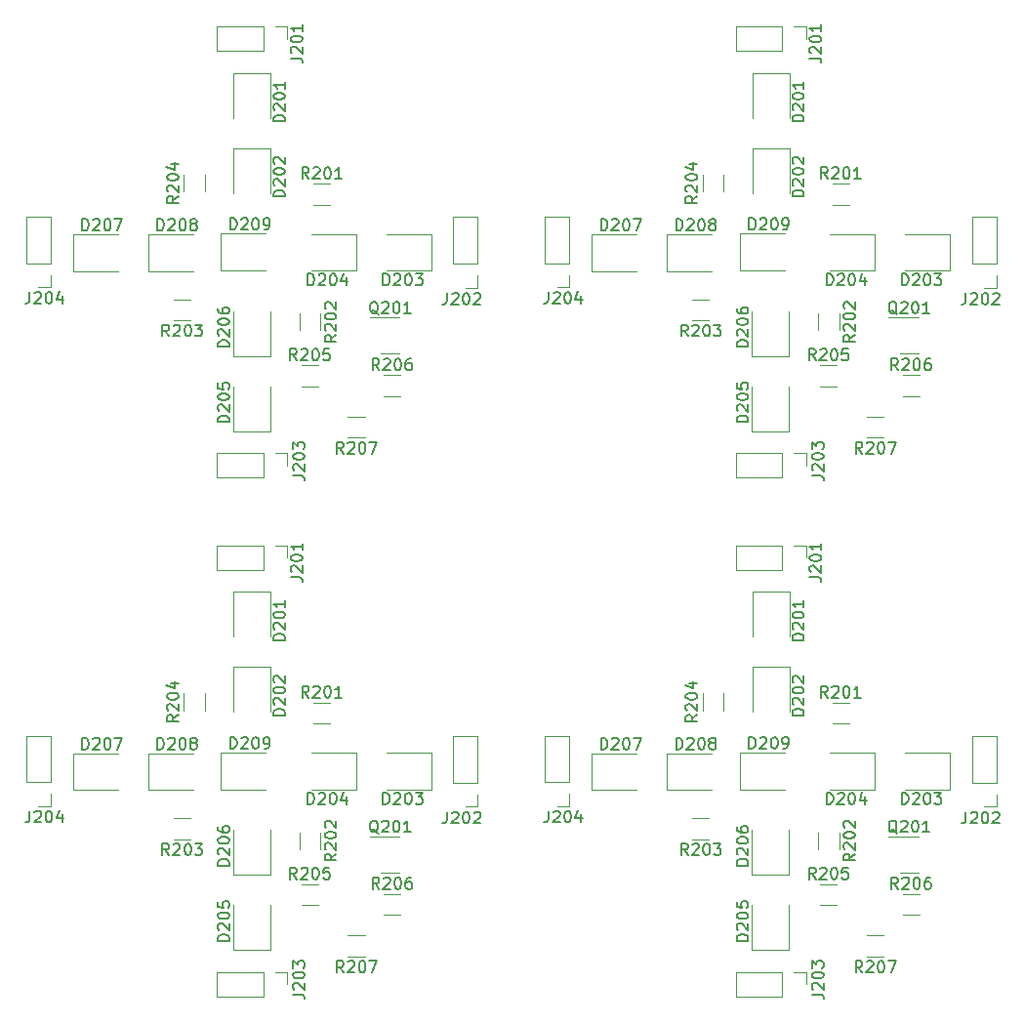
<source format=gbr>
%TF.GenerationSoftware,KiCad,Pcbnew,7.0.1*%
%TF.CreationDate,2023-09-10T14:19:26+09:00*%
%TF.ProjectId,cross_led,63726f73-735f-46c6-9564-2e6b69636164,rev?*%
%TF.SameCoordinates,Original*%
%TF.FileFunction,Legend,Top*%
%TF.FilePolarity,Positive*%
%FSLAX46Y46*%
G04 Gerber Fmt 4.6, Leading zero omitted, Abs format (unit mm)*
G04 Created by KiCad (PCBNEW 7.0.1) date 2023-09-10 14:19:26*
%MOMM*%
%LPD*%
G01*
G04 APERTURE LIST*
%ADD10C,0.150000*%
%ADD11C,0.120000*%
G04 APERTURE END LIST*
D10*
%TO.C,D206*%
X117337619Y-77015475D02*
X116337619Y-77015475D01*
X116337619Y-77015475D02*
X116337619Y-76777380D01*
X116337619Y-76777380D02*
X116385238Y-76634523D01*
X116385238Y-76634523D02*
X116480476Y-76539285D01*
X116480476Y-76539285D02*
X116575714Y-76491666D01*
X116575714Y-76491666D02*
X116766190Y-76444047D01*
X116766190Y-76444047D02*
X116909047Y-76444047D01*
X116909047Y-76444047D02*
X117099523Y-76491666D01*
X117099523Y-76491666D02*
X117194761Y-76539285D01*
X117194761Y-76539285D02*
X117290000Y-76634523D01*
X117290000Y-76634523D02*
X117337619Y-76777380D01*
X117337619Y-76777380D02*
X117337619Y-77015475D01*
X116432857Y-76063094D02*
X116385238Y-76015475D01*
X116385238Y-76015475D02*
X116337619Y-75920237D01*
X116337619Y-75920237D02*
X116337619Y-75682142D01*
X116337619Y-75682142D02*
X116385238Y-75586904D01*
X116385238Y-75586904D02*
X116432857Y-75539285D01*
X116432857Y-75539285D02*
X116528095Y-75491666D01*
X116528095Y-75491666D02*
X116623333Y-75491666D01*
X116623333Y-75491666D02*
X116766190Y-75539285D01*
X116766190Y-75539285D02*
X117337619Y-76110713D01*
X117337619Y-76110713D02*
X117337619Y-75491666D01*
X116337619Y-74872618D02*
X116337619Y-74777380D01*
X116337619Y-74777380D02*
X116385238Y-74682142D01*
X116385238Y-74682142D02*
X116432857Y-74634523D01*
X116432857Y-74634523D02*
X116528095Y-74586904D01*
X116528095Y-74586904D02*
X116718571Y-74539285D01*
X116718571Y-74539285D02*
X116956666Y-74539285D01*
X116956666Y-74539285D02*
X117147142Y-74586904D01*
X117147142Y-74586904D02*
X117242380Y-74634523D01*
X117242380Y-74634523D02*
X117290000Y-74682142D01*
X117290000Y-74682142D02*
X117337619Y-74777380D01*
X117337619Y-74777380D02*
X117337619Y-74872618D01*
X117337619Y-74872618D02*
X117290000Y-74967856D01*
X117290000Y-74967856D02*
X117242380Y-75015475D01*
X117242380Y-75015475D02*
X117147142Y-75063094D01*
X117147142Y-75063094D02*
X116956666Y-75110713D01*
X116956666Y-75110713D02*
X116718571Y-75110713D01*
X116718571Y-75110713D02*
X116528095Y-75063094D01*
X116528095Y-75063094D02*
X116432857Y-75015475D01*
X116432857Y-75015475D02*
X116385238Y-74967856D01*
X116385238Y-74967856D02*
X116337619Y-74872618D01*
X116337619Y-73682142D02*
X116337619Y-73872618D01*
X116337619Y-73872618D02*
X116385238Y-73967856D01*
X116385238Y-73967856D02*
X116432857Y-74015475D01*
X116432857Y-74015475D02*
X116575714Y-74110713D01*
X116575714Y-74110713D02*
X116766190Y-74158332D01*
X116766190Y-74158332D02*
X117147142Y-74158332D01*
X117147142Y-74158332D02*
X117242380Y-74110713D01*
X117242380Y-74110713D02*
X117290000Y-74063094D01*
X117290000Y-74063094D02*
X117337619Y-73967856D01*
X117337619Y-73967856D02*
X117337619Y-73777380D01*
X117337619Y-73777380D02*
X117290000Y-73682142D01*
X117290000Y-73682142D02*
X117242380Y-73634523D01*
X117242380Y-73634523D02*
X117147142Y-73586904D01*
X117147142Y-73586904D02*
X116909047Y-73586904D01*
X116909047Y-73586904D02*
X116813809Y-73634523D01*
X116813809Y-73634523D02*
X116766190Y-73682142D01*
X116766190Y-73682142D02*
X116718571Y-73777380D01*
X116718571Y-73777380D02*
X116718571Y-73967856D01*
X116718571Y-73967856D02*
X116766190Y-74063094D01*
X116766190Y-74063094D02*
X116813809Y-74110713D01*
X116813809Y-74110713D02*
X116909047Y-74158332D01*
%TO.C,R203*%
X157105952Y-121107619D02*
X156772619Y-120631428D01*
X156534524Y-121107619D02*
X156534524Y-120107619D01*
X156534524Y-120107619D02*
X156915476Y-120107619D01*
X156915476Y-120107619D02*
X157010714Y-120155238D01*
X157010714Y-120155238D02*
X157058333Y-120202857D01*
X157058333Y-120202857D02*
X157105952Y-120298095D01*
X157105952Y-120298095D02*
X157105952Y-120440952D01*
X157105952Y-120440952D02*
X157058333Y-120536190D01*
X157058333Y-120536190D02*
X157010714Y-120583809D01*
X157010714Y-120583809D02*
X156915476Y-120631428D01*
X156915476Y-120631428D02*
X156534524Y-120631428D01*
X157486905Y-120202857D02*
X157534524Y-120155238D01*
X157534524Y-120155238D02*
X157629762Y-120107619D01*
X157629762Y-120107619D02*
X157867857Y-120107619D01*
X157867857Y-120107619D02*
X157963095Y-120155238D01*
X157963095Y-120155238D02*
X158010714Y-120202857D01*
X158010714Y-120202857D02*
X158058333Y-120298095D01*
X158058333Y-120298095D02*
X158058333Y-120393333D01*
X158058333Y-120393333D02*
X158010714Y-120536190D01*
X158010714Y-120536190D02*
X157439286Y-121107619D01*
X157439286Y-121107619D02*
X158058333Y-121107619D01*
X158677381Y-120107619D02*
X158772619Y-120107619D01*
X158772619Y-120107619D02*
X158867857Y-120155238D01*
X158867857Y-120155238D02*
X158915476Y-120202857D01*
X158915476Y-120202857D02*
X158963095Y-120298095D01*
X158963095Y-120298095D02*
X159010714Y-120488571D01*
X159010714Y-120488571D02*
X159010714Y-120726666D01*
X159010714Y-120726666D02*
X158963095Y-120917142D01*
X158963095Y-120917142D02*
X158915476Y-121012380D01*
X158915476Y-121012380D02*
X158867857Y-121060000D01*
X158867857Y-121060000D02*
X158772619Y-121107619D01*
X158772619Y-121107619D02*
X158677381Y-121107619D01*
X158677381Y-121107619D02*
X158582143Y-121060000D01*
X158582143Y-121060000D02*
X158534524Y-121012380D01*
X158534524Y-121012380D02*
X158486905Y-120917142D01*
X158486905Y-120917142D02*
X158439286Y-120726666D01*
X158439286Y-120726666D02*
X158439286Y-120488571D01*
X158439286Y-120488571D02*
X158486905Y-120298095D01*
X158486905Y-120298095D02*
X158534524Y-120202857D01*
X158534524Y-120202857D02*
X158582143Y-120155238D01*
X158582143Y-120155238D02*
X158677381Y-120107619D01*
X159344048Y-120107619D02*
X159963095Y-120107619D01*
X159963095Y-120107619D02*
X159629762Y-120488571D01*
X159629762Y-120488571D02*
X159772619Y-120488571D01*
X159772619Y-120488571D02*
X159867857Y-120536190D01*
X159867857Y-120536190D02*
X159915476Y-120583809D01*
X159915476Y-120583809D02*
X159963095Y-120679047D01*
X159963095Y-120679047D02*
X159963095Y-120917142D01*
X159963095Y-120917142D02*
X159915476Y-121012380D01*
X159915476Y-121012380D02*
X159867857Y-121060000D01*
X159867857Y-121060000D02*
X159772619Y-121107619D01*
X159772619Y-121107619D02*
X159486905Y-121107619D01*
X159486905Y-121107619D02*
X159391667Y-121060000D01*
X159391667Y-121060000D02*
X159344048Y-121012380D01*
%TO.C,R204*%
X112917619Y-108944047D02*
X112441428Y-109277380D01*
X112917619Y-109515475D02*
X111917619Y-109515475D01*
X111917619Y-109515475D02*
X111917619Y-109134523D01*
X111917619Y-109134523D02*
X111965238Y-109039285D01*
X111965238Y-109039285D02*
X112012857Y-108991666D01*
X112012857Y-108991666D02*
X112108095Y-108944047D01*
X112108095Y-108944047D02*
X112250952Y-108944047D01*
X112250952Y-108944047D02*
X112346190Y-108991666D01*
X112346190Y-108991666D02*
X112393809Y-109039285D01*
X112393809Y-109039285D02*
X112441428Y-109134523D01*
X112441428Y-109134523D02*
X112441428Y-109515475D01*
X112012857Y-108563094D02*
X111965238Y-108515475D01*
X111965238Y-108515475D02*
X111917619Y-108420237D01*
X111917619Y-108420237D02*
X111917619Y-108182142D01*
X111917619Y-108182142D02*
X111965238Y-108086904D01*
X111965238Y-108086904D02*
X112012857Y-108039285D01*
X112012857Y-108039285D02*
X112108095Y-107991666D01*
X112108095Y-107991666D02*
X112203333Y-107991666D01*
X112203333Y-107991666D02*
X112346190Y-108039285D01*
X112346190Y-108039285D02*
X112917619Y-108610713D01*
X112917619Y-108610713D02*
X112917619Y-107991666D01*
X111917619Y-107372618D02*
X111917619Y-107277380D01*
X111917619Y-107277380D02*
X111965238Y-107182142D01*
X111965238Y-107182142D02*
X112012857Y-107134523D01*
X112012857Y-107134523D02*
X112108095Y-107086904D01*
X112108095Y-107086904D02*
X112298571Y-107039285D01*
X112298571Y-107039285D02*
X112536666Y-107039285D01*
X112536666Y-107039285D02*
X112727142Y-107086904D01*
X112727142Y-107086904D02*
X112822380Y-107134523D01*
X112822380Y-107134523D02*
X112870000Y-107182142D01*
X112870000Y-107182142D02*
X112917619Y-107277380D01*
X112917619Y-107277380D02*
X112917619Y-107372618D01*
X112917619Y-107372618D02*
X112870000Y-107467856D01*
X112870000Y-107467856D02*
X112822380Y-107515475D01*
X112822380Y-107515475D02*
X112727142Y-107563094D01*
X112727142Y-107563094D02*
X112536666Y-107610713D01*
X112536666Y-107610713D02*
X112298571Y-107610713D01*
X112298571Y-107610713D02*
X112108095Y-107563094D01*
X112108095Y-107563094D02*
X112012857Y-107515475D01*
X112012857Y-107515475D02*
X111965238Y-107467856D01*
X111965238Y-107467856D02*
X111917619Y-107372618D01*
X112250952Y-106182142D02*
X112917619Y-106182142D01*
X111870000Y-106420237D02*
X112584285Y-106658332D01*
X112584285Y-106658332D02*
X112584285Y-106039285D01*
%TO.C,J202*%
X181214285Y-72347619D02*
X181214285Y-73061904D01*
X181214285Y-73061904D02*
X181166666Y-73204761D01*
X181166666Y-73204761D02*
X181071428Y-73300000D01*
X181071428Y-73300000D02*
X180928571Y-73347619D01*
X180928571Y-73347619D02*
X180833333Y-73347619D01*
X181642857Y-72442857D02*
X181690476Y-72395238D01*
X181690476Y-72395238D02*
X181785714Y-72347619D01*
X181785714Y-72347619D02*
X182023809Y-72347619D01*
X182023809Y-72347619D02*
X182119047Y-72395238D01*
X182119047Y-72395238D02*
X182166666Y-72442857D01*
X182166666Y-72442857D02*
X182214285Y-72538095D01*
X182214285Y-72538095D02*
X182214285Y-72633333D01*
X182214285Y-72633333D02*
X182166666Y-72776190D01*
X182166666Y-72776190D02*
X181595238Y-73347619D01*
X181595238Y-73347619D02*
X182214285Y-73347619D01*
X182833333Y-72347619D02*
X182928571Y-72347619D01*
X182928571Y-72347619D02*
X183023809Y-72395238D01*
X183023809Y-72395238D02*
X183071428Y-72442857D01*
X183071428Y-72442857D02*
X183119047Y-72538095D01*
X183119047Y-72538095D02*
X183166666Y-72728571D01*
X183166666Y-72728571D02*
X183166666Y-72966666D01*
X183166666Y-72966666D02*
X183119047Y-73157142D01*
X183119047Y-73157142D02*
X183071428Y-73252380D01*
X183071428Y-73252380D02*
X183023809Y-73300000D01*
X183023809Y-73300000D02*
X182928571Y-73347619D01*
X182928571Y-73347619D02*
X182833333Y-73347619D01*
X182833333Y-73347619D02*
X182738095Y-73300000D01*
X182738095Y-73300000D02*
X182690476Y-73252380D01*
X182690476Y-73252380D02*
X182642857Y-73157142D01*
X182642857Y-73157142D02*
X182595238Y-72966666D01*
X182595238Y-72966666D02*
X182595238Y-72728571D01*
X182595238Y-72728571D02*
X182642857Y-72538095D01*
X182642857Y-72538095D02*
X182690476Y-72442857D01*
X182690476Y-72442857D02*
X182738095Y-72395238D01*
X182738095Y-72395238D02*
X182833333Y-72347619D01*
X183547619Y-72442857D02*
X183595238Y-72395238D01*
X183595238Y-72395238D02*
X183690476Y-72347619D01*
X183690476Y-72347619D02*
X183928571Y-72347619D01*
X183928571Y-72347619D02*
X184023809Y-72395238D01*
X184023809Y-72395238D02*
X184071428Y-72442857D01*
X184071428Y-72442857D02*
X184119047Y-72538095D01*
X184119047Y-72538095D02*
X184119047Y-72633333D01*
X184119047Y-72633333D02*
X184071428Y-72776190D01*
X184071428Y-72776190D02*
X183500000Y-73347619D01*
X183500000Y-73347619D02*
X184119047Y-73347619D01*
%TO.C,J203*%
X122862619Y-133185714D02*
X123576904Y-133185714D01*
X123576904Y-133185714D02*
X123719761Y-133233333D01*
X123719761Y-133233333D02*
X123815000Y-133328571D01*
X123815000Y-133328571D02*
X123862619Y-133471428D01*
X123862619Y-133471428D02*
X123862619Y-133566666D01*
X122957857Y-132757142D02*
X122910238Y-132709523D01*
X122910238Y-132709523D02*
X122862619Y-132614285D01*
X122862619Y-132614285D02*
X122862619Y-132376190D01*
X122862619Y-132376190D02*
X122910238Y-132280952D01*
X122910238Y-132280952D02*
X122957857Y-132233333D01*
X122957857Y-132233333D02*
X123053095Y-132185714D01*
X123053095Y-132185714D02*
X123148333Y-132185714D01*
X123148333Y-132185714D02*
X123291190Y-132233333D01*
X123291190Y-132233333D02*
X123862619Y-132804761D01*
X123862619Y-132804761D02*
X123862619Y-132185714D01*
X122862619Y-131566666D02*
X122862619Y-131471428D01*
X122862619Y-131471428D02*
X122910238Y-131376190D01*
X122910238Y-131376190D02*
X122957857Y-131328571D01*
X122957857Y-131328571D02*
X123053095Y-131280952D01*
X123053095Y-131280952D02*
X123243571Y-131233333D01*
X123243571Y-131233333D02*
X123481666Y-131233333D01*
X123481666Y-131233333D02*
X123672142Y-131280952D01*
X123672142Y-131280952D02*
X123767380Y-131328571D01*
X123767380Y-131328571D02*
X123815000Y-131376190D01*
X123815000Y-131376190D02*
X123862619Y-131471428D01*
X123862619Y-131471428D02*
X123862619Y-131566666D01*
X123862619Y-131566666D02*
X123815000Y-131661904D01*
X123815000Y-131661904D02*
X123767380Y-131709523D01*
X123767380Y-131709523D02*
X123672142Y-131757142D01*
X123672142Y-131757142D02*
X123481666Y-131804761D01*
X123481666Y-131804761D02*
X123243571Y-131804761D01*
X123243571Y-131804761D02*
X123053095Y-131757142D01*
X123053095Y-131757142D02*
X122957857Y-131709523D01*
X122957857Y-131709523D02*
X122910238Y-131661904D01*
X122910238Y-131661904D02*
X122862619Y-131566666D01*
X122862619Y-130899999D02*
X122862619Y-130280952D01*
X122862619Y-130280952D02*
X123243571Y-130614285D01*
X123243571Y-130614285D02*
X123243571Y-130471428D01*
X123243571Y-130471428D02*
X123291190Y-130376190D01*
X123291190Y-130376190D02*
X123338809Y-130328571D01*
X123338809Y-130328571D02*
X123434047Y-130280952D01*
X123434047Y-130280952D02*
X123672142Y-130280952D01*
X123672142Y-130280952D02*
X123767380Y-130328571D01*
X123767380Y-130328571D02*
X123815000Y-130376190D01*
X123815000Y-130376190D02*
X123862619Y-130471428D01*
X123862619Y-130471428D02*
X123862619Y-130757142D01*
X123862619Y-130757142D02*
X123815000Y-130852380D01*
X123815000Y-130852380D02*
X123767380Y-130899999D01*
%TO.C,D207*%
X104559524Y-111937619D02*
X104559524Y-110937619D01*
X104559524Y-110937619D02*
X104797619Y-110937619D01*
X104797619Y-110937619D02*
X104940476Y-110985238D01*
X104940476Y-110985238D02*
X105035714Y-111080476D01*
X105035714Y-111080476D02*
X105083333Y-111175714D01*
X105083333Y-111175714D02*
X105130952Y-111366190D01*
X105130952Y-111366190D02*
X105130952Y-111509047D01*
X105130952Y-111509047D02*
X105083333Y-111699523D01*
X105083333Y-111699523D02*
X105035714Y-111794761D01*
X105035714Y-111794761D02*
X104940476Y-111890000D01*
X104940476Y-111890000D02*
X104797619Y-111937619D01*
X104797619Y-111937619D02*
X104559524Y-111937619D01*
X105511905Y-111032857D02*
X105559524Y-110985238D01*
X105559524Y-110985238D02*
X105654762Y-110937619D01*
X105654762Y-110937619D02*
X105892857Y-110937619D01*
X105892857Y-110937619D02*
X105988095Y-110985238D01*
X105988095Y-110985238D02*
X106035714Y-111032857D01*
X106035714Y-111032857D02*
X106083333Y-111128095D01*
X106083333Y-111128095D02*
X106083333Y-111223333D01*
X106083333Y-111223333D02*
X106035714Y-111366190D01*
X106035714Y-111366190D02*
X105464286Y-111937619D01*
X105464286Y-111937619D02*
X106083333Y-111937619D01*
X106702381Y-110937619D02*
X106797619Y-110937619D01*
X106797619Y-110937619D02*
X106892857Y-110985238D01*
X106892857Y-110985238D02*
X106940476Y-111032857D01*
X106940476Y-111032857D02*
X106988095Y-111128095D01*
X106988095Y-111128095D02*
X107035714Y-111318571D01*
X107035714Y-111318571D02*
X107035714Y-111556666D01*
X107035714Y-111556666D02*
X106988095Y-111747142D01*
X106988095Y-111747142D02*
X106940476Y-111842380D01*
X106940476Y-111842380D02*
X106892857Y-111890000D01*
X106892857Y-111890000D02*
X106797619Y-111937619D01*
X106797619Y-111937619D02*
X106702381Y-111937619D01*
X106702381Y-111937619D02*
X106607143Y-111890000D01*
X106607143Y-111890000D02*
X106559524Y-111842380D01*
X106559524Y-111842380D02*
X106511905Y-111747142D01*
X106511905Y-111747142D02*
X106464286Y-111556666D01*
X106464286Y-111556666D02*
X106464286Y-111318571D01*
X106464286Y-111318571D02*
X106511905Y-111128095D01*
X106511905Y-111128095D02*
X106559524Y-111032857D01*
X106559524Y-111032857D02*
X106607143Y-110985238D01*
X106607143Y-110985238D02*
X106702381Y-110937619D01*
X107369048Y-110937619D02*
X108035714Y-110937619D01*
X108035714Y-110937619D02*
X107607143Y-111937619D01*
%TO.C,R202*%
X126607619Y-120994047D02*
X126131428Y-121327380D01*
X126607619Y-121565475D02*
X125607619Y-121565475D01*
X125607619Y-121565475D02*
X125607619Y-121184523D01*
X125607619Y-121184523D02*
X125655238Y-121089285D01*
X125655238Y-121089285D02*
X125702857Y-121041666D01*
X125702857Y-121041666D02*
X125798095Y-120994047D01*
X125798095Y-120994047D02*
X125940952Y-120994047D01*
X125940952Y-120994047D02*
X126036190Y-121041666D01*
X126036190Y-121041666D02*
X126083809Y-121089285D01*
X126083809Y-121089285D02*
X126131428Y-121184523D01*
X126131428Y-121184523D02*
X126131428Y-121565475D01*
X125702857Y-120613094D02*
X125655238Y-120565475D01*
X125655238Y-120565475D02*
X125607619Y-120470237D01*
X125607619Y-120470237D02*
X125607619Y-120232142D01*
X125607619Y-120232142D02*
X125655238Y-120136904D01*
X125655238Y-120136904D02*
X125702857Y-120089285D01*
X125702857Y-120089285D02*
X125798095Y-120041666D01*
X125798095Y-120041666D02*
X125893333Y-120041666D01*
X125893333Y-120041666D02*
X126036190Y-120089285D01*
X126036190Y-120089285D02*
X126607619Y-120660713D01*
X126607619Y-120660713D02*
X126607619Y-120041666D01*
X125607619Y-119422618D02*
X125607619Y-119327380D01*
X125607619Y-119327380D02*
X125655238Y-119232142D01*
X125655238Y-119232142D02*
X125702857Y-119184523D01*
X125702857Y-119184523D02*
X125798095Y-119136904D01*
X125798095Y-119136904D02*
X125988571Y-119089285D01*
X125988571Y-119089285D02*
X126226666Y-119089285D01*
X126226666Y-119089285D02*
X126417142Y-119136904D01*
X126417142Y-119136904D02*
X126512380Y-119184523D01*
X126512380Y-119184523D02*
X126560000Y-119232142D01*
X126560000Y-119232142D02*
X126607619Y-119327380D01*
X126607619Y-119327380D02*
X126607619Y-119422618D01*
X126607619Y-119422618D02*
X126560000Y-119517856D01*
X126560000Y-119517856D02*
X126512380Y-119565475D01*
X126512380Y-119565475D02*
X126417142Y-119613094D01*
X126417142Y-119613094D02*
X126226666Y-119660713D01*
X126226666Y-119660713D02*
X125988571Y-119660713D01*
X125988571Y-119660713D02*
X125798095Y-119613094D01*
X125798095Y-119613094D02*
X125702857Y-119565475D01*
X125702857Y-119565475D02*
X125655238Y-119517856D01*
X125655238Y-119517856D02*
X125607619Y-119422618D01*
X125702857Y-118708332D02*
X125655238Y-118660713D01*
X125655238Y-118660713D02*
X125607619Y-118565475D01*
X125607619Y-118565475D02*
X125607619Y-118327380D01*
X125607619Y-118327380D02*
X125655238Y-118232142D01*
X125655238Y-118232142D02*
X125702857Y-118184523D01*
X125702857Y-118184523D02*
X125798095Y-118136904D01*
X125798095Y-118136904D02*
X125893333Y-118136904D01*
X125893333Y-118136904D02*
X126036190Y-118184523D01*
X126036190Y-118184523D02*
X126607619Y-118755951D01*
X126607619Y-118755951D02*
X126607619Y-118136904D01*
%TO.C,D208*%
X111084524Y-111937619D02*
X111084524Y-110937619D01*
X111084524Y-110937619D02*
X111322619Y-110937619D01*
X111322619Y-110937619D02*
X111465476Y-110985238D01*
X111465476Y-110985238D02*
X111560714Y-111080476D01*
X111560714Y-111080476D02*
X111608333Y-111175714D01*
X111608333Y-111175714D02*
X111655952Y-111366190D01*
X111655952Y-111366190D02*
X111655952Y-111509047D01*
X111655952Y-111509047D02*
X111608333Y-111699523D01*
X111608333Y-111699523D02*
X111560714Y-111794761D01*
X111560714Y-111794761D02*
X111465476Y-111890000D01*
X111465476Y-111890000D02*
X111322619Y-111937619D01*
X111322619Y-111937619D02*
X111084524Y-111937619D01*
X112036905Y-111032857D02*
X112084524Y-110985238D01*
X112084524Y-110985238D02*
X112179762Y-110937619D01*
X112179762Y-110937619D02*
X112417857Y-110937619D01*
X112417857Y-110937619D02*
X112513095Y-110985238D01*
X112513095Y-110985238D02*
X112560714Y-111032857D01*
X112560714Y-111032857D02*
X112608333Y-111128095D01*
X112608333Y-111128095D02*
X112608333Y-111223333D01*
X112608333Y-111223333D02*
X112560714Y-111366190D01*
X112560714Y-111366190D02*
X111989286Y-111937619D01*
X111989286Y-111937619D02*
X112608333Y-111937619D01*
X113227381Y-110937619D02*
X113322619Y-110937619D01*
X113322619Y-110937619D02*
X113417857Y-110985238D01*
X113417857Y-110985238D02*
X113465476Y-111032857D01*
X113465476Y-111032857D02*
X113513095Y-111128095D01*
X113513095Y-111128095D02*
X113560714Y-111318571D01*
X113560714Y-111318571D02*
X113560714Y-111556666D01*
X113560714Y-111556666D02*
X113513095Y-111747142D01*
X113513095Y-111747142D02*
X113465476Y-111842380D01*
X113465476Y-111842380D02*
X113417857Y-111890000D01*
X113417857Y-111890000D02*
X113322619Y-111937619D01*
X113322619Y-111937619D02*
X113227381Y-111937619D01*
X113227381Y-111937619D02*
X113132143Y-111890000D01*
X113132143Y-111890000D02*
X113084524Y-111842380D01*
X113084524Y-111842380D02*
X113036905Y-111747142D01*
X113036905Y-111747142D02*
X112989286Y-111556666D01*
X112989286Y-111556666D02*
X112989286Y-111318571D01*
X112989286Y-111318571D02*
X113036905Y-111128095D01*
X113036905Y-111128095D02*
X113084524Y-111032857D01*
X113084524Y-111032857D02*
X113132143Y-110985238D01*
X113132143Y-110985238D02*
X113227381Y-110937619D01*
X114132143Y-111366190D02*
X114036905Y-111318571D01*
X114036905Y-111318571D02*
X113989286Y-111270952D01*
X113989286Y-111270952D02*
X113941667Y-111175714D01*
X113941667Y-111175714D02*
X113941667Y-111128095D01*
X113941667Y-111128095D02*
X113989286Y-111032857D01*
X113989286Y-111032857D02*
X114036905Y-110985238D01*
X114036905Y-110985238D02*
X114132143Y-110937619D01*
X114132143Y-110937619D02*
X114322619Y-110937619D01*
X114322619Y-110937619D02*
X114417857Y-110985238D01*
X114417857Y-110985238D02*
X114465476Y-111032857D01*
X114465476Y-111032857D02*
X114513095Y-111128095D01*
X114513095Y-111128095D02*
X114513095Y-111175714D01*
X114513095Y-111175714D02*
X114465476Y-111270952D01*
X114465476Y-111270952D02*
X114417857Y-111318571D01*
X114417857Y-111318571D02*
X114322619Y-111366190D01*
X114322619Y-111366190D02*
X114132143Y-111366190D01*
X114132143Y-111366190D02*
X114036905Y-111413809D01*
X114036905Y-111413809D02*
X113989286Y-111461428D01*
X113989286Y-111461428D02*
X113941667Y-111556666D01*
X113941667Y-111556666D02*
X113941667Y-111747142D01*
X113941667Y-111747142D02*
X113989286Y-111842380D01*
X113989286Y-111842380D02*
X114036905Y-111890000D01*
X114036905Y-111890000D02*
X114132143Y-111937619D01*
X114132143Y-111937619D02*
X114322619Y-111937619D01*
X114322619Y-111937619D02*
X114417857Y-111890000D01*
X114417857Y-111890000D02*
X114465476Y-111842380D01*
X114465476Y-111842380D02*
X114513095Y-111747142D01*
X114513095Y-111747142D02*
X114513095Y-111556666D01*
X114513095Y-111556666D02*
X114465476Y-111461428D01*
X114465476Y-111461428D02*
X114417857Y-111413809D01*
X114417857Y-111413809D02*
X114322619Y-111366190D01*
%TO.C,R205*%
X168180952Y-123192619D02*
X167847619Y-122716428D01*
X167609524Y-123192619D02*
X167609524Y-122192619D01*
X167609524Y-122192619D02*
X167990476Y-122192619D01*
X167990476Y-122192619D02*
X168085714Y-122240238D01*
X168085714Y-122240238D02*
X168133333Y-122287857D01*
X168133333Y-122287857D02*
X168180952Y-122383095D01*
X168180952Y-122383095D02*
X168180952Y-122525952D01*
X168180952Y-122525952D02*
X168133333Y-122621190D01*
X168133333Y-122621190D02*
X168085714Y-122668809D01*
X168085714Y-122668809D02*
X167990476Y-122716428D01*
X167990476Y-122716428D02*
X167609524Y-122716428D01*
X168561905Y-122287857D02*
X168609524Y-122240238D01*
X168609524Y-122240238D02*
X168704762Y-122192619D01*
X168704762Y-122192619D02*
X168942857Y-122192619D01*
X168942857Y-122192619D02*
X169038095Y-122240238D01*
X169038095Y-122240238D02*
X169085714Y-122287857D01*
X169085714Y-122287857D02*
X169133333Y-122383095D01*
X169133333Y-122383095D02*
X169133333Y-122478333D01*
X169133333Y-122478333D02*
X169085714Y-122621190D01*
X169085714Y-122621190D02*
X168514286Y-123192619D01*
X168514286Y-123192619D02*
X169133333Y-123192619D01*
X169752381Y-122192619D02*
X169847619Y-122192619D01*
X169847619Y-122192619D02*
X169942857Y-122240238D01*
X169942857Y-122240238D02*
X169990476Y-122287857D01*
X169990476Y-122287857D02*
X170038095Y-122383095D01*
X170038095Y-122383095D02*
X170085714Y-122573571D01*
X170085714Y-122573571D02*
X170085714Y-122811666D01*
X170085714Y-122811666D02*
X170038095Y-123002142D01*
X170038095Y-123002142D02*
X169990476Y-123097380D01*
X169990476Y-123097380D02*
X169942857Y-123145000D01*
X169942857Y-123145000D02*
X169847619Y-123192619D01*
X169847619Y-123192619D02*
X169752381Y-123192619D01*
X169752381Y-123192619D02*
X169657143Y-123145000D01*
X169657143Y-123145000D02*
X169609524Y-123097380D01*
X169609524Y-123097380D02*
X169561905Y-123002142D01*
X169561905Y-123002142D02*
X169514286Y-122811666D01*
X169514286Y-122811666D02*
X169514286Y-122573571D01*
X169514286Y-122573571D02*
X169561905Y-122383095D01*
X169561905Y-122383095D02*
X169609524Y-122287857D01*
X169609524Y-122287857D02*
X169657143Y-122240238D01*
X169657143Y-122240238D02*
X169752381Y-122192619D01*
X170990476Y-122192619D02*
X170514286Y-122192619D01*
X170514286Y-122192619D02*
X170466667Y-122668809D01*
X170466667Y-122668809D02*
X170514286Y-122621190D01*
X170514286Y-122621190D02*
X170609524Y-122573571D01*
X170609524Y-122573571D02*
X170847619Y-122573571D01*
X170847619Y-122573571D02*
X170942857Y-122621190D01*
X170942857Y-122621190D02*
X170990476Y-122668809D01*
X170990476Y-122668809D02*
X171038095Y-122764047D01*
X171038095Y-122764047D02*
X171038095Y-123002142D01*
X171038095Y-123002142D02*
X170990476Y-123097380D01*
X170990476Y-123097380D02*
X170942857Y-123145000D01*
X170942857Y-123145000D02*
X170847619Y-123192619D01*
X170847619Y-123192619D02*
X170609524Y-123192619D01*
X170609524Y-123192619D02*
X170514286Y-123145000D01*
X170514286Y-123145000D02*
X170466667Y-123097380D01*
%TO.C,D209*%
X162409524Y-111862619D02*
X162409524Y-110862619D01*
X162409524Y-110862619D02*
X162647619Y-110862619D01*
X162647619Y-110862619D02*
X162790476Y-110910238D01*
X162790476Y-110910238D02*
X162885714Y-111005476D01*
X162885714Y-111005476D02*
X162933333Y-111100714D01*
X162933333Y-111100714D02*
X162980952Y-111291190D01*
X162980952Y-111291190D02*
X162980952Y-111434047D01*
X162980952Y-111434047D02*
X162933333Y-111624523D01*
X162933333Y-111624523D02*
X162885714Y-111719761D01*
X162885714Y-111719761D02*
X162790476Y-111815000D01*
X162790476Y-111815000D02*
X162647619Y-111862619D01*
X162647619Y-111862619D02*
X162409524Y-111862619D01*
X163361905Y-110957857D02*
X163409524Y-110910238D01*
X163409524Y-110910238D02*
X163504762Y-110862619D01*
X163504762Y-110862619D02*
X163742857Y-110862619D01*
X163742857Y-110862619D02*
X163838095Y-110910238D01*
X163838095Y-110910238D02*
X163885714Y-110957857D01*
X163885714Y-110957857D02*
X163933333Y-111053095D01*
X163933333Y-111053095D02*
X163933333Y-111148333D01*
X163933333Y-111148333D02*
X163885714Y-111291190D01*
X163885714Y-111291190D02*
X163314286Y-111862619D01*
X163314286Y-111862619D02*
X163933333Y-111862619D01*
X164552381Y-110862619D02*
X164647619Y-110862619D01*
X164647619Y-110862619D02*
X164742857Y-110910238D01*
X164742857Y-110910238D02*
X164790476Y-110957857D01*
X164790476Y-110957857D02*
X164838095Y-111053095D01*
X164838095Y-111053095D02*
X164885714Y-111243571D01*
X164885714Y-111243571D02*
X164885714Y-111481666D01*
X164885714Y-111481666D02*
X164838095Y-111672142D01*
X164838095Y-111672142D02*
X164790476Y-111767380D01*
X164790476Y-111767380D02*
X164742857Y-111815000D01*
X164742857Y-111815000D02*
X164647619Y-111862619D01*
X164647619Y-111862619D02*
X164552381Y-111862619D01*
X164552381Y-111862619D02*
X164457143Y-111815000D01*
X164457143Y-111815000D02*
X164409524Y-111767380D01*
X164409524Y-111767380D02*
X164361905Y-111672142D01*
X164361905Y-111672142D02*
X164314286Y-111481666D01*
X164314286Y-111481666D02*
X164314286Y-111243571D01*
X164314286Y-111243571D02*
X164361905Y-111053095D01*
X164361905Y-111053095D02*
X164409524Y-110957857D01*
X164409524Y-110957857D02*
X164457143Y-110910238D01*
X164457143Y-110910238D02*
X164552381Y-110862619D01*
X165361905Y-111862619D02*
X165552381Y-111862619D01*
X165552381Y-111862619D02*
X165647619Y-111815000D01*
X165647619Y-111815000D02*
X165695238Y-111767380D01*
X165695238Y-111767380D02*
X165790476Y-111624523D01*
X165790476Y-111624523D02*
X165838095Y-111434047D01*
X165838095Y-111434047D02*
X165838095Y-111053095D01*
X165838095Y-111053095D02*
X165790476Y-110957857D01*
X165790476Y-110957857D02*
X165742857Y-110910238D01*
X165742857Y-110910238D02*
X165647619Y-110862619D01*
X165647619Y-110862619D02*
X165457143Y-110862619D01*
X165457143Y-110862619D02*
X165361905Y-110910238D01*
X165361905Y-110910238D02*
X165314286Y-110957857D01*
X165314286Y-110957857D02*
X165266667Y-111053095D01*
X165266667Y-111053095D02*
X165266667Y-111291190D01*
X165266667Y-111291190D02*
X165314286Y-111386428D01*
X165314286Y-111386428D02*
X165361905Y-111434047D01*
X165361905Y-111434047D02*
X165457143Y-111481666D01*
X165457143Y-111481666D02*
X165647619Y-111481666D01*
X165647619Y-111481666D02*
X165742857Y-111434047D01*
X165742857Y-111434047D02*
X165790476Y-111386428D01*
X165790476Y-111386428D02*
X165838095Y-111291190D01*
%TO.C,Q201*%
X130252380Y-119207857D02*
X130157142Y-119160238D01*
X130157142Y-119160238D02*
X130061904Y-119065000D01*
X130061904Y-119065000D02*
X129919047Y-118922142D01*
X129919047Y-118922142D02*
X129823809Y-118874523D01*
X129823809Y-118874523D02*
X129728571Y-118874523D01*
X129776190Y-119112619D02*
X129680952Y-119065000D01*
X129680952Y-119065000D02*
X129585714Y-118969761D01*
X129585714Y-118969761D02*
X129538095Y-118779285D01*
X129538095Y-118779285D02*
X129538095Y-118445952D01*
X129538095Y-118445952D02*
X129585714Y-118255476D01*
X129585714Y-118255476D02*
X129680952Y-118160238D01*
X129680952Y-118160238D02*
X129776190Y-118112619D01*
X129776190Y-118112619D02*
X129966666Y-118112619D01*
X129966666Y-118112619D02*
X130061904Y-118160238D01*
X130061904Y-118160238D02*
X130157142Y-118255476D01*
X130157142Y-118255476D02*
X130204761Y-118445952D01*
X130204761Y-118445952D02*
X130204761Y-118779285D01*
X130204761Y-118779285D02*
X130157142Y-118969761D01*
X130157142Y-118969761D02*
X130061904Y-119065000D01*
X130061904Y-119065000D02*
X129966666Y-119112619D01*
X129966666Y-119112619D02*
X129776190Y-119112619D01*
X130585714Y-118207857D02*
X130633333Y-118160238D01*
X130633333Y-118160238D02*
X130728571Y-118112619D01*
X130728571Y-118112619D02*
X130966666Y-118112619D01*
X130966666Y-118112619D02*
X131061904Y-118160238D01*
X131061904Y-118160238D02*
X131109523Y-118207857D01*
X131109523Y-118207857D02*
X131157142Y-118303095D01*
X131157142Y-118303095D02*
X131157142Y-118398333D01*
X131157142Y-118398333D02*
X131109523Y-118541190D01*
X131109523Y-118541190D02*
X130538095Y-119112619D01*
X130538095Y-119112619D02*
X131157142Y-119112619D01*
X131776190Y-118112619D02*
X131871428Y-118112619D01*
X131871428Y-118112619D02*
X131966666Y-118160238D01*
X131966666Y-118160238D02*
X132014285Y-118207857D01*
X132014285Y-118207857D02*
X132061904Y-118303095D01*
X132061904Y-118303095D02*
X132109523Y-118493571D01*
X132109523Y-118493571D02*
X132109523Y-118731666D01*
X132109523Y-118731666D02*
X132061904Y-118922142D01*
X132061904Y-118922142D02*
X132014285Y-119017380D01*
X132014285Y-119017380D02*
X131966666Y-119065000D01*
X131966666Y-119065000D02*
X131871428Y-119112619D01*
X131871428Y-119112619D02*
X131776190Y-119112619D01*
X131776190Y-119112619D02*
X131680952Y-119065000D01*
X131680952Y-119065000D02*
X131633333Y-119017380D01*
X131633333Y-119017380D02*
X131585714Y-118922142D01*
X131585714Y-118922142D02*
X131538095Y-118731666D01*
X131538095Y-118731666D02*
X131538095Y-118493571D01*
X131538095Y-118493571D02*
X131585714Y-118303095D01*
X131585714Y-118303095D02*
X131633333Y-118207857D01*
X131633333Y-118207857D02*
X131680952Y-118160238D01*
X131680952Y-118160238D02*
X131776190Y-118112619D01*
X133061904Y-119112619D02*
X132490476Y-119112619D01*
X132776190Y-119112619D02*
X132776190Y-118112619D01*
X132776190Y-118112619D02*
X132680952Y-118255476D01*
X132680952Y-118255476D02*
X132585714Y-118350714D01*
X132585714Y-118350714D02*
X132490476Y-118398333D01*
%TO.C,R201*%
X124230952Y-62442619D02*
X123897619Y-61966428D01*
X123659524Y-62442619D02*
X123659524Y-61442619D01*
X123659524Y-61442619D02*
X124040476Y-61442619D01*
X124040476Y-61442619D02*
X124135714Y-61490238D01*
X124135714Y-61490238D02*
X124183333Y-61537857D01*
X124183333Y-61537857D02*
X124230952Y-61633095D01*
X124230952Y-61633095D02*
X124230952Y-61775952D01*
X124230952Y-61775952D02*
X124183333Y-61871190D01*
X124183333Y-61871190D02*
X124135714Y-61918809D01*
X124135714Y-61918809D02*
X124040476Y-61966428D01*
X124040476Y-61966428D02*
X123659524Y-61966428D01*
X124611905Y-61537857D02*
X124659524Y-61490238D01*
X124659524Y-61490238D02*
X124754762Y-61442619D01*
X124754762Y-61442619D02*
X124992857Y-61442619D01*
X124992857Y-61442619D02*
X125088095Y-61490238D01*
X125088095Y-61490238D02*
X125135714Y-61537857D01*
X125135714Y-61537857D02*
X125183333Y-61633095D01*
X125183333Y-61633095D02*
X125183333Y-61728333D01*
X125183333Y-61728333D02*
X125135714Y-61871190D01*
X125135714Y-61871190D02*
X124564286Y-62442619D01*
X124564286Y-62442619D02*
X125183333Y-62442619D01*
X125802381Y-61442619D02*
X125897619Y-61442619D01*
X125897619Y-61442619D02*
X125992857Y-61490238D01*
X125992857Y-61490238D02*
X126040476Y-61537857D01*
X126040476Y-61537857D02*
X126088095Y-61633095D01*
X126088095Y-61633095D02*
X126135714Y-61823571D01*
X126135714Y-61823571D02*
X126135714Y-62061666D01*
X126135714Y-62061666D02*
X126088095Y-62252142D01*
X126088095Y-62252142D02*
X126040476Y-62347380D01*
X126040476Y-62347380D02*
X125992857Y-62395000D01*
X125992857Y-62395000D02*
X125897619Y-62442619D01*
X125897619Y-62442619D02*
X125802381Y-62442619D01*
X125802381Y-62442619D02*
X125707143Y-62395000D01*
X125707143Y-62395000D02*
X125659524Y-62347380D01*
X125659524Y-62347380D02*
X125611905Y-62252142D01*
X125611905Y-62252142D02*
X125564286Y-62061666D01*
X125564286Y-62061666D02*
X125564286Y-61823571D01*
X125564286Y-61823571D02*
X125611905Y-61633095D01*
X125611905Y-61633095D02*
X125659524Y-61537857D01*
X125659524Y-61537857D02*
X125707143Y-61490238D01*
X125707143Y-61490238D02*
X125802381Y-61442619D01*
X127088095Y-62442619D02*
X126516667Y-62442619D01*
X126802381Y-62442619D02*
X126802381Y-61442619D01*
X126802381Y-61442619D02*
X126707143Y-61585476D01*
X126707143Y-61585476D02*
X126611905Y-61680714D01*
X126611905Y-61680714D02*
X126516667Y-61728333D01*
X169230952Y-107442619D02*
X168897619Y-106966428D01*
X168659524Y-107442619D02*
X168659524Y-106442619D01*
X168659524Y-106442619D02*
X169040476Y-106442619D01*
X169040476Y-106442619D02*
X169135714Y-106490238D01*
X169135714Y-106490238D02*
X169183333Y-106537857D01*
X169183333Y-106537857D02*
X169230952Y-106633095D01*
X169230952Y-106633095D02*
X169230952Y-106775952D01*
X169230952Y-106775952D02*
X169183333Y-106871190D01*
X169183333Y-106871190D02*
X169135714Y-106918809D01*
X169135714Y-106918809D02*
X169040476Y-106966428D01*
X169040476Y-106966428D02*
X168659524Y-106966428D01*
X169611905Y-106537857D02*
X169659524Y-106490238D01*
X169659524Y-106490238D02*
X169754762Y-106442619D01*
X169754762Y-106442619D02*
X169992857Y-106442619D01*
X169992857Y-106442619D02*
X170088095Y-106490238D01*
X170088095Y-106490238D02*
X170135714Y-106537857D01*
X170135714Y-106537857D02*
X170183333Y-106633095D01*
X170183333Y-106633095D02*
X170183333Y-106728333D01*
X170183333Y-106728333D02*
X170135714Y-106871190D01*
X170135714Y-106871190D02*
X169564286Y-107442619D01*
X169564286Y-107442619D02*
X170183333Y-107442619D01*
X170802381Y-106442619D02*
X170897619Y-106442619D01*
X170897619Y-106442619D02*
X170992857Y-106490238D01*
X170992857Y-106490238D02*
X171040476Y-106537857D01*
X171040476Y-106537857D02*
X171088095Y-106633095D01*
X171088095Y-106633095D02*
X171135714Y-106823571D01*
X171135714Y-106823571D02*
X171135714Y-107061666D01*
X171135714Y-107061666D02*
X171088095Y-107252142D01*
X171088095Y-107252142D02*
X171040476Y-107347380D01*
X171040476Y-107347380D02*
X170992857Y-107395000D01*
X170992857Y-107395000D02*
X170897619Y-107442619D01*
X170897619Y-107442619D02*
X170802381Y-107442619D01*
X170802381Y-107442619D02*
X170707143Y-107395000D01*
X170707143Y-107395000D02*
X170659524Y-107347380D01*
X170659524Y-107347380D02*
X170611905Y-107252142D01*
X170611905Y-107252142D02*
X170564286Y-107061666D01*
X170564286Y-107061666D02*
X170564286Y-106823571D01*
X170564286Y-106823571D02*
X170611905Y-106633095D01*
X170611905Y-106633095D02*
X170659524Y-106537857D01*
X170659524Y-106537857D02*
X170707143Y-106490238D01*
X170707143Y-106490238D02*
X170802381Y-106442619D01*
X172088095Y-107442619D02*
X171516667Y-107442619D01*
X171802381Y-107442619D02*
X171802381Y-106442619D01*
X171802381Y-106442619D02*
X171707143Y-106585476D01*
X171707143Y-106585476D02*
X171611905Y-106680714D01*
X171611905Y-106680714D02*
X171516667Y-106728333D01*
%TO.C,R202*%
X171607619Y-120994047D02*
X171131428Y-121327380D01*
X171607619Y-121565475D02*
X170607619Y-121565475D01*
X170607619Y-121565475D02*
X170607619Y-121184523D01*
X170607619Y-121184523D02*
X170655238Y-121089285D01*
X170655238Y-121089285D02*
X170702857Y-121041666D01*
X170702857Y-121041666D02*
X170798095Y-120994047D01*
X170798095Y-120994047D02*
X170940952Y-120994047D01*
X170940952Y-120994047D02*
X171036190Y-121041666D01*
X171036190Y-121041666D02*
X171083809Y-121089285D01*
X171083809Y-121089285D02*
X171131428Y-121184523D01*
X171131428Y-121184523D02*
X171131428Y-121565475D01*
X170702857Y-120613094D02*
X170655238Y-120565475D01*
X170655238Y-120565475D02*
X170607619Y-120470237D01*
X170607619Y-120470237D02*
X170607619Y-120232142D01*
X170607619Y-120232142D02*
X170655238Y-120136904D01*
X170655238Y-120136904D02*
X170702857Y-120089285D01*
X170702857Y-120089285D02*
X170798095Y-120041666D01*
X170798095Y-120041666D02*
X170893333Y-120041666D01*
X170893333Y-120041666D02*
X171036190Y-120089285D01*
X171036190Y-120089285D02*
X171607619Y-120660713D01*
X171607619Y-120660713D02*
X171607619Y-120041666D01*
X170607619Y-119422618D02*
X170607619Y-119327380D01*
X170607619Y-119327380D02*
X170655238Y-119232142D01*
X170655238Y-119232142D02*
X170702857Y-119184523D01*
X170702857Y-119184523D02*
X170798095Y-119136904D01*
X170798095Y-119136904D02*
X170988571Y-119089285D01*
X170988571Y-119089285D02*
X171226666Y-119089285D01*
X171226666Y-119089285D02*
X171417142Y-119136904D01*
X171417142Y-119136904D02*
X171512380Y-119184523D01*
X171512380Y-119184523D02*
X171560000Y-119232142D01*
X171560000Y-119232142D02*
X171607619Y-119327380D01*
X171607619Y-119327380D02*
X171607619Y-119422618D01*
X171607619Y-119422618D02*
X171560000Y-119517856D01*
X171560000Y-119517856D02*
X171512380Y-119565475D01*
X171512380Y-119565475D02*
X171417142Y-119613094D01*
X171417142Y-119613094D02*
X171226666Y-119660713D01*
X171226666Y-119660713D02*
X170988571Y-119660713D01*
X170988571Y-119660713D02*
X170798095Y-119613094D01*
X170798095Y-119613094D02*
X170702857Y-119565475D01*
X170702857Y-119565475D02*
X170655238Y-119517856D01*
X170655238Y-119517856D02*
X170607619Y-119422618D01*
X170702857Y-118708332D02*
X170655238Y-118660713D01*
X170655238Y-118660713D02*
X170607619Y-118565475D01*
X170607619Y-118565475D02*
X170607619Y-118327380D01*
X170607619Y-118327380D02*
X170655238Y-118232142D01*
X170655238Y-118232142D02*
X170702857Y-118184523D01*
X170702857Y-118184523D02*
X170798095Y-118136904D01*
X170798095Y-118136904D02*
X170893333Y-118136904D01*
X170893333Y-118136904D02*
X171036190Y-118184523D01*
X171036190Y-118184523D02*
X171607619Y-118755951D01*
X171607619Y-118755951D02*
X171607619Y-118136904D01*
%TO.C,D204*%
X169134524Y-116687619D02*
X169134524Y-115687619D01*
X169134524Y-115687619D02*
X169372619Y-115687619D01*
X169372619Y-115687619D02*
X169515476Y-115735238D01*
X169515476Y-115735238D02*
X169610714Y-115830476D01*
X169610714Y-115830476D02*
X169658333Y-115925714D01*
X169658333Y-115925714D02*
X169705952Y-116116190D01*
X169705952Y-116116190D02*
X169705952Y-116259047D01*
X169705952Y-116259047D02*
X169658333Y-116449523D01*
X169658333Y-116449523D02*
X169610714Y-116544761D01*
X169610714Y-116544761D02*
X169515476Y-116640000D01*
X169515476Y-116640000D02*
X169372619Y-116687619D01*
X169372619Y-116687619D02*
X169134524Y-116687619D01*
X170086905Y-115782857D02*
X170134524Y-115735238D01*
X170134524Y-115735238D02*
X170229762Y-115687619D01*
X170229762Y-115687619D02*
X170467857Y-115687619D01*
X170467857Y-115687619D02*
X170563095Y-115735238D01*
X170563095Y-115735238D02*
X170610714Y-115782857D01*
X170610714Y-115782857D02*
X170658333Y-115878095D01*
X170658333Y-115878095D02*
X170658333Y-115973333D01*
X170658333Y-115973333D02*
X170610714Y-116116190D01*
X170610714Y-116116190D02*
X170039286Y-116687619D01*
X170039286Y-116687619D02*
X170658333Y-116687619D01*
X171277381Y-115687619D02*
X171372619Y-115687619D01*
X171372619Y-115687619D02*
X171467857Y-115735238D01*
X171467857Y-115735238D02*
X171515476Y-115782857D01*
X171515476Y-115782857D02*
X171563095Y-115878095D01*
X171563095Y-115878095D02*
X171610714Y-116068571D01*
X171610714Y-116068571D02*
X171610714Y-116306666D01*
X171610714Y-116306666D02*
X171563095Y-116497142D01*
X171563095Y-116497142D02*
X171515476Y-116592380D01*
X171515476Y-116592380D02*
X171467857Y-116640000D01*
X171467857Y-116640000D02*
X171372619Y-116687619D01*
X171372619Y-116687619D02*
X171277381Y-116687619D01*
X171277381Y-116687619D02*
X171182143Y-116640000D01*
X171182143Y-116640000D02*
X171134524Y-116592380D01*
X171134524Y-116592380D02*
X171086905Y-116497142D01*
X171086905Y-116497142D02*
X171039286Y-116306666D01*
X171039286Y-116306666D02*
X171039286Y-116068571D01*
X171039286Y-116068571D02*
X171086905Y-115878095D01*
X171086905Y-115878095D02*
X171134524Y-115782857D01*
X171134524Y-115782857D02*
X171182143Y-115735238D01*
X171182143Y-115735238D02*
X171277381Y-115687619D01*
X172467857Y-116020952D02*
X172467857Y-116687619D01*
X172229762Y-115640000D02*
X171991667Y-116354285D01*
X171991667Y-116354285D02*
X172610714Y-116354285D01*
%TO.C,R203*%
X112105952Y-121107619D02*
X111772619Y-120631428D01*
X111534524Y-121107619D02*
X111534524Y-120107619D01*
X111534524Y-120107619D02*
X111915476Y-120107619D01*
X111915476Y-120107619D02*
X112010714Y-120155238D01*
X112010714Y-120155238D02*
X112058333Y-120202857D01*
X112058333Y-120202857D02*
X112105952Y-120298095D01*
X112105952Y-120298095D02*
X112105952Y-120440952D01*
X112105952Y-120440952D02*
X112058333Y-120536190D01*
X112058333Y-120536190D02*
X112010714Y-120583809D01*
X112010714Y-120583809D02*
X111915476Y-120631428D01*
X111915476Y-120631428D02*
X111534524Y-120631428D01*
X112486905Y-120202857D02*
X112534524Y-120155238D01*
X112534524Y-120155238D02*
X112629762Y-120107619D01*
X112629762Y-120107619D02*
X112867857Y-120107619D01*
X112867857Y-120107619D02*
X112963095Y-120155238D01*
X112963095Y-120155238D02*
X113010714Y-120202857D01*
X113010714Y-120202857D02*
X113058333Y-120298095D01*
X113058333Y-120298095D02*
X113058333Y-120393333D01*
X113058333Y-120393333D02*
X113010714Y-120536190D01*
X113010714Y-120536190D02*
X112439286Y-121107619D01*
X112439286Y-121107619D02*
X113058333Y-121107619D01*
X113677381Y-120107619D02*
X113772619Y-120107619D01*
X113772619Y-120107619D02*
X113867857Y-120155238D01*
X113867857Y-120155238D02*
X113915476Y-120202857D01*
X113915476Y-120202857D02*
X113963095Y-120298095D01*
X113963095Y-120298095D02*
X114010714Y-120488571D01*
X114010714Y-120488571D02*
X114010714Y-120726666D01*
X114010714Y-120726666D02*
X113963095Y-120917142D01*
X113963095Y-120917142D02*
X113915476Y-121012380D01*
X113915476Y-121012380D02*
X113867857Y-121060000D01*
X113867857Y-121060000D02*
X113772619Y-121107619D01*
X113772619Y-121107619D02*
X113677381Y-121107619D01*
X113677381Y-121107619D02*
X113582143Y-121060000D01*
X113582143Y-121060000D02*
X113534524Y-121012380D01*
X113534524Y-121012380D02*
X113486905Y-120917142D01*
X113486905Y-120917142D02*
X113439286Y-120726666D01*
X113439286Y-120726666D02*
X113439286Y-120488571D01*
X113439286Y-120488571D02*
X113486905Y-120298095D01*
X113486905Y-120298095D02*
X113534524Y-120202857D01*
X113534524Y-120202857D02*
X113582143Y-120155238D01*
X113582143Y-120155238D02*
X113677381Y-120107619D01*
X114344048Y-120107619D02*
X114963095Y-120107619D01*
X114963095Y-120107619D02*
X114629762Y-120488571D01*
X114629762Y-120488571D02*
X114772619Y-120488571D01*
X114772619Y-120488571D02*
X114867857Y-120536190D01*
X114867857Y-120536190D02*
X114915476Y-120583809D01*
X114915476Y-120583809D02*
X114963095Y-120679047D01*
X114963095Y-120679047D02*
X114963095Y-120917142D01*
X114963095Y-120917142D02*
X114915476Y-121012380D01*
X114915476Y-121012380D02*
X114867857Y-121060000D01*
X114867857Y-121060000D02*
X114772619Y-121107619D01*
X114772619Y-121107619D02*
X114486905Y-121107619D01*
X114486905Y-121107619D02*
X114391667Y-121060000D01*
X114391667Y-121060000D02*
X114344048Y-121012380D01*
%TO.C,D203*%
X175659524Y-116687619D02*
X175659524Y-115687619D01*
X175659524Y-115687619D02*
X175897619Y-115687619D01*
X175897619Y-115687619D02*
X176040476Y-115735238D01*
X176040476Y-115735238D02*
X176135714Y-115830476D01*
X176135714Y-115830476D02*
X176183333Y-115925714D01*
X176183333Y-115925714D02*
X176230952Y-116116190D01*
X176230952Y-116116190D02*
X176230952Y-116259047D01*
X176230952Y-116259047D02*
X176183333Y-116449523D01*
X176183333Y-116449523D02*
X176135714Y-116544761D01*
X176135714Y-116544761D02*
X176040476Y-116640000D01*
X176040476Y-116640000D02*
X175897619Y-116687619D01*
X175897619Y-116687619D02*
X175659524Y-116687619D01*
X176611905Y-115782857D02*
X176659524Y-115735238D01*
X176659524Y-115735238D02*
X176754762Y-115687619D01*
X176754762Y-115687619D02*
X176992857Y-115687619D01*
X176992857Y-115687619D02*
X177088095Y-115735238D01*
X177088095Y-115735238D02*
X177135714Y-115782857D01*
X177135714Y-115782857D02*
X177183333Y-115878095D01*
X177183333Y-115878095D02*
X177183333Y-115973333D01*
X177183333Y-115973333D02*
X177135714Y-116116190D01*
X177135714Y-116116190D02*
X176564286Y-116687619D01*
X176564286Y-116687619D02*
X177183333Y-116687619D01*
X177802381Y-115687619D02*
X177897619Y-115687619D01*
X177897619Y-115687619D02*
X177992857Y-115735238D01*
X177992857Y-115735238D02*
X178040476Y-115782857D01*
X178040476Y-115782857D02*
X178088095Y-115878095D01*
X178088095Y-115878095D02*
X178135714Y-116068571D01*
X178135714Y-116068571D02*
X178135714Y-116306666D01*
X178135714Y-116306666D02*
X178088095Y-116497142D01*
X178088095Y-116497142D02*
X178040476Y-116592380D01*
X178040476Y-116592380D02*
X177992857Y-116640000D01*
X177992857Y-116640000D02*
X177897619Y-116687619D01*
X177897619Y-116687619D02*
X177802381Y-116687619D01*
X177802381Y-116687619D02*
X177707143Y-116640000D01*
X177707143Y-116640000D02*
X177659524Y-116592380D01*
X177659524Y-116592380D02*
X177611905Y-116497142D01*
X177611905Y-116497142D02*
X177564286Y-116306666D01*
X177564286Y-116306666D02*
X177564286Y-116068571D01*
X177564286Y-116068571D02*
X177611905Y-115878095D01*
X177611905Y-115878095D02*
X177659524Y-115782857D01*
X177659524Y-115782857D02*
X177707143Y-115735238D01*
X177707143Y-115735238D02*
X177802381Y-115687619D01*
X178469048Y-115687619D02*
X179088095Y-115687619D01*
X179088095Y-115687619D02*
X178754762Y-116068571D01*
X178754762Y-116068571D02*
X178897619Y-116068571D01*
X178897619Y-116068571D02*
X178992857Y-116116190D01*
X178992857Y-116116190D02*
X179040476Y-116163809D01*
X179040476Y-116163809D02*
X179088095Y-116259047D01*
X179088095Y-116259047D02*
X179088095Y-116497142D01*
X179088095Y-116497142D02*
X179040476Y-116592380D01*
X179040476Y-116592380D02*
X178992857Y-116640000D01*
X178992857Y-116640000D02*
X178897619Y-116687619D01*
X178897619Y-116687619D02*
X178611905Y-116687619D01*
X178611905Y-116687619D02*
X178516667Y-116640000D01*
X178516667Y-116640000D02*
X178469048Y-116592380D01*
%TO.C,D206*%
X162337619Y-77015475D02*
X161337619Y-77015475D01*
X161337619Y-77015475D02*
X161337619Y-76777380D01*
X161337619Y-76777380D02*
X161385238Y-76634523D01*
X161385238Y-76634523D02*
X161480476Y-76539285D01*
X161480476Y-76539285D02*
X161575714Y-76491666D01*
X161575714Y-76491666D02*
X161766190Y-76444047D01*
X161766190Y-76444047D02*
X161909047Y-76444047D01*
X161909047Y-76444047D02*
X162099523Y-76491666D01*
X162099523Y-76491666D02*
X162194761Y-76539285D01*
X162194761Y-76539285D02*
X162290000Y-76634523D01*
X162290000Y-76634523D02*
X162337619Y-76777380D01*
X162337619Y-76777380D02*
X162337619Y-77015475D01*
X161432857Y-76063094D02*
X161385238Y-76015475D01*
X161385238Y-76015475D02*
X161337619Y-75920237D01*
X161337619Y-75920237D02*
X161337619Y-75682142D01*
X161337619Y-75682142D02*
X161385238Y-75586904D01*
X161385238Y-75586904D02*
X161432857Y-75539285D01*
X161432857Y-75539285D02*
X161528095Y-75491666D01*
X161528095Y-75491666D02*
X161623333Y-75491666D01*
X161623333Y-75491666D02*
X161766190Y-75539285D01*
X161766190Y-75539285D02*
X162337619Y-76110713D01*
X162337619Y-76110713D02*
X162337619Y-75491666D01*
X161337619Y-74872618D02*
X161337619Y-74777380D01*
X161337619Y-74777380D02*
X161385238Y-74682142D01*
X161385238Y-74682142D02*
X161432857Y-74634523D01*
X161432857Y-74634523D02*
X161528095Y-74586904D01*
X161528095Y-74586904D02*
X161718571Y-74539285D01*
X161718571Y-74539285D02*
X161956666Y-74539285D01*
X161956666Y-74539285D02*
X162147142Y-74586904D01*
X162147142Y-74586904D02*
X162242380Y-74634523D01*
X162242380Y-74634523D02*
X162290000Y-74682142D01*
X162290000Y-74682142D02*
X162337619Y-74777380D01*
X162337619Y-74777380D02*
X162337619Y-74872618D01*
X162337619Y-74872618D02*
X162290000Y-74967856D01*
X162290000Y-74967856D02*
X162242380Y-75015475D01*
X162242380Y-75015475D02*
X162147142Y-75063094D01*
X162147142Y-75063094D02*
X161956666Y-75110713D01*
X161956666Y-75110713D02*
X161718571Y-75110713D01*
X161718571Y-75110713D02*
X161528095Y-75063094D01*
X161528095Y-75063094D02*
X161432857Y-75015475D01*
X161432857Y-75015475D02*
X161385238Y-74967856D01*
X161385238Y-74967856D02*
X161337619Y-74872618D01*
X161337619Y-73682142D02*
X161337619Y-73872618D01*
X161337619Y-73872618D02*
X161385238Y-73967856D01*
X161385238Y-73967856D02*
X161432857Y-74015475D01*
X161432857Y-74015475D02*
X161575714Y-74110713D01*
X161575714Y-74110713D02*
X161766190Y-74158332D01*
X161766190Y-74158332D02*
X162147142Y-74158332D01*
X162147142Y-74158332D02*
X162242380Y-74110713D01*
X162242380Y-74110713D02*
X162290000Y-74063094D01*
X162290000Y-74063094D02*
X162337619Y-73967856D01*
X162337619Y-73967856D02*
X162337619Y-73777380D01*
X162337619Y-73777380D02*
X162290000Y-73682142D01*
X162290000Y-73682142D02*
X162242380Y-73634523D01*
X162242380Y-73634523D02*
X162147142Y-73586904D01*
X162147142Y-73586904D02*
X161909047Y-73586904D01*
X161909047Y-73586904D02*
X161813809Y-73634523D01*
X161813809Y-73634523D02*
X161766190Y-73682142D01*
X161766190Y-73682142D02*
X161718571Y-73777380D01*
X161718571Y-73777380D02*
X161718571Y-73967856D01*
X161718571Y-73967856D02*
X161766190Y-74063094D01*
X161766190Y-74063094D02*
X161813809Y-74110713D01*
X161813809Y-74110713D02*
X161909047Y-74158332D01*
%TO.C,D208*%
X156084524Y-66937619D02*
X156084524Y-65937619D01*
X156084524Y-65937619D02*
X156322619Y-65937619D01*
X156322619Y-65937619D02*
X156465476Y-65985238D01*
X156465476Y-65985238D02*
X156560714Y-66080476D01*
X156560714Y-66080476D02*
X156608333Y-66175714D01*
X156608333Y-66175714D02*
X156655952Y-66366190D01*
X156655952Y-66366190D02*
X156655952Y-66509047D01*
X156655952Y-66509047D02*
X156608333Y-66699523D01*
X156608333Y-66699523D02*
X156560714Y-66794761D01*
X156560714Y-66794761D02*
X156465476Y-66890000D01*
X156465476Y-66890000D02*
X156322619Y-66937619D01*
X156322619Y-66937619D02*
X156084524Y-66937619D01*
X157036905Y-66032857D02*
X157084524Y-65985238D01*
X157084524Y-65985238D02*
X157179762Y-65937619D01*
X157179762Y-65937619D02*
X157417857Y-65937619D01*
X157417857Y-65937619D02*
X157513095Y-65985238D01*
X157513095Y-65985238D02*
X157560714Y-66032857D01*
X157560714Y-66032857D02*
X157608333Y-66128095D01*
X157608333Y-66128095D02*
X157608333Y-66223333D01*
X157608333Y-66223333D02*
X157560714Y-66366190D01*
X157560714Y-66366190D02*
X156989286Y-66937619D01*
X156989286Y-66937619D02*
X157608333Y-66937619D01*
X158227381Y-65937619D02*
X158322619Y-65937619D01*
X158322619Y-65937619D02*
X158417857Y-65985238D01*
X158417857Y-65985238D02*
X158465476Y-66032857D01*
X158465476Y-66032857D02*
X158513095Y-66128095D01*
X158513095Y-66128095D02*
X158560714Y-66318571D01*
X158560714Y-66318571D02*
X158560714Y-66556666D01*
X158560714Y-66556666D02*
X158513095Y-66747142D01*
X158513095Y-66747142D02*
X158465476Y-66842380D01*
X158465476Y-66842380D02*
X158417857Y-66890000D01*
X158417857Y-66890000D02*
X158322619Y-66937619D01*
X158322619Y-66937619D02*
X158227381Y-66937619D01*
X158227381Y-66937619D02*
X158132143Y-66890000D01*
X158132143Y-66890000D02*
X158084524Y-66842380D01*
X158084524Y-66842380D02*
X158036905Y-66747142D01*
X158036905Y-66747142D02*
X157989286Y-66556666D01*
X157989286Y-66556666D02*
X157989286Y-66318571D01*
X157989286Y-66318571D02*
X158036905Y-66128095D01*
X158036905Y-66128095D02*
X158084524Y-66032857D01*
X158084524Y-66032857D02*
X158132143Y-65985238D01*
X158132143Y-65985238D02*
X158227381Y-65937619D01*
X159132143Y-66366190D02*
X159036905Y-66318571D01*
X159036905Y-66318571D02*
X158989286Y-66270952D01*
X158989286Y-66270952D02*
X158941667Y-66175714D01*
X158941667Y-66175714D02*
X158941667Y-66128095D01*
X158941667Y-66128095D02*
X158989286Y-66032857D01*
X158989286Y-66032857D02*
X159036905Y-65985238D01*
X159036905Y-65985238D02*
X159132143Y-65937619D01*
X159132143Y-65937619D02*
X159322619Y-65937619D01*
X159322619Y-65937619D02*
X159417857Y-65985238D01*
X159417857Y-65985238D02*
X159465476Y-66032857D01*
X159465476Y-66032857D02*
X159513095Y-66128095D01*
X159513095Y-66128095D02*
X159513095Y-66175714D01*
X159513095Y-66175714D02*
X159465476Y-66270952D01*
X159465476Y-66270952D02*
X159417857Y-66318571D01*
X159417857Y-66318571D02*
X159322619Y-66366190D01*
X159322619Y-66366190D02*
X159132143Y-66366190D01*
X159132143Y-66366190D02*
X159036905Y-66413809D01*
X159036905Y-66413809D02*
X158989286Y-66461428D01*
X158989286Y-66461428D02*
X158941667Y-66556666D01*
X158941667Y-66556666D02*
X158941667Y-66747142D01*
X158941667Y-66747142D02*
X158989286Y-66842380D01*
X158989286Y-66842380D02*
X159036905Y-66890000D01*
X159036905Y-66890000D02*
X159132143Y-66937619D01*
X159132143Y-66937619D02*
X159322619Y-66937619D01*
X159322619Y-66937619D02*
X159417857Y-66890000D01*
X159417857Y-66890000D02*
X159465476Y-66842380D01*
X159465476Y-66842380D02*
X159513095Y-66747142D01*
X159513095Y-66747142D02*
X159513095Y-66556666D01*
X159513095Y-66556666D02*
X159465476Y-66461428D01*
X159465476Y-66461428D02*
X159417857Y-66413809D01*
X159417857Y-66413809D02*
X159322619Y-66366190D01*
%TO.C,R206*%
X175330952Y-79042619D02*
X174997619Y-78566428D01*
X174759524Y-79042619D02*
X174759524Y-78042619D01*
X174759524Y-78042619D02*
X175140476Y-78042619D01*
X175140476Y-78042619D02*
X175235714Y-78090238D01*
X175235714Y-78090238D02*
X175283333Y-78137857D01*
X175283333Y-78137857D02*
X175330952Y-78233095D01*
X175330952Y-78233095D02*
X175330952Y-78375952D01*
X175330952Y-78375952D02*
X175283333Y-78471190D01*
X175283333Y-78471190D02*
X175235714Y-78518809D01*
X175235714Y-78518809D02*
X175140476Y-78566428D01*
X175140476Y-78566428D02*
X174759524Y-78566428D01*
X175711905Y-78137857D02*
X175759524Y-78090238D01*
X175759524Y-78090238D02*
X175854762Y-78042619D01*
X175854762Y-78042619D02*
X176092857Y-78042619D01*
X176092857Y-78042619D02*
X176188095Y-78090238D01*
X176188095Y-78090238D02*
X176235714Y-78137857D01*
X176235714Y-78137857D02*
X176283333Y-78233095D01*
X176283333Y-78233095D02*
X176283333Y-78328333D01*
X176283333Y-78328333D02*
X176235714Y-78471190D01*
X176235714Y-78471190D02*
X175664286Y-79042619D01*
X175664286Y-79042619D02*
X176283333Y-79042619D01*
X176902381Y-78042619D02*
X176997619Y-78042619D01*
X176997619Y-78042619D02*
X177092857Y-78090238D01*
X177092857Y-78090238D02*
X177140476Y-78137857D01*
X177140476Y-78137857D02*
X177188095Y-78233095D01*
X177188095Y-78233095D02*
X177235714Y-78423571D01*
X177235714Y-78423571D02*
X177235714Y-78661666D01*
X177235714Y-78661666D02*
X177188095Y-78852142D01*
X177188095Y-78852142D02*
X177140476Y-78947380D01*
X177140476Y-78947380D02*
X177092857Y-78995000D01*
X177092857Y-78995000D02*
X176997619Y-79042619D01*
X176997619Y-79042619D02*
X176902381Y-79042619D01*
X176902381Y-79042619D02*
X176807143Y-78995000D01*
X176807143Y-78995000D02*
X176759524Y-78947380D01*
X176759524Y-78947380D02*
X176711905Y-78852142D01*
X176711905Y-78852142D02*
X176664286Y-78661666D01*
X176664286Y-78661666D02*
X176664286Y-78423571D01*
X176664286Y-78423571D02*
X176711905Y-78233095D01*
X176711905Y-78233095D02*
X176759524Y-78137857D01*
X176759524Y-78137857D02*
X176807143Y-78090238D01*
X176807143Y-78090238D02*
X176902381Y-78042619D01*
X178092857Y-78042619D02*
X177902381Y-78042619D01*
X177902381Y-78042619D02*
X177807143Y-78090238D01*
X177807143Y-78090238D02*
X177759524Y-78137857D01*
X177759524Y-78137857D02*
X177664286Y-78280714D01*
X177664286Y-78280714D02*
X177616667Y-78471190D01*
X177616667Y-78471190D02*
X177616667Y-78852142D01*
X177616667Y-78852142D02*
X177664286Y-78947380D01*
X177664286Y-78947380D02*
X177711905Y-78995000D01*
X177711905Y-78995000D02*
X177807143Y-79042619D01*
X177807143Y-79042619D02*
X177997619Y-79042619D01*
X177997619Y-79042619D02*
X178092857Y-78995000D01*
X178092857Y-78995000D02*
X178140476Y-78947380D01*
X178140476Y-78947380D02*
X178188095Y-78852142D01*
X178188095Y-78852142D02*
X178188095Y-78614047D01*
X178188095Y-78614047D02*
X178140476Y-78518809D01*
X178140476Y-78518809D02*
X178092857Y-78471190D01*
X178092857Y-78471190D02*
X177997619Y-78423571D01*
X177997619Y-78423571D02*
X177807143Y-78423571D01*
X177807143Y-78423571D02*
X177711905Y-78471190D01*
X177711905Y-78471190D02*
X177664286Y-78518809D01*
X177664286Y-78518809D02*
X177616667Y-78614047D01*
%TO.C,D202*%
X167162619Y-108990475D02*
X166162619Y-108990475D01*
X166162619Y-108990475D02*
X166162619Y-108752380D01*
X166162619Y-108752380D02*
X166210238Y-108609523D01*
X166210238Y-108609523D02*
X166305476Y-108514285D01*
X166305476Y-108514285D02*
X166400714Y-108466666D01*
X166400714Y-108466666D02*
X166591190Y-108419047D01*
X166591190Y-108419047D02*
X166734047Y-108419047D01*
X166734047Y-108419047D02*
X166924523Y-108466666D01*
X166924523Y-108466666D02*
X167019761Y-108514285D01*
X167019761Y-108514285D02*
X167115000Y-108609523D01*
X167115000Y-108609523D02*
X167162619Y-108752380D01*
X167162619Y-108752380D02*
X167162619Y-108990475D01*
X166257857Y-108038094D02*
X166210238Y-107990475D01*
X166210238Y-107990475D02*
X166162619Y-107895237D01*
X166162619Y-107895237D02*
X166162619Y-107657142D01*
X166162619Y-107657142D02*
X166210238Y-107561904D01*
X166210238Y-107561904D02*
X166257857Y-107514285D01*
X166257857Y-107514285D02*
X166353095Y-107466666D01*
X166353095Y-107466666D02*
X166448333Y-107466666D01*
X166448333Y-107466666D02*
X166591190Y-107514285D01*
X166591190Y-107514285D02*
X167162619Y-108085713D01*
X167162619Y-108085713D02*
X167162619Y-107466666D01*
X166162619Y-106847618D02*
X166162619Y-106752380D01*
X166162619Y-106752380D02*
X166210238Y-106657142D01*
X166210238Y-106657142D02*
X166257857Y-106609523D01*
X166257857Y-106609523D02*
X166353095Y-106561904D01*
X166353095Y-106561904D02*
X166543571Y-106514285D01*
X166543571Y-106514285D02*
X166781666Y-106514285D01*
X166781666Y-106514285D02*
X166972142Y-106561904D01*
X166972142Y-106561904D02*
X167067380Y-106609523D01*
X167067380Y-106609523D02*
X167115000Y-106657142D01*
X167115000Y-106657142D02*
X167162619Y-106752380D01*
X167162619Y-106752380D02*
X167162619Y-106847618D01*
X167162619Y-106847618D02*
X167115000Y-106942856D01*
X167115000Y-106942856D02*
X167067380Y-106990475D01*
X167067380Y-106990475D02*
X166972142Y-107038094D01*
X166972142Y-107038094D02*
X166781666Y-107085713D01*
X166781666Y-107085713D02*
X166543571Y-107085713D01*
X166543571Y-107085713D02*
X166353095Y-107038094D01*
X166353095Y-107038094D02*
X166257857Y-106990475D01*
X166257857Y-106990475D02*
X166210238Y-106942856D01*
X166210238Y-106942856D02*
X166162619Y-106847618D01*
X166257857Y-106133332D02*
X166210238Y-106085713D01*
X166210238Y-106085713D02*
X166162619Y-105990475D01*
X166162619Y-105990475D02*
X166162619Y-105752380D01*
X166162619Y-105752380D02*
X166210238Y-105657142D01*
X166210238Y-105657142D02*
X166257857Y-105609523D01*
X166257857Y-105609523D02*
X166353095Y-105561904D01*
X166353095Y-105561904D02*
X166448333Y-105561904D01*
X166448333Y-105561904D02*
X166591190Y-105609523D01*
X166591190Y-105609523D02*
X167162619Y-106180951D01*
X167162619Y-106180951D02*
X167162619Y-105561904D01*
%TO.C,J201*%
X122662619Y-51985714D02*
X123376904Y-51985714D01*
X123376904Y-51985714D02*
X123519761Y-52033333D01*
X123519761Y-52033333D02*
X123615000Y-52128571D01*
X123615000Y-52128571D02*
X123662619Y-52271428D01*
X123662619Y-52271428D02*
X123662619Y-52366666D01*
X122757857Y-51557142D02*
X122710238Y-51509523D01*
X122710238Y-51509523D02*
X122662619Y-51414285D01*
X122662619Y-51414285D02*
X122662619Y-51176190D01*
X122662619Y-51176190D02*
X122710238Y-51080952D01*
X122710238Y-51080952D02*
X122757857Y-51033333D01*
X122757857Y-51033333D02*
X122853095Y-50985714D01*
X122853095Y-50985714D02*
X122948333Y-50985714D01*
X122948333Y-50985714D02*
X123091190Y-51033333D01*
X123091190Y-51033333D02*
X123662619Y-51604761D01*
X123662619Y-51604761D02*
X123662619Y-50985714D01*
X122662619Y-50366666D02*
X122662619Y-50271428D01*
X122662619Y-50271428D02*
X122710238Y-50176190D01*
X122710238Y-50176190D02*
X122757857Y-50128571D01*
X122757857Y-50128571D02*
X122853095Y-50080952D01*
X122853095Y-50080952D02*
X123043571Y-50033333D01*
X123043571Y-50033333D02*
X123281666Y-50033333D01*
X123281666Y-50033333D02*
X123472142Y-50080952D01*
X123472142Y-50080952D02*
X123567380Y-50128571D01*
X123567380Y-50128571D02*
X123615000Y-50176190D01*
X123615000Y-50176190D02*
X123662619Y-50271428D01*
X123662619Y-50271428D02*
X123662619Y-50366666D01*
X123662619Y-50366666D02*
X123615000Y-50461904D01*
X123615000Y-50461904D02*
X123567380Y-50509523D01*
X123567380Y-50509523D02*
X123472142Y-50557142D01*
X123472142Y-50557142D02*
X123281666Y-50604761D01*
X123281666Y-50604761D02*
X123043571Y-50604761D01*
X123043571Y-50604761D02*
X122853095Y-50557142D01*
X122853095Y-50557142D02*
X122757857Y-50509523D01*
X122757857Y-50509523D02*
X122710238Y-50461904D01*
X122710238Y-50461904D02*
X122662619Y-50366666D01*
X123662619Y-49080952D02*
X123662619Y-49652380D01*
X123662619Y-49366666D02*
X122662619Y-49366666D01*
X122662619Y-49366666D02*
X122805476Y-49461904D01*
X122805476Y-49461904D02*
X122900714Y-49557142D01*
X122900714Y-49557142D02*
X122948333Y-49652380D01*
%TO.C,J204*%
X145014285Y-72262619D02*
X145014285Y-72976904D01*
X145014285Y-72976904D02*
X144966666Y-73119761D01*
X144966666Y-73119761D02*
X144871428Y-73215000D01*
X144871428Y-73215000D02*
X144728571Y-73262619D01*
X144728571Y-73262619D02*
X144633333Y-73262619D01*
X145442857Y-72357857D02*
X145490476Y-72310238D01*
X145490476Y-72310238D02*
X145585714Y-72262619D01*
X145585714Y-72262619D02*
X145823809Y-72262619D01*
X145823809Y-72262619D02*
X145919047Y-72310238D01*
X145919047Y-72310238D02*
X145966666Y-72357857D01*
X145966666Y-72357857D02*
X146014285Y-72453095D01*
X146014285Y-72453095D02*
X146014285Y-72548333D01*
X146014285Y-72548333D02*
X145966666Y-72691190D01*
X145966666Y-72691190D02*
X145395238Y-73262619D01*
X145395238Y-73262619D02*
X146014285Y-73262619D01*
X146633333Y-72262619D02*
X146728571Y-72262619D01*
X146728571Y-72262619D02*
X146823809Y-72310238D01*
X146823809Y-72310238D02*
X146871428Y-72357857D01*
X146871428Y-72357857D02*
X146919047Y-72453095D01*
X146919047Y-72453095D02*
X146966666Y-72643571D01*
X146966666Y-72643571D02*
X146966666Y-72881666D01*
X146966666Y-72881666D02*
X146919047Y-73072142D01*
X146919047Y-73072142D02*
X146871428Y-73167380D01*
X146871428Y-73167380D02*
X146823809Y-73215000D01*
X146823809Y-73215000D02*
X146728571Y-73262619D01*
X146728571Y-73262619D02*
X146633333Y-73262619D01*
X146633333Y-73262619D02*
X146538095Y-73215000D01*
X146538095Y-73215000D02*
X146490476Y-73167380D01*
X146490476Y-73167380D02*
X146442857Y-73072142D01*
X146442857Y-73072142D02*
X146395238Y-72881666D01*
X146395238Y-72881666D02*
X146395238Y-72643571D01*
X146395238Y-72643571D02*
X146442857Y-72453095D01*
X146442857Y-72453095D02*
X146490476Y-72357857D01*
X146490476Y-72357857D02*
X146538095Y-72310238D01*
X146538095Y-72310238D02*
X146633333Y-72262619D01*
X147823809Y-72595952D02*
X147823809Y-73262619D01*
X147585714Y-72215000D02*
X147347619Y-72929285D01*
X147347619Y-72929285D02*
X147966666Y-72929285D01*
%TO.C,R202*%
X126607619Y-75994047D02*
X126131428Y-76327380D01*
X126607619Y-76565475D02*
X125607619Y-76565475D01*
X125607619Y-76565475D02*
X125607619Y-76184523D01*
X125607619Y-76184523D02*
X125655238Y-76089285D01*
X125655238Y-76089285D02*
X125702857Y-76041666D01*
X125702857Y-76041666D02*
X125798095Y-75994047D01*
X125798095Y-75994047D02*
X125940952Y-75994047D01*
X125940952Y-75994047D02*
X126036190Y-76041666D01*
X126036190Y-76041666D02*
X126083809Y-76089285D01*
X126083809Y-76089285D02*
X126131428Y-76184523D01*
X126131428Y-76184523D02*
X126131428Y-76565475D01*
X125702857Y-75613094D02*
X125655238Y-75565475D01*
X125655238Y-75565475D02*
X125607619Y-75470237D01*
X125607619Y-75470237D02*
X125607619Y-75232142D01*
X125607619Y-75232142D02*
X125655238Y-75136904D01*
X125655238Y-75136904D02*
X125702857Y-75089285D01*
X125702857Y-75089285D02*
X125798095Y-75041666D01*
X125798095Y-75041666D02*
X125893333Y-75041666D01*
X125893333Y-75041666D02*
X126036190Y-75089285D01*
X126036190Y-75089285D02*
X126607619Y-75660713D01*
X126607619Y-75660713D02*
X126607619Y-75041666D01*
X125607619Y-74422618D02*
X125607619Y-74327380D01*
X125607619Y-74327380D02*
X125655238Y-74232142D01*
X125655238Y-74232142D02*
X125702857Y-74184523D01*
X125702857Y-74184523D02*
X125798095Y-74136904D01*
X125798095Y-74136904D02*
X125988571Y-74089285D01*
X125988571Y-74089285D02*
X126226666Y-74089285D01*
X126226666Y-74089285D02*
X126417142Y-74136904D01*
X126417142Y-74136904D02*
X126512380Y-74184523D01*
X126512380Y-74184523D02*
X126560000Y-74232142D01*
X126560000Y-74232142D02*
X126607619Y-74327380D01*
X126607619Y-74327380D02*
X126607619Y-74422618D01*
X126607619Y-74422618D02*
X126560000Y-74517856D01*
X126560000Y-74517856D02*
X126512380Y-74565475D01*
X126512380Y-74565475D02*
X126417142Y-74613094D01*
X126417142Y-74613094D02*
X126226666Y-74660713D01*
X126226666Y-74660713D02*
X125988571Y-74660713D01*
X125988571Y-74660713D02*
X125798095Y-74613094D01*
X125798095Y-74613094D02*
X125702857Y-74565475D01*
X125702857Y-74565475D02*
X125655238Y-74517856D01*
X125655238Y-74517856D02*
X125607619Y-74422618D01*
X125702857Y-73708332D02*
X125655238Y-73660713D01*
X125655238Y-73660713D02*
X125607619Y-73565475D01*
X125607619Y-73565475D02*
X125607619Y-73327380D01*
X125607619Y-73327380D02*
X125655238Y-73232142D01*
X125655238Y-73232142D02*
X125702857Y-73184523D01*
X125702857Y-73184523D02*
X125798095Y-73136904D01*
X125798095Y-73136904D02*
X125893333Y-73136904D01*
X125893333Y-73136904D02*
X126036190Y-73184523D01*
X126036190Y-73184523D02*
X126607619Y-73755951D01*
X126607619Y-73755951D02*
X126607619Y-73136904D01*
%TO.C,D207*%
X149559524Y-66937619D02*
X149559524Y-65937619D01*
X149559524Y-65937619D02*
X149797619Y-65937619D01*
X149797619Y-65937619D02*
X149940476Y-65985238D01*
X149940476Y-65985238D02*
X150035714Y-66080476D01*
X150035714Y-66080476D02*
X150083333Y-66175714D01*
X150083333Y-66175714D02*
X150130952Y-66366190D01*
X150130952Y-66366190D02*
X150130952Y-66509047D01*
X150130952Y-66509047D02*
X150083333Y-66699523D01*
X150083333Y-66699523D02*
X150035714Y-66794761D01*
X150035714Y-66794761D02*
X149940476Y-66890000D01*
X149940476Y-66890000D02*
X149797619Y-66937619D01*
X149797619Y-66937619D02*
X149559524Y-66937619D01*
X150511905Y-66032857D02*
X150559524Y-65985238D01*
X150559524Y-65985238D02*
X150654762Y-65937619D01*
X150654762Y-65937619D02*
X150892857Y-65937619D01*
X150892857Y-65937619D02*
X150988095Y-65985238D01*
X150988095Y-65985238D02*
X151035714Y-66032857D01*
X151035714Y-66032857D02*
X151083333Y-66128095D01*
X151083333Y-66128095D02*
X151083333Y-66223333D01*
X151083333Y-66223333D02*
X151035714Y-66366190D01*
X151035714Y-66366190D02*
X150464286Y-66937619D01*
X150464286Y-66937619D02*
X151083333Y-66937619D01*
X151702381Y-65937619D02*
X151797619Y-65937619D01*
X151797619Y-65937619D02*
X151892857Y-65985238D01*
X151892857Y-65985238D02*
X151940476Y-66032857D01*
X151940476Y-66032857D02*
X151988095Y-66128095D01*
X151988095Y-66128095D02*
X152035714Y-66318571D01*
X152035714Y-66318571D02*
X152035714Y-66556666D01*
X152035714Y-66556666D02*
X151988095Y-66747142D01*
X151988095Y-66747142D02*
X151940476Y-66842380D01*
X151940476Y-66842380D02*
X151892857Y-66890000D01*
X151892857Y-66890000D02*
X151797619Y-66937619D01*
X151797619Y-66937619D02*
X151702381Y-66937619D01*
X151702381Y-66937619D02*
X151607143Y-66890000D01*
X151607143Y-66890000D02*
X151559524Y-66842380D01*
X151559524Y-66842380D02*
X151511905Y-66747142D01*
X151511905Y-66747142D02*
X151464286Y-66556666D01*
X151464286Y-66556666D02*
X151464286Y-66318571D01*
X151464286Y-66318571D02*
X151511905Y-66128095D01*
X151511905Y-66128095D02*
X151559524Y-66032857D01*
X151559524Y-66032857D02*
X151607143Y-65985238D01*
X151607143Y-65985238D02*
X151702381Y-65937619D01*
X152369048Y-65937619D02*
X153035714Y-65937619D01*
X153035714Y-65937619D02*
X152607143Y-66937619D01*
%TO.C,R205*%
X168180952Y-78192619D02*
X167847619Y-77716428D01*
X167609524Y-78192619D02*
X167609524Y-77192619D01*
X167609524Y-77192619D02*
X167990476Y-77192619D01*
X167990476Y-77192619D02*
X168085714Y-77240238D01*
X168085714Y-77240238D02*
X168133333Y-77287857D01*
X168133333Y-77287857D02*
X168180952Y-77383095D01*
X168180952Y-77383095D02*
X168180952Y-77525952D01*
X168180952Y-77525952D02*
X168133333Y-77621190D01*
X168133333Y-77621190D02*
X168085714Y-77668809D01*
X168085714Y-77668809D02*
X167990476Y-77716428D01*
X167990476Y-77716428D02*
X167609524Y-77716428D01*
X168561905Y-77287857D02*
X168609524Y-77240238D01*
X168609524Y-77240238D02*
X168704762Y-77192619D01*
X168704762Y-77192619D02*
X168942857Y-77192619D01*
X168942857Y-77192619D02*
X169038095Y-77240238D01*
X169038095Y-77240238D02*
X169085714Y-77287857D01*
X169085714Y-77287857D02*
X169133333Y-77383095D01*
X169133333Y-77383095D02*
X169133333Y-77478333D01*
X169133333Y-77478333D02*
X169085714Y-77621190D01*
X169085714Y-77621190D02*
X168514286Y-78192619D01*
X168514286Y-78192619D02*
X169133333Y-78192619D01*
X169752381Y-77192619D02*
X169847619Y-77192619D01*
X169847619Y-77192619D02*
X169942857Y-77240238D01*
X169942857Y-77240238D02*
X169990476Y-77287857D01*
X169990476Y-77287857D02*
X170038095Y-77383095D01*
X170038095Y-77383095D02*
X170085714Y-77573571D01*
X170085714Y-77573571D02*
X170085714Y-77811666D01*
X170085714Y-77811666D02*
X170038095Y-78002142D01*
X170038095Y-78002142D02*
X169990476Y-78097380D01*
X169990476Y-78097380D02*
X169942857Y-78145000D01*
X169942857Y-78145000D02*
X169847619Y-78192619D01*
X169847619Y-78192619D02*
X169752381Y-78192619D01*
X169752381Y-78192619D02*
X169657143Y-78145000D01*
X169657143Y-78145000D02*
X169609524Y-78097380D01*
X169609524Y-78097380D02*
X169561905Y-78002142D01*
X169561905Y-78002142D02*
X169514286Y-77811666D01*
X169514286Y-77811666D02*
X169514286Y-77573571D01*
X169514286Y-77573571D02*
X169561905Y-77383095D01*
X169561905Y-77383095D02*
X169609524Y-77287857D01*
X169609524Y-77287857D02*
X169657143Y-77240238D01*
X169657143Y-77240238D02*
X169752381Y-77192619D01*
X170990476Y-77192619D02*
X170514286Y-77192619D01*
X170514286Y-77192619D02*
X170466667Y-77668809D01*
X170466667Y-77668809D02*
X170514286Y-77621190D01*
X170514286Y-77621190D02*
X170609524Y-77573571D01*
X170609524Y-77573571D02*
X170847619Y-77573571D01*
X170847619Y-77573571D02*
X170942857Y-77621190D01*
X170942857Y-77621190D02*
X170990476Y-77668809D01*
X170990476Y-77668809D02*
X171038095Y-77764047D01*
X171038095Y-77764047D02*
X171038095Y-78002142D01*
X171038095Y-78002142D02*
X170990476Y-78097380D01*
X170990476Y-78097380D02*
X170942857Y-78145000D01*
X170942857Y-78145000D02*
X170847619Y-78192619D01*
X170847619Y-78192619D02*
X170609524Y-78192619D01*
X170609524Y-78192619D02*
X170514286Y-78145000D01*
X170514286Y-78145000D02*
X170466667Y-78097380D01*
%TO.C,D204*%
X169134524Y-71687619D02*
X169134524Y-70687619D01*
X169134524Y-70687619D02*
X169372619Y-70687619D01*
X169372619Y-70687619D02*
X169515476Y-70735238D01*
X169515476Y-70735238D02*
X169610714Y-70830476D01*
X169610714Y-70830476D02*
X169658333Y-70925714D01*
X169658333Y-70925714D02*
X169705952Y-71116190D01*
X169705952Y-71116190D02*
X169705952Y-71259047D01*
X169705952Y-71259047D02*
X169658333Y-71449523D01*
X169658333Y-71449523D02*
X169610714Y-71544761D01*
X169610714Y-71544761D02*
X169515476Y-71640000D01*
X169515476Y-71640000D02*
X169372619Y-71687619D01*
X169372619Y-71687619D02*
X169134524Y-71687619D01*
X170086905Y-70782857D02*
X170134524Y-70735238D01*
X170134524Y-70735238D02*
X170229762Y-70687619D01*
X170229762Y-70687619D02*
X170467857Y-70687619D01*
X170467857Y-70687619D02*
X170563095Y-70735238D01*
X170563095Y-70735238D02*
X170610714Y-70782857D01*
X170610714Y-70782857D02*
X170658333Y-70878095D01*
X170658333Y-70878095D02*
X170658333Y-70973333D01*
X170658333Y-70973333D02*
X170610714Y-71116190D01*
X170610714Y-71116190D02*
X170039286Y-71687619D01*
X170039286Y-71687619D02*
X170658333Y-71687619D01*
X171277381Y-70687619D02*
X171372619Y-70687619D01*
X171372619Y-70687619D02*
X171467857Y-70735238D01*
X171467857Y-70735238D02*
X171515476Y-70782857D01*
X171515476Y-70782857D02*
X171563095Y-70878095D01*
X171563095Y-70878095D02*
X171610714Y-71068571D01*
X171610714Y-71068571D02*
X171610714Y-71306666D01*
X171610714Y-71306666D02*
X171563095Y-71497142D01*
X171563095Y-71497142D02*
X171515476Y-71592380D01*
X171515476Y-71592380D02*
X171467857Y-71640000D01*
X171467857Y-71640000D02*
X171372619Y-71687619D01*
X171372619Y-71687619D02*
X171277381Y-71687619D01*
X171277381Y-71687619D02*
X171182143Y-71640000D01*
X171182143Y-71640000D02*
X171134524Y-71592380D01*
X171134524Y-71592380D02*
X171086905Y-71497142D01*
X171086905Y-71497142D02*
X171039286Y-71306666D01*
X171039286Y-71306666D02*
X171039286Y-71068571D01*
X171039286Y-71068571D02*
X171086905Y-70878095D01*
X171086905Y-70878095D02*
X171134524Y-70782857D01*
X171134524Y-70782857D02*
X171182143Y-70735238D01*
X171182143Y-70735238D02*
X171277381Y-70687619D01*
X172467857Y-71020952D02*
X172467857Y-71687619D01*
X172229762Y-70640000D02*
X171991667Y-71354285D01*
X171991667Y-71354285D02*
X172610714Y-71354285D01*
%TO.C,R206*%
X130330952Y-124042619D02*
X129997619Y-123566428D01*
X129759524Y-124042619D02*
X129759524Y-123042619D01*
X129759524Y-123042619D02*
X130140476Y-123042619D01*
X130140476Y-123042619D02*
X130235714Y-123090238D01*
X130235714Y-123090238D02*
X130283333Y-123137857D01*
X130283333Y-123137857D02*
X130330952Y-123233095D01*
X130330952Y-123233095D02*
X130330952Y-123375952D01*
X130330952Y-123375952D02*
X130283333Y-123471190D01*
X130283333Y-123471190D02*
X130235714Y-123518809D01*
X130235714Y-123518809D02*
X130140476Y-123566428D01*
X130140476Y-123566428D02*
X129759524Y-123566428D01*
X130711905Y-123137857D02*
X130759524Y-123090238D01*
X130759524Y-123090238D02*
X130854762Y-123042619D01*
X130854762Y-123042619D02*
X131092857Y-123042619D01*
X131092857Y-123042619D02*
X131188095Y-123090238D01*
X131188095Y-123090238D02*
X131235714Y-123137857D01*
X131235714Y-123137857D02*
X131283333Y-123233095D01*
X131283333Y-123233095D02*
X131283333Y-123328333D01*
X131283333Y-123328333D02*
X131235714Y-123471190D01*
X131235714Y-123471190D02*
X130664286Y-124042619D01*
X130664286Y-124042619D02*
X131283333Y-124042619D01*
X131902381Y-123042619D02*
X131997619Y-123042619D01*
X131997619Y-123042619D02*
X132092857Y-123090238D01*
X132092857Y-123090238D02*
X132140476Y-123137857D01*
X132140476Y-123137857D02*
X132188095Y-123233095D01*
X132188095Y-123233095D02*
X132235714Y-123423571D01*
X132235714Y-123423571D02*
X132235714Y-123661666D01*
X132235714Y-123661666D02*
X132188095Y-123852142D01*
X132188095Y-123852142D02*
X132140476Y-123947380D01*
X132140476Y-123947380D02*
X132092857Y-123995000D01*
X132092857Y-123995000D02*
X131997619Y-124042619D01*
X131997619Y-124042619D02*
X131902381Y-124042619D01*
X131902381Y-124042619D02*
X131807143Y-123995000D01*
X131807143Y-123995000D02*
X131759524Y-123947380D01*
X131759524Y-123947380D02*
X131711905Y-123852142D01*
X131711905Y-123852142D02*
X131664286Y-123661666D01*
X131664286Y-123661666D02*
X131664286Y-123423571D01*
X131664286Y-123423571D02*
X131711905Y-123233095D01*
X131711905Y-123233095D02*
X131759524Y-123137857D01*
X131759524Y-123137857D02*
X131807143Y-123090238D01*
X131807143Y-123090238D02*
X131902381Y-123042619D01*
X133092857Y-123042619D02*
X132902381Y-123042619D01*
X132902381Y-123042619D02*
X132807143Y-123090238D01*
X132807143Y-123090238D02*
X132759524Y-123137857D01*
X132759524Y-123137857D02*
X132664286Y-123280714D01*
X132664286Y-123280714D02*
X132616667Y-123471190D01*
X132616667Y-123471190D02*
X132616667Y-123852142D01*
X132616667Y-123852142D02*
X132664286Y-123947380D01*
X132664286Y-123947380D02*
X132711905Y-123995000D01*
X132711905Y-123995000D02*
X132807143Y-124042619D01*
X132807143Y-124042619D02*
X132997619Y-124042619D01*
X132997619Y-124042619D02*
X133092857Y-123995000D01*
X133092857Y-123995000D02*
X133140476Y-123947380D01*
X133140476Y-123947380D02*
X133188095Y-123852142D01*
X133188095Y-123852142D02*
X133188095Y-123614047D01*
X133188095Y-123614047D02*
X133140476Y-123518809D01*
X133140476Y-123518809D02*
X133092857Y-123471190D01*
X133092857Y-123471190D02*
X132997619Y-123423571D01*
X132997619Y-123423571D02*
X132807143Y-123423571D01*
X132807143Y-123423571D02*
X132711905Y-123471190D01*
X132711905Y-123471190D02*
X132664286Y-123518809D01*
X132664286Y-123518809D02*
X132616667Y-123614047D01*
%TO.C,R204*%
X112917619Y-63944047D02*
X112441428Y-64277380D01*
X112917619Y-64515475D02*
X111917619Y-64515475D01*
X111917619Y-64515475D02*
X111917619Y-64134523D01*
X111917619Y-64134523D02*
X111965238Y-64039285D01*
X111965238Y-64039285D02*
X112012857Y-63991666D01*
X112012857Y-63991666D02*
X112108095Y-63944047D01*
X112108095Y-63944047D02*
X112250952Y-63944047D01*
X112250952Y-63944047D02*
X112346190Y-63991666D01*
X112346190Y-63991666D02*
X112393809Y-64039285D01*
X112393809Y-64039285D02*
X112441428Y-64134523D01*
X112441428Y-64134523D02*
X112441428Y-64515475D01*
X112012857Y-63563094D02*
X111965238Y-63515475D01*
X111965238Y-63515475D02*
X111917619Y-63420237D01*
X111917619Y-63420237D02*
X111917619Y-63182142D01*
X111917619Y-63182142D02*
X111965238Y-63086904D01*
X111965238Y-63086904D02*
X112012857Y-63039285D01*
X112012857Y-63039285D02*
X112108095Y-62991666D01*
X112108095Y-62991666D02*
X112203333Y-62991666D01*
X112203333Y-62991666D02*
X112346190Y-63039285D01*
X112346190Y-63039285D02*
X112917619Y-63610713D01*
X112917619Y-63610713D02*
X112917619Y-62991666D01*
X111917619Y-62372618D02*
X111917619Y-62277380D01*
X111917619Y-62277380D02*
X111965238Y-62182142D01*
X111965238Y-62182142D02*
X112012857Y-62134523D01*
X112012857Y-62134523D02*
X112108095Y-62086904D01*
X112108095Y-62086904D02*
X112298571Y-62039285D01*
X112298571Y-62039285D02*
X112536666Y-62039285D01*
X112536666Y-62039285D02*
X112727142Y-62086904D01*
X112727142Y-62086904D02*
X112822380Y-62134523D01*
X112822380Y-62134523D02*
X112870000Y-62182142D01*
X112870000Y-62182142D02*
X112917619Y-62277380D01*
X112917619Y-62277380D02*
X112917619Y-62372618D01*
X112917619Y-62372618D02*
X112870000Y-62467856D01*
X112870000Y-62467856D02*
X112822380Y-62515475D01*
X112822380Y-62515475D02*
X112727142Y-62563094D01*
X112727142Y-62563094D02*
X112536666Y-62610713D01*
X112536666Y-62610713D02*
X112298571Y-62610713D01*
X112298571Y-62610713D02*
X112108095Y-62563094D01*
X112108095Y-62563094D02*
X112012857Y-62515475D01*
X112012857Y-62515475D02*
X111965238Y-62467856D01*
X111965238Y-62467856D02*
X111917619Y-62372618D01*
X112250952Y-61182142D02*
X112917619Y-61182142D01*
X111870000Y-61420237D02*
X112584285Y-61658332D01*
X112584285Y-61658332D02*
X112584285Y-61039285D01*
%TO.C,D203*%
X175659524Y-71687619D02*
X175659524Y-70687619D01*
X175659524Y-70687619D02*
X175897619Y-70687619D01*
X175897619Y-70687619D02*
X176040476Y-70735238D01*
X176040476Y-70735238D02*
X176135714Y-70830476D01*
X176135714Y-70830476D02*
X176183333Y-70925714D01*
X176183333Y-70925714D02*
X176230952Y-71116190D01*
X176230952Y-71116190D02*
X176230952Y-71259047D01*
X176230952Y-71259047D02*
X176183333Y-71449523D01*
X176183333Y-71449523D02*
X176135714Y-71544761D01*
X176135714Y-71544761D02*
X176040476Y-71640000D01*
X176040476Y-71640000D02*
X175897619Y-71687619D01*
X175897619Y-71687619D02*
X175659524Y-71687619D01*
X176611905Y-70782857D02*
X176659524Y-70735238D01*
X176659524Y-70735238D02*
X176754762Y-70687619D01*
X176754762Y-70687619D02*
X176992857Y-70687619D01*
X176992857Y-70687619D02*
X177088095Y-70735238D01*
X177088095Y-70735238D02*
X177135714Y-70782857D01*
X177135714Y-70782857D02*
X177183333Y-70878095D01*
X177183333Y-70878095D02*
X177183333Y-70973333D01*
X177183333Y-70973333D02*
X177135714Y-71116190D01*
X177135714Y-71116190D02*
X176564286Y-71687619D01*
X176564286Y-71687619D02*
X177183333Y-71687619D01*
X177802381Y-70687619D02*
X177897619Y-70687619D01*
X177897619Y-70687619D02*
X177992857Y-70735238D01*
X177992857Y-70735238D02*
X178040476Y-70782857D01*
X178040476Y-70782857D02*
X178088095Y-70878095D01*
X178088095Y-70878095D02*
X178135714Y-71068571D01*
X178135714Y-71068571D02*
X178135714Y-71306666D01*
X178135714Y-71306666D02*
X178088095Y-71497142D01*
X178088095Y-71497142D02*
X178040476Y-71592380D01*
X178040476Y-71592380D02*
X177992857Y-71640000D01*
X177992857Y-71640000D02*
X177897619Y-71687619D01*
X177897619Y-71687619D02*
X177802381Y-71687619D01*
X177802381Y-71687619D02*
X177707143Y-71640000D01*
X177707143Y-71640000D02*
X177659524Y-71592380D01*
X177659524Y-71592380D02*
X177611905Y-71497142D01*
X177611905Y-71497142D02*
X177564286Y-71306666D01*
X177564286Y-71306666D02*
X177564286Y-71068571D01*
X177564286Y-71068571D02*
X177611905Y-70878095D01*
X177611905Y-70878095D02*
X177659524Y-70782857D01*
X177659524Y-70782857D02*
X177707143Y-70735238D01*
X177707143Y-70735238D02*
X177802381Y-70687619D01*
X178469048Y-70687619D02*
X179088095Y-70687619D01*
X179088095Y-70687619D02*
X178754762Y-71068571D01*
X178754762Y-71068571D02*
X178897619Y-71068571D01*
X178897619Y-71068571D02*
X178992857Y-71116190D01*
X178992857Y-71116190D02*
X179040476Y-71163809D01*
X179040476Y-71163809D02*
X179088095Y-71259047D01*
X179088095Y-71259047D02*
X179088095Y-71497142D01*
X179088095Y-71497142D02*
X179040476Y-71592380D01*
X179040476Y-71592380D02*
X178992857Y-71640000D01*
X178992857Y-71640000D02*
X178897619Y-71687619D01*
X178897619Y-71687619D02*
X178611905Y-71687619D01*
X178611905Y-71687619D02*
X178516667Y-71640000D01*
X178516667Y-71640000D02*
X178469048Y-71592380D01*
%TO.C,R204*%
X157917619Y-108944047D02*
X157441428Y-109277380D01*
X157917619Y-109515475D02*
X156917619Y-109515475D01*
X156917619Y-109515475D02*
X156917619Y-109134523D01*
X156917619Y-109134523D02*
X156965238Y-109039285D01*
X156965238Y-109039285D02*
X157012857Y-108991666D01*
X157012857Y-108991666D02*
X157108095Y-108944047D01*
X157108095Y-108944047D02*
X157250952Y-108944047D01*
X157250952Y-108944047D02*
X157346190Y-108991666D01*
X157346190Y-108991666D02*
X157393809Y-109039285D01*
X157393809Y-109039285D02*
X157441428Y-109134523D01*
X157441428Y-109134523D02*
X157441428Y-109515475D01*
X157012857Y-108563094D02*
X156965238Y-108515475D01*
X156965238Y-108515475D02*
X156917619Y-108420237D01*
X156917619Y-108420237D02*
X156917619Y-108182142D01*
X156917619Y-108182142D02*
X156965238Y-108086904D01*
X156965238Y-108086904D02*
X157012857Y-108039285D01*
X157012857Y-108039285D02*
X157108095Y-107991666D01*
X157108095Y-107991666D02*
X157203333Y-107991666D01*
X157203333Y-107991666D02*
X157346190Y-108039285D01*
X157346190Y-108039285D02*
X157917619Y-108610713D01*
X157917619Y-108610713D02*
X157917619Y-107991666D01*
X156917619Y-107372618D02*
X156917619Y-107277380D01*
X156917619Y-107277380D02*
X156965238Y-107182142D01*
X156965238Y-107182142D02*
X157012857Y-107134523D01*
X157012857Y-107134523D02*
X157108095Y-107086904D01*
X157108095Y-107086904D02*
X157298571Y-107039285D01*
X157298571Y-107039285D02*
X157536666Y-107039285D01*
X157536666Y-107039285D02*
X157727142Y-107086904D01*
X157727142Y-107086904D02*
X157822380Y-107134523D01*
X157822380Y-107134523D02*
X157870000Y-107182142D01*
X157870000Y-107182142D02*
X157917619Y-107277380D01*
X157917619Y-107277380D02*
X157917619Y-107372618D01*
X157917619Y-107372618D02*
X157870000Y-107467856D01*
X157870000Y-107467856D02*
X157822380Y-107515475D01*
X157822380Y-107515475D02*
X157727142Y-107563094D01*
X157727142Y-107563094D02*
X157536666Y-107610713D01*
X157536666Y-107610713D02*
X157298571Y-107610713D01*
X157298571Y-107610713D02*
X157108095Y-107563094D01*
X157108095Y-107563094D02*
X157012857Y-107515475D01*
X157012857Y-107515475D02*
X156965238Y-107467856D01*
X156965238Y-107467856D02*
X156917619Y-107372618D01*
X157250952Y-106182142D02*
X157917619Y-106182142D01*
X156870000Y-106420237D02*
X157584285Y-106658332D01*
X157584285Y-106658332D02*
X157584285Y-106039285D01*
%TO.C,R205*%
X123180952Y-123192619D02*
X122847619Y-122716428D01*
X122609524Y-123192619D02*
X122609524Y-122192619D01*
X122609524Y-122192619D02*
X122990476Y-122192619D01*
X122990476Y-122192619D02*
X123085714Y-122240238D01*
X123085714Y-122240238D02*
X123133333Y-122287857D01*
X123133333Y-122287857D02*
X123180952Y-122383095D01*
X123180952Y-122383095D02*
X123180952Y-122525952D01*
X123180952Y-122525952D02*
X123133333Y-122621190D01*
X123133333Y-122621190D02*
X123085714Y-122668809D01*
X123085714Y-122668809D02*
X122990476Y-122716428D01*
X122990476Y-122716428D02*
X122609524Y-122716428D01*
X123561905Y-122287857D02*
X123609524Y-122240238D01*
X123609524Y-122240238D02*
X123704762Y-122192619D01*
X123704762Y-122192619D02*
X123942857Y-122192619D01*
X123942857Y-122192619D02*
X124038095Y-122240238D01*
X124038095Y-122240238D02*
X124085714Y-122287857D01*
X124085714Y-122287857D02*
X124133333Y-122383095D01*
X124133333Y-122383095D02*
X124133333Y-122478333D01*
X124133333Y-122478333D02*
X124085714Y-122621190D01*
X124085714Y-122621190D02*
X123514286Y-123192619D01*
X123514286Y-123192619D02*
X124133333Y-123192619D01*
X124752381Y-122192619D02*
X124847619Y-122192619D01*
X124847619Y-122192619D02*
X124942857Y-122240238D01*
X124942857Y-122240238D02*
X124990476Y-122287857D01*
X124990476Y-122287857D02*
X125038095Y-122383095D01*
X125038095Y-122383095D02*
X125085714Y-122573571D01*
X125085714Y-122573571D02*
X125085714Y-122811666D01*
X125085714Y-122811666D02*
X125038095Y-123002142D01*
X125038095Y-123002142D02*
X124990476Y-123097380D01*
X124990476Y-123097380D02*
X124942857Y-123145000D01*
X124942857Y-123145000D02*
X124847619Y-123192619D01*
X124847619Y-123192619D02*
X124752381Y-123192619D01*
X124752381Y-123192619D02*
X124657143Y-123145000D01*
X124657143Y-123145000D02*
X124609524Y-123097380D01*
X124609524Y-123097380D02*
X124561905Y-123002142D01*
X124561905Y-123002142D02*
X124514286Y-122811666D01*
X124514286Y-122811666D02*
X124514286Y-122573571D01*
X124514286Y-122573571D02*
X124561905Y-122383095D01*
X124561905Y-122383095D02*
X124609524Y-122287857D01*
X124609524Y-122287857D02*
X124657143Y-122240238D01*
X124657143Y-122240238D02*
X124752381Y-122192619D01*
X125990476Y-122192619D02*
X125514286Y-122192619D01*
X125514286Y-122192619D02*
X125466667Y-122668809D01*
X125466667Y-122668809D02*
X125514286Y-122621190D01*
X125514286Y-122621190D02*
X125609524Y-122573571D01*
X125609524Y-122573571D02*
X125847619Y-122573571D01*
X125847619Y-122573571D02*
X125942857Y-122621190D01*
X125942857Y-122621190D02*
X125990476Y-122668809D01*
X125990476Y-122668809D02*
X126038095Y-122764047D01*
X126038095Y-122764047D02*
X126038095Y-123002142D01*
X126038095Y-123002142D02*
X125990476Y-123097380D01*
X125990476Y-123097380D02*
X125942857Y-123145000D01*
X125942857Y-123145000D02*
X125847619Y-123192619D01*
X125847619Y-123192619D02*
X125609524Y-123192619D01*
X125609524Y-123192619D02*
X125514286Y-123145000D01*
X125514286Y-123145000D02*
X125466667Y-123097380D01*
%TO.C,J201*%
X167662619Y-96985714D02*
X168376904Y-96985714D01*
X168376904Y-96985714D02*
X168519761Y-97033333D01*
X168519761Y-97033333D02*
X168615000Y-97128571D01*
X168615000Y-97128571D02*
X168662619Y-97271428D01*
X168662619Y-97271428D02*
X168662619Y-97366666D01*
X167757857Y-96557142D02*
X167710238Y-96509523D01*
X167710238Y-96509523D02*
X167662619Y-96414285D01*
X167662619Y-96414285D02*
X167662619Y-96176190D01*
X167662619Y-96176190D02*
X167710238Y-96080952D01*
X167710238Y-96080952D02*
X167757857Y-96033333D01*
X167757857Y-96033333D02*
X167853095Y-95985714D01*
X167853095Y-95985714D02*
X167948333Y-95985714D01*
X167948333Y-95985714D02*
X168091190Y-96033333D01*
X168091190Y-96033333D02*
X168662619Y-96604761D01*
X168662619Y-96604761D02*
X168662619Y-95985714D01*
X167662619Y-95366666D02*
X167662619Y-95271428D01*
X167662619Y-95271428D02*
X167710238Y-95176190D01*
X167710238Y-95176190D02*
X167757857Y-95128571D01*
X167757857Y-95128571D02*
X167853095Y-95080952D01*
X167853095Y-95080952D02*
X168043571Y-95033333D01*
X168043571Y-95033333D02*
X168281666Y-95033333D01*
X168281666Y-95033333D02*
X168472142Y-95080952D01*
X168472142Y-95080952D02*
X168567380Y-95128571D01*
X168567380Y-95128571D02*
X168615000Y-95176190D01*
X168615000Y-95176190D02*
X168662619Y-95271428D01*
X168662619Y-95271428D02*
X168662619Y-95366666D01*
X168662619Y-95366666D02*
X168615000Y-95461904D01*
X168615000Y-95461904D02*
X168567380Y-95509523D01*
X168567380Y-95509523D02*
X168472142Y-95557142D01*
X168472142Y-95557142D02*
X168281666Y-95604761D01*
X168281666Y-95604761D02*
X168043571Y-95604761D01*
X168043571Y-95604761D02*
X167853095Y-95557142D01*
X167853095Y-95557142D02*
X167757857Y-95509523D01*
X167757857Y-95509523D02*
X167710238Y-95461904D01*
X167710238Y-95461904D02*
X167662619Y-95366666D01*
X168662619Y-94080952D02*
X168662619Y-94652380D01*
X168662619Y-94366666D02*
X167662619Y-94366666D01*
X167662619Y-94366666D02*
X167805476Y-94461904D01*
X167805476Y-94461904D02*
X167900714Y-94557142D01*
X167900714Y-94557142D02*
X167948333Y-94652380D01*
%TO.C,D203*%
X130659524Y-116687619D02*
X130659524Y-115687619D01*
X130659524Y-115687619D02*
X130897619Y-115687619D01*
X130897619Y-115687619D02*
X131040476Y-115735238D01*
X131040476Y-115735238D02*
X131135714Y-115830476D01*
X131135714Y-115830476D02*
X131183333Y-115925714D01*
X131183333Y-115925714D02*
X131230952Y-116116190D01*
X131230952Y-116116190D02*
X131230952Y-116259047D01*
X131230952Y-116259047D02*
X131183333Y-116449523D01*
X131183333Y-116449523D02*
X131135714Y-116544761D01*
X131135714Y-116544761D02*
X131040476Y-116640000D01*
X131040476Y-116640000D02*
X130897619Y-116687619D01*
X130897619Y-116687619D02*
X130659524Y-116687619D01*
X131611905Y-115782857D02*
X131659524Y-115735238D01*
X131659524Y-115735238D02*
X131754762Y-115687619D01*
X131754762Y-115687619D02*
X131992857Y-115687619D01*
X131992857Y-115687619D02*
X132088095Y-115735238D01*
X132088095Y-115735238D02*
X132135714Y-115782857D01*
X132135714Y-115782857D02*
X132183333Y-115878095D01*
X132183333Y-115878095D02*
X132183333Y-115973333D01*
X132183333Y-115973333D02*
X132135714Y-116116190D01*
X132135714Y-116116190D02*
X131564286Y-116687619D01*
X131564286Y-116687619D02*
X132183333Y-116687619D01*
X132802381Y-115687619D02*
X132897619Y-115687619D01*
X132897619Y-115687619D02*
X132992857Y-115735238D01*
X132992857Y-115735238D02*
X133040476Y-115782857D01*
X133040476Y-115782857D02*
X133088095Y-115878095D01*
X133088095Y-115878095D02*
X133135714Y-116068571D01*
X133135714Y-116068571D02*
X133135714Y-116306666D01*
X133135714Y-116306666D02*
X133088095Y-116497142D01*
X133088095Y-116497142D02*
X133040476Y-116592380D01*
X133040476Y-116592380D02*
X132992857Y-116640000D01*
X132992857Y-116640000D02*
X132897619Y-116687619D01*
X132897619Y-116687619D02*
X132802381Y-116687619D01*
X132802381Y-116687619D02*
X132707143Y-116640000D01*
X132707143Y-116640000D02*
X132659524Y-116592380D01*
X132659524Y-116592380D02*
X132611905Y-116497142D01*
X132611905Y-116497142D02*
X132564286Y-116306666D01*
X132564286Y-116306666D02*
X132564286Y-116068571D01*
X132564286Y-116068571D02*
X132611905Y-115878095D01*
X132611905Y-115878095D02*
X132659524Y-115782857D01*
X132659524Y-115782857D02*
X132707143Y-115735238D01*
X132707143Y-115735238D02*
X132802381Y-115687619D01*
X133469048Y-115687619D02*
X134088095Y-115687619D01*
X134088095Y-115687619D02*
X133754762Y-116068571D01*
X133754762Y-116068571D02*
X133897619Y-116068571D01*
X133897619Y-116068571D02*
X133992857Y-116116190D01*
X133992857Y-116116190D02*
X134040476Y-116163809D01*
X134040476Y-116163809D02*
X134088095Y-116259047D01*
X134088095Y-116259047D02*
X134088095Y-116497142D01*
X134088095Y-116497142D02*
X134040476Y-116592380D01*
X134040476Y-116592380D02*
X133992857Y-116640000D01*
X133992857Y-116640000D02*
X133897619Y-116687619D01*
X133897619Y-116687619D02*
X133611905Y-116687619D01*
X133611905Y-116687619D02*
X133516667Y-116640000D01*
X133516667Y-116640000D02*
X133469048Y-116592380D01*
%TO.C,D209*%
X117409524Y-66862619D02*
X117409524Y-65862619D01*
X117409524Y-65862619D02*
X117647619Y-65862619D01*
X117647619Y-65862619D02*
X117790476Y-65910238D01*
X117790476Y-65910238D02*
X117885714Y-66005476D01*
X117885714Y-66005476D02*
X117933333Y-66100714D01*
X117933333Y-66100714D02*
X117980952Y-66291190D01*
X117980952Y-66291190D02*
X117980952Y-66434047D01*
X117980952Y-66434047D02*
X117933333Y-66624523D01*
X117933333Y-66624523D02*
X117885714Y-66719761D01*
X117885714Y-66719761D02*
X117790476Y-66815000D01*
X117790476Y-66815000D02*
X117647619Y-66862619D01*
X117647619Y-66862619D02*
X117409524Y-66862619D01*
X118361905Y-65957857D02*
X118409524Y-65910238D01*
X118409524Y-65910238D02*
X118504762Y-65862619D01*
X118504762Y-65862619D02*
X118742857Y-65862619D01*
X118742857Y-65862619D02*
X118838095Y-65910238D01*
X118838095Y-65910238D02*
X118885714Y-65957857D01*
X118885714Y-65957857D02*
X118933333Y-66053095D01*
X118933333Y-66053095D02*
X118933333Y-66148333D01*
X118933333Y-66148333D02*
X118885714Y-66291190D01*
X118885714Y-66291190D02*
X118314286Y-66862619D01*
X118314286Y-66862619D02*
X118933333Y-66862619D01*
X119552381Y-65862619D02*
X119647619Y-65862619D01*
X119647619Y-65862619D02*
X119742857Y-65910238D01*
X119742857Y-65910238D02*
X119790476Y-65957857D01*
X119790476Y-65957857D02*
X119838095Y-66053095D01*
X119838095Y-66053095D02*
X119885714Y-66243571D01*
X119885714Y-66243571D02*
X119885714Y-66481666D01*
X119885714Y-66481666D02*
X119838095Y-66672142D01*
X119838095Y-66672142D02*
X119790476Y-66767380D01*
X119790476Y-66767380D02*
X119742857Y-66815000D01*
X119742857Y-66815000D02*
X119647619Y-66862619D01*
X119647619Y-66862619D02*
X119552381Y-66862619D01*
X119552381Y-66862619D02*
X119457143Y-66815000D01*
X119457143Y-66815000D02*
X119409524Y-66767380D01*
X119409524Y-66767380D02*
X119361905Y-66672142D01*
X119361905Y-66672142D02*
X119314286Y-66481666D01*
X119314286Y-66481666D02*
X119314286Y-66243571D01*
X119314286Y-66243571D02*
X119361905Y-66053095D01*
X119361905Y-66053095D02*
X119409524Y-65957857D01*
X119409524Y-65957857D02*
X119457143Y-65910238D01*
X119457143Y-65910238D02*
X119552381Y-65862619D01*
X120361905Y-66862619D02*
X120552381Y-66862619D01*
X120552381Y-66862619D02*
X120647619Y-66815000D01*
X120647619Y-66815000D02*
X120695238Y-66767380D01*
X120695238Y-66767380D02*
X120790476Y-66624523D01*
X120790476Y-66624523D02*
X120838095Y-66434047D01*
X120838095Y-66434047D02*
X120838095Y-66053095D01*
X120838095Y-66053095D02*
X120790476Y-65957857D01*
X120790476Y-65957857D02*
X120742857Y-65910238D01*
X120742857Y-65910238D02*
X120647619Y-65862619D01*
X120647619Y-65862619D02*
X120457143Y-65862619D01*
X120457143Y-65862619D02*
X120361905Y-65910238D01*
X120361905Y-65910238D02*
X120314286Y-65957857D01*
X120314286Y-65957857D02*
X120266667Y-66053095D01*
X120266667Y-66053095D02*
X120266667Y-66291190D01*
X120266667Y-66291190D02*
X120314286Y-66386428D01*
X120314286Y-66386428D02*
X120361905Y-66434047D01*
X120361905Y-66434047D02*
X120457143Y-66481666D01*
X120457143Y-66481666D02*
X120647619Y-66481666D01*
X120647619Y-66481666D02*
X120742857Y-66434047D01*
X120742857Y-66434047D02*
X120790476Y-66386428D01*
X120790476Y-66386428D02*
X120838095Y-66291190D01*
%TO.C,R207*%
X127230952Y-131282619D02*
X126897619Y-130806428D01*
X126659524Y-131282619D02*
X126659524Y-130282619D01*
X126659524Y-130282619D02*
X127040476Y-130282619D01*
X127040476Y-130282619D02*
X127135714Y-130330238D01*
X127135714Y-130330238D02*
X127183333Y-130377857D01*
X127183333Y-130377857D02*
X127230952Y-130473095D01*
X127230952Y-130473095D02*
X127230952Y-130615952D01*
X127230952Y-130615952D02*
X127183333Y-130711190D01*
X127183333Y-130711190D02*
X127135714Y-130758809D01*
X127135714Y-130758809D02*
X127040476Y-130806428D01*
X127040476Y-130806428D02*
X126659524Y-130806428D01*
X127611905Y-130377857D02*
X127659524Y-130330238D01*
X127659524Y-130330238D02*
X127754762Y-130282619D01*
X127754762Y-130282619D02*
X127992857Y-130282619D01*
X127992857Y-130282619D02*
X128088095Y-130330238D01*
X128088095Y-130330238D02*
X128135714Y-130377857D01*
X128135714Y-130377857D02*
X128183333Y-130473095D01*
X128183333Y-130473095D02*
X128183333Y-130568333D01*
X128183333Y-130568333D02*
X128135714Y-130711190D01*
X128135714Y-130711190D02*
X127564286Y-131282619D01*
X127564286Y-131282619D02*
X128183333Y-131282619D01*
X128802381Y-130282619D02*
X128897619Y-130282619D01*
X128897619Y-130282619D02*
X128992857Y-130330238D01*
X128992857Y-130330238D02*
X129040476Y-130377857D01*
X129040476Y-130377857D02*
X129088095Y-130473095D01*
X129088095Y-130473095D02*
X129135714Y-130663571D01*
X129135714Y-130663571D02*
X129135714Y-130901666D01*
X129135714Y-130901666D02*
X129088095Y-131092142D01*
X129088095Y-131092142D02*
X129040476Y-131187380D01*
X129040476Y-131187380D02*
X128992857Y-131235000D01*
X128992857Y-131235000D02*
X128897619Y-131282619D01*
X128897619Y-131282619D02*
X128802381Y-131282619D01*
X128802381Y-131282619D02*
X128707143Y-131235000D01*
X128707143Y-131235000D02*
X128659524Y-131187380D01*
X128659524Y-131187380D02*
X128611905Y-131092142D01*
X128611905Y-131092142D02*
X128564286Y-130901666D01*
X128564286Y-130901666D02*
X128564286Y-130663571D01*
X128564286Y-130663571D02*
X128611905Y-130473095D01*
X128611905Y-130473095D02*
X128659524Y-130377857D01*
X128659524Y-130377857D02*
X128707143Y-130330238D01*
X128707143Y-130330238D02*
X128802381Y-130282619D01*
X129469048Y-130282619D02*
X130135714Y-130282619D01*
X130135714Y-130282619D02*
X129707143Y-131282619D01*
%TO.C,D201*%
X167162619Y-102465475D02*
X166162619Y-102465475D01*
X166162619Y-102465475D02*
X166162619Y-102227380D01*
X166162619Y-102227380D02*
X166210238Y-102084523D01*
X166210238Y-102084523D02*
X166305476Y-101989285D01*
X166305476Y-101989285D02*
X166400714Y-101941666D01*
X166400714Y-101941666D02*
X166591190Y-101894047D01*
X166591190Y-101894047D02*
X166734047Y-101894047D01*
X166734047Y-101894047D02*
X166924523Y-101941666D01*
X166924523Y-101941666D02*
X167019761Y-101989285D01*
X167019761Y-101989285D02*
X167115000Y-102084523D01*
X167115000Y-102084523D02*
X167162619Y-102227380D01*
X167162619Y-102227380D02*
X167162619Y-102465475D01*
X166257857Y-101513094D02*
X166210238Y-101465475D01*
X166210238Y-101465475D02*
X166162619Y-101370237D01*
X166162619Y-101370237D02*
X166162619Y-101132142D01*
X166162619Y-101132142D02*
X166210238Y-101036904D01*
X166210238Y-101036904D02*
X166257857Y-100989285D01*
X166257857Y-100989285D02*
X166353095Y-100941666D01*
X166353095Y-100941666D02*
X166448333Y-100941666D01*
X166448333Y-100941666D02*
X166591190Y-100989285D01*
X166591190Y-100989285D02*
X167162619Y-101560713D01*
X167162619Y-101560713D02*
X167162619Y-100941666D01*
X166162619Y-100322618D02*
X166162619Y-100227380D01*
X166162619Y-100227380D02*
X166210238Y-100132142D01*
X166210238Y-100132142D02*
X166257857Y-100084523D01*
X166257857Y-100084523D02*
X166353095Y-100036904D01*
X166353095Y-100036904D02*
X166543571Y-99989285D01*
X166543571Y-99989285D02*
X166781666Y-99989285D01*
X166781666Y-99989285D02*
X166972142Y-100036904D01*
X166972142Y-100036904D02*
X167067380Y-100084523D01*
X167067380Y-100084523D02*
X167115000Y-100132142D01*
X167115000Y-100132142D02*
X167162619Y-100227380D01*
X167162619Y-100227380D02*
X167162619Y-100322618D01*
X167162619Y-100322618D02*
X167115000Y-100417856D01*
X167115000Y-100417856D02*
X167067380Y-100465475D01*
X167067380Y-100465475D02*
X166972142Y-100513094D01*
X166972142Y-100513094D02*
X166781666Y-100560713D01*
X166781666Y-100560713D02*
X166543571Y-100560713D01*
X166543571Y-100560713D02*
X166353095Y-100513094D01*
X166353095Y-100513094D02*
X166257857Y-100465475D01*
X166257857Y-100465475D02*
X166210238Y-100417856D01*
X166210238Y-100417856D02*
X166162619Y-100322618D01*
X167162619Y-99036904D02*
X167162619Y-99608332D01*
X167162619Y-99322618D02*
X166162619Y-99322618D01*
X166162619Y-99322618D02*
X166305476Y-99417856D01*
X166305476Y-99417856D02*
X166400714Y-99513094D01*
X166400714Y-99513094D02*
X166448333Y-99608332D01*
%TO.C,R207*%
X172230952Y-131282619D02*
X171897619Y-130806428D01*
X171659524Y-131282619D02*
X171659524Y-130282619D01*
X171659524Y-130282619D02*
X172040476Y-130282619D01*
X172040476Y-130282619D02*
X172135714Y-130330238D01*
X172135714Y-130330238D02*
X172183333Y-130377857D01*
X172183333Y-130377857D02*
X172230952Y-130473095D01*
X172230952Y-130473095D02*
X172230952Y-130615952D01*
X172230952Y-130615952D02*
X172183333Y-130711190D01*
X172183333Y-130711190D02*
X172135714Y-130758809D01*
X172135714Y-130758809D02*
X172040476Y-130806428D01*
X172040476Y-130806428D02*
X171659524Y-130806428D01*
X172611905Y-130377857D02*
X172659524Y-130330238D01*
X172659524Y-130330238D02*
X172754762Y-130282619D01*
X172754762Y-130282619D02*
X172992857Y-130282619D01*
X172992857Y-130282619D02*
X173088095Y-130330238D01*
X173088095Y-130330238D02*
X173135714Y-130377857D01*
X173135714Y-130377857D02*
X173183333Y-130473095D01*
X173183333Y-130473095D02*
X173183333Y-130568333D01*
X173183333Y-130568333D02*
X173135714Y-130711190D01*
X173135714Y-130711190D02*
X172564286Y-131282619D01*
X172564286Y-131282619D02*
X173183333Y-131282619D01*
X173802381Y-130282619D02*
X173897619Y-130282619D01*
X173897619Y-130282619D02*
X173992857Y-130330238D01*
X173992857Y-130330238D02*
X174040476Y-130377857D01*
X174040476Y-130377857D02*
X174088095Y-130473095D01*
X174088095Y-130473095D02*
X174135714Y-130663571D01*
X174135714Y-130663571D02*
X174135714Y-130901666D01*
X174135714Y-130901666D02*
X174088095Y-131092142D01*
X174088095Y-131092142D02*
X174040476Y-131187380D01*
X174040476Y-131187380D02*
X173992857Y-131235000D01*
X173992857Y-131235000D02*
X173897619Y-131282619D01*
X173897619Y-131282619D02*
X173802381Y-131282619D01*
X173802381Y-131282619D02*
X173707143Y-131235000D01*
X173707143Y-131235000D02*
X173659524Y-131187380D01*
X173659524Y-131187380D02*
X173611905Y-131092142D01*
X173611905Y-131092142D02*
X173564286Y-130901666D01*
X173564286Y-130901666D02*
X173564286Y-130663571D01*
X173564286Y-130663571D02*
X173611905Y-130473095D01*
X173611905Y-130473095D02*
X173659524Y-130377857D01*
X173659524Y-130377857D02*
X173707143Y-130330238D01*
X173707143Y-130330238D02*
X173802381Y-130282619D01*
X174469048Y-130282619D02*
X175135714Y-130282619D01*
X175135714Y-130282619D02*
X174707143Y-131282619D01*
%TO.C,D202*%
X167162619Y-63990475D02*
X166162619Y-63990475D01*
X166162619Y-63990475D02*
X166162619Y-63752380D01*
X166162619Y-63752380D02*
X166210238Y-63609523D01*
X166210238Y-63609523D02*
X166305476Y-63514285D01*
X166305476Y-63514285D02*
X166400714Y-63466666D01*
X166400714Y-63466666D02*
X166591190Y-63419047D01*
X166591190Y-63419047D02*
X166734047Y-63419047D01*
X166734047Y-63419047D02*
X166924523Y-63466666D01*
X166924523Y-63466666D02*
X167019761Y-63514285D01*
X167019761Y-63514285D02*
X167115000Y-63609523D01*
X167115000Y-63609523D02*
X167162619Y-63752380D01*
X167162619Y-63752380D02*
X167162619Y-63990475D01*
X166257857Y-63038094D02*
X166210238Y-62990475D01*
X166210238Y-62990475D02*
X166162619Y-62895237D01*
X166162619Y-62895237D02*
X166162619Y-62657142D01*
X166162619Y-62657142D02*
X166210238Y-62561904D01*
X166210238Y-62561904D02*
X166257857Y-62514285D01*
X166257857Y-62514285D02*
X166353095Y-62466666D01*
X166353095Y-62466666D02*
X166448333Y-62466666D01*
X166448333Y-62466666D02*
X166591190Y-62514285D01*
X166591190Y-62514285D02*
X167162619Y-63085713D01*
X167162619Y-63085713D02*
X167162619Y-62466666D01*
X166162619Y-61847618D02*
X166162619Y-61752380D01*
X166162619Y-61752380D02*
X166210238Y-61657142D01*
X166210238Y-61657142D02*
X166257857Y-61609523D01*
X166257857Y-61609523D02*
X166353095Y-61561904D01*
X166353095Y-61561904D02*
X166543571Y-61514285D01*
X166543571Y-61514285D02*
X166781666Y-61514285D01*
X166781666Y-61514285D02*
X166972142Y-61561904D01*
X166972142Y-61561904D02*
X167067380Y-61609523D01*
X167067380Y-61609523D02*
X167115000Y-61657142D01*
X167115000Y-61657142D02*
X167162619Y-61752380D01*
X167162619Y-61752380D02*
X167162619Y-61847618D01*
X167162619Y-61847618D02*
X167115000Y-61942856D01*
X167115000Y-61942856D02*
X167067380Y-61990475D01*
X167067380Y-61990475D02*
X166972142Y-62038094D01*
X166972142Y-62038094D02*
X166781666Y-62085713D01*
X166781666Y-62085713D02*
X166543571Y-62085713D01*
X166543571Y-62085713D02*
X166353095Y-62038094D01*
X166353095Y-62038094D02*
X166257857Y-61990475D01*
X166257857Y-61990475D02*
X166210238Y-61942856D01*
X166210238Y-61942856D02*
X166162619Y-61847618D01*
X166257857Y-61133332D02*
X166210238Y-61085713D01*
X166210238Y-61085713D02*
X166162619Y-60990475D01*
X166162619Y-60990475D02*
X166162619Y-60752380D01*
X166162619Y-60752380D02*
X166210238Y-60657142D01*
X166210238Y-60657142D02*
X166257857Y-60609523D01*
X166257857Y-60609523D02*
X166353095Y-60561904D01*
X166353095Y-60561904D02*
X166448333Y-60561904D01*
X166448333Y-60561904D02*
X166591190Y-60609523D01*
X166591190Y-60609523D02*
X167162619Y-61180951D01*
X167162619Y-61180951D02*
X167162619Y-60561904D01*
%TO.C,J204*%
X145014285Y-117262619D02*
X145014285Y-117976904D01*
X145014285Y-117976904D02*
X144966666Y-118119761D01*
X144966666Y-118119761D02*
X144871428Y-118215000D01*
X144871428Y-118215000D02*
X144728571Y-118262619D01*
X144728571Y-118262619D02*
X144633333Y-118262619D01*
X145442857Y-117357857D02*
X145490476Y-117310238D01*
X145490476Y-117310238D02*
X145585714Y-117262619D01*
X145585714Y-117262619D02*
X145823809Y-117262619D01*
X145823809Y-117262619D02*
X145919047Y-117310238D01*
X145919047Y-117310238D02*
X145966666Y-117357857D01*
X145966666Y-117357857D02*
X146014285Y-117453095D01*
X146014285Y-117453095D02*
X146014285Y-117548333D01*
X146014285Y-117548333D02*
X145966666Y-117691190D01*
X145966666Y-117691190D02*
X145395238Y-118262619D01*
X145395238Y-118262619D02*
X146014285Y-118262619D01*
X146633333Y-117262619D02*
X146728571Y-117262619D01*
X146728571Y-117262619D02*
X146823809Y-117310238D01*
X146823809Y-117310238D02*
X146871428Y-117357857D01*
X146871428Y-117357857D02*
X146919047Y-117453095D01*
X146919047Y-117453095D02*
X146966666Y-117643571D01*
X146966666Y-117643571D02*
X146966666Y-117881666D01*
X146966666Y-117881666D02*
X146919047Y-118072142D01*
X146919047Y-118072142D02*
X146871428Y-118167380D01*
X146871428Y-118167380D02*
X146823809Y-118215000D01*
X146823809Y-118215000D02*
X146728571Y-118262619D01*
X146728571Y-118262619D02*
X146633333Y-118262619D01*
X146633333Y-118262619D02*
X146538095Y-118215000D01*
X146538095Y-118215000D02*
X146490476Y-118167380D01*
X146490476Y-118167380D02*
X146442857Y-118072142D01*
X146442857Y-118072142D02*
X146395238Y-117881666D01*
X146395238Y-117881666D02*
X146395238Y-117643571D01*
X146395238Y-117643571D02*
X146442857Y-117453095D01*
X146442857Y-117453095D02*
X146490476Y-117357857D01*
X146490476Y-117357857D02*
X146538095Y-117310238D01*
X146538095Y-117310238D02*
X146633333Y-117262619D01*
X147823809Y-117595952D02*
X147823809Y-118262619D01*
X147585714Y-117215000D02*
X147347619Y-117929285D01*
X147347619Y-117929285D02*
X147966666Y-117929285D01*
%TO.C,R202*%
X171607619Y-75994047D02*
X171131428Y-76327380D01*
X171607619Y-76565475D02*
X170607619Y-76565475D01*
X170607619Y-76565475D02*
X170607619Y-76184523D01*
X170607619Y-76184523D02*
X170655238Y-76089285D01*
X170655238Y-76089285D02*
X170702857Y-76041666D01*
X170702857Y-76041666D02*
X170798095Y-75994047D01*
X170798095Y-75994047D02*
X170940952Y-75994047D01*
X170940952Y-75994047D02*
X171036190Y-76041666D01*
X171036190Y-76041666D02*
X171083809Y-76089285D01*
X171083809Y-76089285D02*
X171131428Y-76184523D01*
X171131428Y-76184523D02*
X171131428Y-76565475D01*
X170702857Y-75613094D02*
X170655238Y-75565475D01*
X170655238Y-75565475D02*
X170607619Y-75470237D01*
X170607619Y-75470237D02*
X170607619Y-75232142D01*
X170607619Y-75232142D02*
X170655238Y-75136904D01*
X170655238Y-75136904D02*
X170702857Y-75089285D01*
X170702857Y-75089285D02*
X170798095Y-75041666D01*
X170798095Y-75041666D02*
X170893333Y-75041666D01*
X170893333Y-75041666D02*
X171036190Y-75089285D01*
X171036190Y-75089285D02*
X171607619Y-75660713D01*
X171607619Y-75660713D02*
X171607619Y-75041666D01*
X170607619Y-74422618D02*
X170607619Y-74327380D01*
X170607619Y-74327380D02*
X170655238Y-74232142D01*
X170655238Y-74232142D02*
X170702857Y-74184523D01*
X170702857Y-74184523D02*
X170798095Y-74136904D01*
X170798095Y-74136904D02*
X170988571Y-74089285D01*
X170988571Y-74089285D02*
X171226666Y-74089285D01*
X171226666Y-74089285D02*
X171417142Y-74136904D01*
X171417142Y-74136904D02*
X171512380Y-74184523D01*
X171512380Y-74184523D02*
X171560000Y-74232142D01*
X171560000Y-74232142D02*
X171607619Y-74327380D01*
X171607619Y-74327380D02*
X171607619Y-74422618D01*
X171607619Y-74422618D02*
X171560000Y-74517856D01*
X171560000Y-74517856D02*
X171512380Y-74565475D01*
X171512380Y-74565475D02*
X171417142Y-74613094D01*
X171417142Y-74613094D02*
X171226666Y-74660713D01*
X171226666Y-74660713D02*
X170988571Y-74660713D01*
X170988571Y-74660713D02*
X170798095Y-74613094D01*
X170798095Y-74613094D02*
X170702857Y-74565475D01*
X170702857Y-74565475D02*
X170655238Y-74517856D01*
X170655238Y-74517856D02*
X170607619Y-74422618D01*
X170702857Y-73708332D02*
X170655238Y-73660713D01*
X170655238Y-73660713D02*
X170607619Y-73565475D01*
X170607619Y-73565475D02*
X170607619Y-73327380D01*
X170607619Y-73327380D02*
X170655238Y-73232142D01*
X170655238Y-73232142D02*
X170702857Y-73184523D01*
X170702857Y-73184523D02*
X170798095Y-73136904D01*
X170798095Y-73136904D02*
X170893333Y-73136904D01*
X170893333Y-73136904D02*
X171036190Y-73184523D01*
X171036190Y-73184523D02*
X171607619Y-73755951D01*
X171607619Y-73755951D02*
X171607619Y-73136904D01*
%TO.C,R206*%
X175330952Y-124042619D02*
X174997619Y-123566428D01*
X174759524Y-124042619D02*
X174759524Y-123042619D01*
X174759524Y-123042619D02*
X175140476Y-123042619D01*
X175140476Y-123042619D02*
X175235714Y-123090238D01*
X175235714Y-123090238D02*
X175283333Y-123137857D01*
X175283333Y-123137857D02*
X175330952Y-123233095D01*
X175330952Y-123233095D02*
X175330952Y-123375952D01*
X175330952Y-123375952D02*
X175283333Y-123471190D01*
X175283333Y-123471190D02*
X175235714Y-123518809D01*
X175235714Y-123518809D02*
X175140476Y-123566428D01*
X175140476Y-123566428D02*
X174759524Y-123566428D01*
X175711905Y-123137857D02*
X175759524Y-123090238D01*
X175759524Y-123090238D02*
X175854762Y-123042619D01*
X175854762Y-123042619D02*
X176092857Y-123042619D01*
X176092857Y-123042619D02*
X176188095Y-123090238D01*
X176188095Y-123090238D02*
X176235714Y-123137857D01*
X176235714Y-123137857D02*
X176283333Y-123233095D01*
X176283333Y-123233095D02*
X176283333Y-123328333D01*
X176283333Y-123328333D02*
X176235714Y-123471190D01*
X176235714Y-123471190D02*
X175664286Y-124042619D01*
X175664286Y-124042619D02*
X176283333Y-124042619D01*
X176902381Y-123042619D02*
X176997619Y-123042619D01*
X176997619Y-123042619D02*
X177092857Y-123090238D01*
X177092857Y-123090238D02*
X177140476Y-123137857D01*
X177140476Y-123137857D02*
X177188095Y-123233095D01*
X177188095Y-123233095D02*
X177235714Y-123423571D01*
X177235714Y-123423571D02*
X177235714Y-123661666D01*
X177235714Y-123661666D02*
X177188095Y-123852142D01*
X177188095Y-123852142D02*
X177140476Y-123947380D01*
X177140476Y-123947380D02*
X177092857Y-123995000D01*
X177092857Y-123995000D02*
X176997619Y-124042619D01*
X176997619Y-124042619D02*
X176902381Y-124042619D01*
X176902381Y-124042619D02*
X176807143Y-123995000D01*
X176807143Y-123995000D02*
X176759524Y-123947380D01*
X176759524Y-123947380D02*
X176711905Y-123852142D01*
X176711905Y-123852142D02*
X176664286Y-123661666D01*
X176664286Y-123661666D02*
X176664286Y-123423571D01*
X176664286Y-123423571D02*
X176711905Y-123233095D01*
X176711905Y-123233095D02*
X176759524Y-123137857D01*
X176759524Y-123137857D02*
X176807143Y-123090238D01*
X176807143Y-123090238D02*
X176902381Y-123042619D01*
X178092857Y-123042619D02*
X177902381Y-123042619D01*
X177902381Y-123042619D02*
X177807143Y-123090238D01*
X177807143Y-123090238D02*
X177759524Y-123137857D01*
X177759524Y-123137857D02*
X177664286Y-123280714D01*
X177664286Y-123280714D02*
X177616667Y-123471190D01*
X177616667Y-123471190D02*
X177616667Y-123852142D01*
X177616667Y-123852142D02*
X177664286Y-123947380D01*
X177664286Y-123947380D02*
X177711905Y-123995000D01*
X177711905Y-123995000D02*
X177807143Y-124042619D01*
X177807143Y-124042619D02*
X177997619Y-124042619D01*
X177997619Y-124042619D02*
X178092857Y-123995000D01*
X178092857Y-123995000D02*
X178140476Y-123947380D01*
X178140476Y-123947380D02*
X178188095Y-123852142D01*
X178188095Y-123852142D02*
X178188095Y-123614047D01*
X178188095Y-123614047D02*
X178140476Y-123518809D01*
X178140476Y-123518809D02*
X178092857Y-123471190D01*
X178092857Y-123471190D02*
X177997619Y-123423571D01*
X177997619Y-123423571D02*
X177807143Y-123423571D01*
X177807143Y-123423571D02*
X177711905Y-123471190D01*
X177711905Y-123471190D02*
X177664286Y-123518809D01*
X177664286Y-123518809D02*
X177616667Y-123614047D01*
%TO.C,R205*%
X123180952Y-78192619D02*
X122847619Y-77716428D01*
X122609524Y-78192619D02*
X122609524Y-77192619D01*
X122609524Y-77192619D02*
X122990476Y-77192619D01*
X122990476Y-77192619D02*
X123085714Y-77240238D01*
X123085714Y-77240238D02*
X123133333Y-77287857D01*
X123133333Y-77287857D02*
X123180952Y-77383095D01*
X123180952Y-77383095D02*
X123180952Y-77525952D01*
X123180952Y-77525952D02*
X123133333Y-77621190D01*
X123133333Y-77621190D02*
X123085714Y-77668809D01*
X123085714Y-77668809D02*
X122990476Y-77716428D01*
X122990476Y-77716428D02*
X122609524Y-77716428D01*
X123561905Y-77287857D02*
X123609524Y-77240238D01*
X123609524Y-77240238D02*
X123704762Y-77192619D01*
X123704762Y-77192619D02*
X123942857Y-77192619D01*
X123942857Y-77192619D02*
X124038095Y-77240238D01*
X124038095Y-77240238D02*
X124085714Y-77287857D01*
X124085714Y-77287857D02*
X124133333Y-77383095D01*
X124133333Y-77383095D02*
X124133333Y-77478333D01*
X124133333Y-77478333D02*
X124085714Y-77621190D01*
X124085714Y-77621190D02*
X123514286Y-78192619D01*
X123514286Y-78192619D02*
X124133333Y-78192619D01*
X124752381Y-77192619D02*
X124847619Y-77192619D01*
X124847619Y-77192619D02*
X124942857Y-77240238D01*
X124942857Y-77240238D02*
X124990476Y-77287857D01*
X124990476Y-77287857D02*
X125038095Y-77383095D01*
X125038095Y-77383095D02*
X125085714Y-77573571D01*
X125085714Y-77573571D02*
X125085714Y-77811666D01*
X125085714Y-77811666D02*
X125038095Y-78002142D01*
X125038095Y-78002142D02*
X124990476Y-78097380D01*
X124990476Y-78097380D02*
X124942857Y-78145000D01*
X124942857Y-78145000D02*
X124847619Y-78192619D01*
X124847619Y-78192619D02*
X124752381Y-78192619D01*
X124752381Y-78192619D02*
X124657143Y-78145000D01*
X124657143Y-78145000D02*
X124609524Y-78097380D01*
X124609524Y-78097380D02*
X124561905Y-78002142D01*
X124561905Y-78002142D02*
X124514286Y-77811666D01*
X124514286Y-77811666D02*
X124514286Y-77573571D01*
X124514286Y-77573571D02*
X124561905Y-77383095D01*
X124561905Y-77383095D02*
X124609524Y-77287857D01*
X124609524Y-77287857D02*
X124657143Y-77240238D01*
X124657143Y-77240238D02*
X124752381Y-77192619D01*
X125990476Y-77192619D02*
X125514286Y-77192619D01*
X125514286Y-77192619D02*
X125466667Y-77668809D01*
X125466667Y-77668809D02*
X125514286Y-77621190D01*
X125514286Y-77621190D02*
X125609524Y-77573571D01*
X125609524Y-77573571D02*
X125847619Y-77573571D01*
X125847619Y-77573571D02*
X125942857Y-77621190D01*
X125942857Y-77621190D02*
X125990476Y-77668809D01*
X125990476Y-77668809D02*
X126038095Y-77764047D01*
X126038095Y-77764047D02*
X126038095Y-78002142D01*
X126038095Y-78002142D02*
X125990476Y-78097380D01*
X125990476Y-78097380D02*
X125942857Y-78145000D01*
X125942857Y-78145000D02*
X125847619Y-78192619D01*
X125847619Y-78192619D02*
X125609524Y-78192619D01*
X125609524Y-78192619D02*
X125514286Y-78145000D01*
X125514286Y-78145000D02*
X125466667Y-78097380D01*
%TO.C,D205*%
X117337619Y-83540475D02*
X116337619Y-83540475D01*
X116337619Y-83540475D02*
X116337619Y-83302380D01*
X116337619Y-83302380D02*
X116385238Y-83159523D01*
X116385238Y-83159523D02*
X116480476Y-83064285D01*
X116480476Y-83064285D02*
X116575714Y-83016666D01*
X116575714Y-83016666D02*
X116766190Y-82969047D01*
X116766190Y-82969047D02*
X116909047Y-82969047D01*
X116909047Y-82969047D02*
X117099523Y-83016666D01*
X117099523Y-83016666D02*
X117194761Y-83064285D01*
X117194761Y-83064285D02*
X117290000Y-83159523D01*
X117290000Y-83159523D02*
X117337619Y-83302380D01*
X117337619Y-83302380D02*
X117337619Y-83540475D01*
X116432857Y-82588094D02*
X116385238Y-82540475D01*
X116385238Y-82540475D02*
X116337619Y-82445237D01*
X116337619Y-82445237D02*
X116337619Y-82207142D01*
X116337619Y-82207142D02*
X116385238Y-82111904D01*
X116385238Y-82111904D02*
X116432857Y-82064285D01*
X116432857Y-82064285D02*
X116528095Y-82016666D01*
X116528095Y-82016666D02*
X116623333Y-82016666D01*
X116623333Y-82016666D02*
X116766190Y-82064285D01*
X116766190Y-82064285D02*
X117337619Y-82635713D01*
X117337619Y-82635713D02*
X117337619Y-82016666D01*
X116337619Y-81397618D02*
X116337619Y-81302380D01*
X116337619Y-81302380D02*
X116385238Y-81207142D01*
X116385238Y-81207142D02*
X116432857Y-81159523D01*
X116432857Y-81159523D02*
X116528095Y-81111904D01*
X116528095Y-81111904D02*
X116718571Y-81064285D01*
X116718571Y-81064285D02*
X116956666Y-81064285D01*
X116956666Y-81064285D02*
X117147142Y-81111904D01*
X117147142Y-81111904D02*
X117242380Y-81159523D01*
X117242380Y-81159523D02*
X117290000Y-81207142D01*
X117290000Y-81207142D02*
X117337619Y-81302380D01*
X117337619Y-81302380D02*
X117337619Y-81397618D01*
X117337619Y-81397618D02*
X117290000Y-81492856D01*
X117290000Y-81492856D02*
X117242380Y-81540475D01*
X117242380Y-81540475D02*
X117147142Y-81588094D01*
X117147142Y-81588094D02*
X116956666Y-81635713D01*
X116956666Y-81635713D02*
X116718571Y-81635713D01*
X116718571Y-81635713D02*
X116528095Y-81588094D01*
X116528095Y-81588094D02*
X116432857Y-81540475D01*
X116432857Y-81540475D02*
X116385238Y-81492856D01*
X116385238Y-81492856D02*
X116337619Y-81397618D01*
X116337619Y-80159523D02*
X116337619Y-80635713D01*
X116337619Y-80635713D02*
X116813809Y-80683332D01*
X116813809Y-80683332D02*
X116766190Y-80635713D01*
X116766190Y-80635713D02*
X116718571Y-80540475D01*
X116718571Y-80540475D02*
X116718571Y-80302380D01*
X116718571Y-80302380D02*
X116766190Y-80207142D01*
X116766190Y-80207142D02*
X116813809Y-80159523D01*
X116813809Y-80159523D02*
X116909047Y-80111904D01*
X116909047Y-80111904D02*
X117147142Y-80111904D01*
X117147142Y-80111904D02*
X117242380Y-80159523D01*
X117242380Y-80159523D02*
X117290000Y-80207142D01*
X117290000Y-80207142D02*
X117337619Y-80302380D01*
X117337619Y-80302380D02*
X117337619Y-80540475D01*
X117337619Y-80540475D02*
X117290000Y-80635713D01*
X117290000Y-80635713D02*
X117242380Y-80683332D01*
%TO.C,J201*%
X122662619Y-96985714D02*
X123376904Y-96985714D01*
X123376904Y-96985714D02*
X123519761Y-97033333D01*
X123519761Y-97033333D02*
X123615000Y-97128571D01*
X123615000Y-97128571D02*
X123662619Y-97271428D01*
X123662619Y-97271428D02*
X123662619Y-97366666D01*
X122757857Y-96557142D02*
X122710238Y-96509523D01*
X122710238Y-96509523D02*
X122662619Y-96414285D01*
X122662619Y-96414285D02*
X122662619Y-96176190D01*
X122662619Y-96176190D02*
X122710238Y-96080952D01*
X122710238Y-96080952D02*
X122757857Y-96033333D01*
X122757857Y-96033333D02*
X122853095Y-95985714D01*
X122853095Y-95985714D02*
X122948333Y-95985714D01*
X122948333Y-95985714D02*
X123091190Y-96033333D01*
X123091190Y-96033333D02*
X123662619Y-96604761D01*
X123662619Y-96604761D02*
X123662619Y-95985714D01*
X122662619Y-95366666D02*
X122662619Y-95271428D01*
X122662619Y-95271428D02*
X122710238Y-95176190D01*
X122710238Y-95176190D02*
X122757857Y-95128571D01*
X122757857Y-95128571D02*
X122853095Y-95080952D01*
X122853095Y-95080952D02*
X123043571Y-95033333D01*
X123043571Y-95033333D02*
X123281666Y-95033333D01*
X123281666Y-95033333D02*
X123472142Y-95080952D01*
X123472142Y-95080952D02*
X123567380Y-95128571D01*
X123567380Y-95128571D02*
X123615000Y-95176190D01*
X123615000Y-95176190D02*
X123662619Y-95271428D01*
X123662619Y-95271428D02*
X123662619Y-95366666D01*
X123662619Y-95366666D02*
X123615000Y-95461904D01*
X123615000Y-95461904D02*
X123567380Y-95509523D01*
X123567380Y-95509523D02*
X123472142Y-95557142D01*
X123472142Y-95557142D02*
X123281666Y-95604761D01*
X123281666Y-95604761D02*
X123043571Y-95604761D01*
X123043571Y-95604761D02*
X122853095Y-95557142D01*
X122853095Y-95557142D02*
X122757857Y-95509523D01*
X122757857Y-95509523D02*
X122710238Y-95461904D01*
X122710238Y-95461904D02*
X122662619Y-95366666D01*
X123662619Y-94080952D02*
X123662619Y-94652380D01*
X123662619Y-94366666D02*
X122662619Y-94366666D01*
X122662619Y-94366666D02*
X122805476Y-94461904D01*
X122805476Y-94461904D02*
X122900714Y-94557142D01*
X122900714Y-94557142D02*
X122948333Y-94652380D01*
%TO.C,R203*%
X157105952Y-76107619D02*
X156772619Y-75631428D01*
X156534524Y-76107619D02*
X156534524Y-75107619D01*
X156534524Y-75107619D02*
X156915476Y-75107619D01*
X156915476Y-75107619D02*
X157010714Y-75155238D01*
X157010714Y-75155238D02*
X157058333Y-75202857D01*
X157058333Y-75202857D02*
X157105952Y-75298095D01*
X157105952Y-75298095D02*
X157105952Y-75440952D01*
X157105952Y-75440952D02*
X157058333Y-75536190D01*
X157058333Y-75536190D02*
X157010714Y-75583809D01*
X157010714Y-75583809D02*
X156915476Y-75631428D01*
X156915476Y-75631428D02*
X156534524Y-75631428D01*
X157486905Y-75202857D02*
X157534524Y-75155238D01*
X157534524Y-75155238D02*
X157629762Y-75107619D01*
X157629762Y-75107619D02*
X157867857Y-75107619D01*
X157867857Y-75107619D02*
X157963095Y-75155238D01*
X157963095Y-75155238D02*
X158010714Y-75202857D01*
X158010714Y-75202857D02*
X158058333Y-75298095D01*
X158058333Y-75298095D02*
X158058333Y-75393333D01*
X158058333Y-75393333D02*
X158010714Y-75536190D01*
X158010714Y-75536190D02*
X157439286Y-76107619D01*
X157439286Y-76107619D02*
X158058333Y-76107619D01*
X158677381Y-75107619D02*
X158772619Y-75107619D01*
X158772619Y-75107619D02*
X158867857Y-75155238D01*
X158867857Y-75155238D02*
X158915476Y-75202857D01*
X158915476Y-75202857D02*
X158963095Y-75298095D01*
X158963095Y-75298095D02*
X159010714Y-75488571D01*
X159010714Y-75488571D02*
X159010714Y-75726666D01*
X159010714Y-75726666D02*
X158963095Y-75917142D01*
X158963095Y-75917142D02*
X158915476Y-76012380D01*
X158915476Y-76012380D02*
X158867857Y-76060000D01*
X158867857Y-76060000D02*
X158772619Y-76107619D01*
X158772619Y-76107619D02*
X158677381Y-76107619D01*
X158677381Y-76107619D02*
X158582143Y-76060000D01*
X158582143Y-76060000D02*
X158534524Y-76012380D01*
X158534524Y-76012380D02*
X158486905Y-75917142D01*
X158486905Y-75917142D02*
X158439286Y-75726666D01*
X158439286Y-75726666D02*
X158439286Y-75488571D01*
X158439286Y-75488571D02*
X158486905Y-75298095D01*
X158486905Y-75298095D02*
X158534524Y-75202857D01*
X158534524Y-75202857D02*
X158582143Y-75155238D01*
X158582143Y-75155238D02*
X158677381Y-75107619D01*
X159344048Y-75107619D02*
X159963095Y-75107619D01*
X159963095Y-75107619D02*
X159629762Y-75488571D01*
X159629762Y-75488571D02*
X159772619Y-75488571D01*
X159772619Y-75488571D02*
X159867857Y-75536190D01*
X159867857Y-75536190D02*
X159915476Y-75583809D01*
X159915476Y-75583809D02*
X159963095Y-75679047D01*
X159963095Y-75679047D02*
X159963095Y-75917142D01*
X159963095Y-75917142D02*
X159915476Y-76012380D01*
X159915476Y-76012380D02*
X159867857Y-76060000D01*
X159867857Y-76060000D02*
X159772619Y-76107619D01*
X159772619Y-76107619D02*
X159486905Y-76107619D01*
X159486905Y-76107619D02*
X159391667Y-76060000D01*
X159391667Y-76060000D02*
X159344048Y-76012380D01*
%TO.C,D205*%
X162337619Y-83540475D02*
X161337619Y-83540475D01*
X161337619Y-83540475D02*
X161337619Y-83302380D01*
X161337619Y-83302380D02*
X161385238Y-83159523D01*
X161385238Y-83159523D02*
X161480476Y-83064285D01*
X161480476Y-83064285D02*
X161575714Y-83016666D01*
X161575714Y-83016666D02*
X161766190Y-82969047D01*
X161766190Y-82969047D02*
X161909047Y-82969047D01*
X161909047Y-82969047D02*
X162099523Y-83016666D01*
X162099523Y-83016666D02*
X162194761Y-83064285D01*
X162194761Y-83064285D02*
X162290000Y-83159523D01*
X162290000Y-83159523D02*
X162337619Y-83302380D01*
X162337619Y-83302380D02*
X162337619Y-83540475D01*
X161432857Y-82588094D02*
X161385238Y-82540475D01*
X161385238Y-82540475D02*
X161337619Y-82445237D01*
X161337619Y-82445237D02*
X161337619Y-82207142D01*
X161337619Y-82207142D02*
X161385238Y-82111904D01*
X161385238Y-82111904D02*
X161432857Y-82064285D01*
X161432857Y-82064285D02*
X161528095Y-82016666D01*
X161528095Y-82016666D02*
X161623333Y-82016666D01*
X161623333Y-82016666D02*
X161766190Y-82064285D01*
X161766190Y-82064285D02*
X162337619Y-82635713D01*
X162337619Y-82635713D02*
X162337619Y-82016666D01*
X161337619Y-81397618D02*
X161337619Y-81302380D01*
X161337619Y-81302380D02*
X161385238Y-81207142D01*
X161385238Y-81207142D02*
X161432857Y-81159523D01*
X161432857Y-81159523D02*
X161528095Y-81111904D01*
X161528095Y-81111904D02*
X161718571Y-81064285D01*
X161718571Y-81064285D02*
X161956666Y-81064285D01*
X161956666Y-81064285D02*
X162147142Y-81111904D01*
X162147142Y-81111904D02*
X162242380Y-81159523D01*
X162242380Y-81159523D02*
X162290000Y-81207142D01*
X162290000Y-81207142D02*
X162337619Y-81302380D01*
X162337619Y-81302380D02*
X162337619Y-81397618D01*
X162337619Y-81397618D02*
X162290000Y-81492856D01*
X162290000Y-81492856D02*
X162242380Y-81540475D01*
X162242380Y-81540475D02*
X162147142Y-81588094D01*
X162147142Y-81588094D02*
X161956666Y-81635713D01*
X161956666Y-81635713D02*
X161718571Y-81635713D01*
X161718571Y-81635713D02*
X161528095Y-81588094D01*
X161528095Y-81588094D02*
X161432857Y-81540475D01*
X161432857Y-81540475D02*
X161385238Y-81492856D01*
X161385238Y-81492856D02*
X161337619Y-81397618D01*
X161337619Y-80159523D02*
X161337619Y-80635713D01*
X161337619Y-80635713D02*
X161813809Y-80683332D01*
X161813809Y-80683332D02*
X161766190Y-80635713D01*
X161766190Y-80635713D02*
X161718571Y-80540475D01*
X161718571Y-80540475D02*
X161718571Y-80302380D01*
X161718571Y-80302380D02*
X161766190Y-80207142D01*
X161766190Y-80207142D02*
X161813809Y-80159523D01*
X161813809Y-80159523D02*
X161909047Y-80111904D01*
X161909047Y-80111904D02*
X162147142Y-80111904D01*
X162147142Y-80111904D02*
X162242380Y-80159523D01*
X162242380Y-80159523D02*
X162290000Y-80207142D01*
X162290000Y-80207142D02*
X162337619Y-80302380D01*
X162337619Y-80302380D02*
X162337619Y-80540475D01*
X162337619Y-80540475D02*
X162290000Y-80635713D01*
X162290000Y-80635713D02*
X162242380Y-80683332D01*
%TO.C,D208*%
X111084524Y-66937619D02*
X111084524Y-65937619D01*
X111084524Y-65937619D02*
X111322619Y-65937619D01*
X111322619Y-65937619D02*
X111465476Y-65985238D01*
X111465476Y-65985238D02*
X111560714Y-66080476D01*
X111560714Y-66080476D02*
X111608333Y-66175714D01*
X111608333Y-66175714D02*
X111655952Y-66366190D01*
X111655952Y-66366190D02*
X111655952Y-66509047D01*
X111655952Y-66509047D02*
X111608333Y-66699523D01*
X111608333Y-66699523D02*
X111560714Y-66794761D01*
X111560714Y-66794761D02*
X111465476Y-66890000D01*
X111465476Y-66890000D02*
X111322619Y-66937619D01*
X111322619Y-66937619D02*
X111084524Y-66937619D01*
X112036905Y-66032857D02*
X112084524Y-65985238D01*
X112084524Y-65985238D02*
X112179762Y-65937619D01*
X112179762Y-65937619D02*
X112417857Y-65937619D01*
X112417857Y-65937619D02*
X112513095Y-65985238D01*
X112513095Y-65985238D02*
X112560714Y-66032857D01*
X112560714Y-66032857D02*
X112608333Y-66128095D01*
X112608333Y-66128095D02*
X112608333Y-66223333D01*
X112608333Y-66223333D02*
X112560714Y-66366190D01*
X112560714Y-66366190D02*
X111989286Y-66937619D01*
X111989286Y-66937619D02*
X112608333Y-66937619D01*
X113227381Y-65937619D02*
X113322619Y-65937619D01*
X113322619Y-65937619D02*
X113417857Y-65985238D01*
X113417857Y-65985238D02*
X113465476Y-66032857D01*
X113465476Y-66032857D02*
X113513095Y-66128095D01*
X113513095Y-66128095D02*
X113560714Y-66318571D01*
X113560714Y-66318571D02*
X113560714Y-66556666D01*
X113560714Y-66556666D02*
X113513095Y-66747142D01*
X113513095Y-66747142D02*
X113465476Y-66842380D01*
X113465476Y-66842380D02*
X113417857Y-66890000D01*
X113417857Y-66890000D02*
X113322619Y-66937619D01*
X113322619Y-66937619D02*
X113227381Y-66937619D01*
X113227381Y-66937619D02*
X113132143Y-66890000D01*
X113132143Y-66890000D02*
X113084524Y-66842380D01*
X113084524Y-66842380D02*
X113036905Y-66747142D01*
X113036905Y-66747142D02*
X112989286Y-66556666D01*
X112989286Y-66556666D02*
X112989286Y-66318571D01*
X112989286Y-66318571D02*
X113036905Y-66128095D01*
X113036905Y-66128095D02*
X113084524Y-66032857D01*
X113084524Y-66032857D02*
X113132143Y-65985238D01*
X113132143Y-65985238D02*
X113227381Y-65937619D01*
X114132143Y-66366190D02*
X114036905Y-66318571D01*
X114036905Y-66318571D02*
X113989286Y-66270952D01*
X113989286Y-66270952D02*
X113941667Y-66175714D01*
X113941667Y-66175714D02*
X113941667Y-66128095D01*
X113941667Y-66128095D02*
X113989286Y-66032857D01*
X113989286Y-66032857D02*
X114036905Y-65985238D01*
X114036905Y-65985238D02*
X114132143Y-65937619D01*
X114132143Y-65937619D02*
X114322619Y-65937619D01*
X114322619Y-65937619D02*
X114417857Y-65985238D01*
X114417857Y-65985238D02*
X114465476Y-66032857D01*
X114465476Y-66032857D02*
X114513095Y-66128095D01*
X114513095Y-66128095D02*
X114513095Y-66175714D01*
X114513095Y-66175714D02*
X114465476Y-66270952D01*
X114465476Y-66270952D02*
X114417857Y-66318571D01*
X114417857Y-66318571D02*
X114322619Y-66366190D01*
X114322619Y-66366190D02*
X114132143Y-66366190D01*
X114132143Y-66366190D02*
X114036905Y-66413809D01*
X114036905Y-66413809D02*
X113989286Y-66461428D01*
X113989286Y-66461428D02*
X113941667Y-66556666D01*
X113941667Y-66556666D02*
X113941667Y-66747142D01*
X113941667Y-66747142D02*
X113989286Y-66842380D01*
X113989286Y-66842380D02*
X114036905Y-66890000D01*
X114036905Y-66890000D02*
X114132143Y-66937619D01*
X114132143Y-66937619D02*
X114322619Y-66937619D01*
X114322619Y-66937619D02*
X114417857Y-66890000D01*
X114417857Y-66890000D02*
X114465476Y-66842380D01*
X114465476Y-66842380D02*
X114513095Y-66747142D01*
X114513095Y-66747142D02*
X114513095Y-66556666D01*
X114513095Y-66556666D02*
X114465476Y-66461428D01*
X114465476Y-66461428D02*
X114417857Y-66413809D01*
X114417857Y-66413809D02*
X114322619Y-66366190D01*
%TO.C,R207*%
X127230952Y-86282619D02*
X126897619Y-85806428D01*
X126659524Y-86282619D02*
X126659524Y-85282619D01*
X126659524Y-85282619D02*
X127040476Y-85282619D01*
X127040476Y-85282619D02*
X127135714Y-85330238D01*
X127135714Y-85330238D02*
X127183333Y-85377857D01*
X127183333Y-85377857D02*
X127230952Y-85473095D01*
X127230952Y-85473095D02*
X127230952Y-85615952D01*
X127230952Y-85615952D02*
X127183333Y-85711190D01*
X127183333Y-85711190D02*
X127135714Y-85758809D01*
X127135714Y-85758809D02*
X127040476Y-85806428D01*
X127040476Y-85806428D02*
X126659524Y-85806428D01*
X127611905Y-85377857D02*
X127659524Y-85330238D01*
X127659524Y-85330238D02*
X127754762Y-85282619D01*
X127754762Y-85282619D02*
X127992857Y-85282619D01*
X127992857Y-85282619D02*
X128088095Y-85330238D01*
X128088095Y-85330238D02*
X128135714Y-85377857D01*
X128135714Y-85377857D02*
X128183333Y-85473095D01*
X128183333Y-85473095D02*
X128183333Y-85568333D01*
X128183333Y-85568333D02*
X128135714Y-85711190D01*
X128135714Y-85711190D02*
X127564286Y-86282619D01*
X127564286Y-86282619D02*
X128183333Y-86282619D01*
X128802381Y-85282619D02*
X128897619Y-85282619D01*
X128897619Y-85282619D02*
X128992857Y-85330238D01*
X128992857Y-85330238D02*
X129040476Y-85377857D01*
X129040476Y-85377857D02*
X129088095Y-85473095D01*
X129088095Y-85473095D02*
X129135714Y-85663571D01*
X129135714Y-85663571D02*
X129135714Y-85901666D01*
X129135714Y-85901666D02*
X129088095Y-86092142D01*
X129088095Y-86092142D02*
X129040476Y-86187380D01*
X129040476Y-86187380D02*
X128992857Y-86235000D01*
X128992857Y-86235000D02*
X128897619Y-86282619D01*
X128897619Y-86282619D02*
X128802381Y-86282619D01*
X128802381Y-86282619D02*
X128707143Y-86235000D01*
X128707143Y-86235000D02*
X128659524Y-86187380D01*
X128659524Y-86187380D02*
X128611905Y-86092142D01*
X128611905Y-86092142D02*
X128564286Y-85901666D01*
X128564286Y-85901666D02*
X128564286Y-85663571D01*
X128564286Y-85663571D02*
X128611905Y-85473095D01*
X128611905Y-85473095D02*
X128659524Y-85377857D01*
X128659524Y-85377857D02*
X128707143Y-85330238D01*
X128707143Y-85330238D02*
X128802381Y-85282619D01*
X129469048Y-85282619D02*
X130135714Y-85282619D01*
X130135714Y-85282619D02*
X129707143Y-86282619D01*
%TO.C,J201*%
X167662619Y-51985714D02*
X168376904Y-51985714D01*
X168376904Y-51985714D02*
X168519761Y-52033333D01*
X168519761Y-52033333D02*
X168615000Y-52128571D01*
X168615000Y-52128571D02*
X168662619Y-52271428D01*
X168662619Y-52271428D02*
X168662619Y-52366666D01*
X167757857Y-51557142D02*
X167710238Y-51509523D01*
X167710238Y-51509523D02*
X167662619Y-51414285D01*
X167662619Y-51414285D02*
X167662619Y-51176190D01*
X167662619Y-51176190D02*
X167710238Y-51080952D01*
X167710238Y-51080952D02*
X167757857Y-51033333D01*
X167757857Y-51033333D02*
X167853095Y-50985714D01*
X167853095Y-50985714D02*
X167948333Y-50985714D01*
X167948333Y-50985714D02*
X168091190Y-51033333D01*
X168091190Y-51033333D02*
X168662619Y-51604761D01*
X168662619Y-51604761D02*
X168662619Y-50985714D01*
X167662619Y-50366666D02*
X167662619Y-50271428D01*
X167662619Y-50271428D02*
X167710238Y-50176190D01*
X167710238Y-50176190D02*
X167757857Y-50128571D01*
X167757857Y-50128571D02*
X167853095Y-50080952D01*
X167853095Y-50080952D02*
X168043571Y-50033333D01*
X168043571Y-50033333D02*
X168281666Y-50033333D01*
X168281666Y-50033333D02*
X168472142Y-50080952D01*
X168472142Y-50080952D02*
X168567380Y-50128571D01*
X168567380Y-50128571D02*
X168615000Y-50176190D01*
X168615000Y-50176190D02*
X168662619Y-50271428D01*
X168662619Y-50271428D02*
X168662619Y-50366666D01*
X168662619Y-50366666D02*
X168615000Y-50461904D01*
X168615000Y-50461904D02*
X168567380Y-50509523D01*
X168567380Y-50509523D02*
X168472142Y-50557142D01*
X168472142Y-50557142D02*
X168281666Y-50604761D01*
X168281666Y-50604761D02*
X168043571Y-50604761D01*
X168043571Y-50604761D02*
X167853095Y-50557142D01*
X167853095Y-50557142D02*
X167757857Y-50509523D01*
X167757857Y-50509523D02*
X167710238Y-50461904D01*
X167710238Y-50461904D02*
X167662619Y-50366666D01*
X168662619Y-49080952D02*
X168662619Y-49652380D01*
X168662619Y-49366666D02*
X167662619Y-49366666D01*
X167662619Y-49366666D02*
X167805476Y-49461904D01*
X167805476Y-49461904D02*
X167900714Y-49557142D01*
X167900714Y-49557142D02*
X167948333Y-49652380D01*
%TO.C,R201*%
X124230952Y-107442619D02*
X123897619Y-106966428D01*
X123659524Y-107442619D02*
X123659524Y-106442619D01*
X123659524Y-106442619D02*
X124040476Y-106442619D01*
X124040476Y-106442619D02*
X124135714Y-106490238D01*
X124135714Y-106490238D02*
X124183333Y-106537857D01*
X124183333Y-106537857D02*
X124230952Y-106633095D01*
X124230952Y-106633095D02*
X124230952Y-106775952D01*
X124230952Y-106775952D02*
X124183333Y-106871190D01*
X124183333Y-106871190D02*
X124135714Y-106918809D01*
X124135714Y-106918809D02*
X124040476Y-106966428D01*
X124040476Y-106966428D02*
X123659524Y-106966428D01*
X124611905Y-106537857D02*
X124659524Y-106490238D01*
X124659524Y-106490238D02*
X124754762Y-106442619D01*
X124754762Y-106442619D02*
X124992857Y-106442619D01*
X124992857Y-106442619D02*
X125088095Y-106490238D01*
X125088095Y-106490238D02*
X125135714Y-106537857D01*
X125135714Y-106537857D02*
X125183333Y-106633095D01*
X125183333Y-106633095D02*
X125183333Y-106728333D01*
X125183333Y-106728333D02*
X125135714Y-106871190D01*
X125135714Y-106871190D02*
X124564286Y-107442619D01*
X124564286Y-107442619D02*
X125183333Y-107442619D01*
X125802381Y-106442619D02*
X125897619Y-106442619D01*
X125897619Y-106442619D02*
X125992857Y-106490238D01*
X125992857Y-106490238D02*
X126040476Y-106537857D01*
X126040476Y-106537857D02*
X126088095Y-106633095D01*
X126088095Y-106633095D02*
X126135714Y-106823571D01*
X126135714Y-106823571D02*
X126135714Y-107061666D01*
X126135714Y-107061666D02*
X126088095Y-107252142D01*
X126088095Y-107252142D02*
X126040476Y-107347380D01*
X126040476Y-107347380D02*
X125992857Y-107395000D01*
X125992857Y-107395000D02*
X125897619Y-107442619D01*
X125897619Y-107442619D02*
X125802381Y-107442619D01*
X125802381Y-107442619D02*
X125707143Y-107395000D01*
X125707143Y-107395000D02*
X125659524Y-107347380D01*
X125659524Y-107347380D02*
X125611905Y-107252142D01*
X125611905Y-107252142D02*
X125564286Y-107061666D01*
X125564286Y-107061666D02*
X125564286Y-106823571D01*
X125564286Y-106823571D02*
X125611905Y-106633095D01*
X125611905Y-106633095D02*
X125659524Y-106537857D01*
X125659524Y-106537857D02*
X125707143Y-106490238D01*
X125707143Y-106490238D02*
X125802381Y-106442619D01*
X127088095Y-107442619D02*
X126516667Y-107442619D01*
X126802381Y-107442619D02*
X126802381Y-106442619D01*
X126802381Y-106442619D02*
X126707143Y-106585476D01*
X126707143Y-106585476D02*
X126611905Y-106680714D01*
X126611905Y-106680714D02*
X126516667Y-106728333D01*
%TO.C,D205*%
X162337619Y-128540475D02*
X161337619Y-128540475D01*
X161337619Y-128540475D02*
X161337619Y-128302380D01*
X161337619Y-128302380D02*
X161385238Y-128159523D01*
X161385238Y-128159523D02*
X161480476Y-128064285D01*
X161480476Y-128064285D02*
X161575714Y-128016666D01*
X161575714Y-128016666D02*
X161766190Y-127969047D01*
X161766190Y-127969047D02*
X161909047Y-127969047D01*
X161909047Y-127969047D02*
X162099523Y-128016666D01*
X162099523Y-128016666D02*
X162194761Y-128064285D01*
X162194761Y-128064285D02*
X162290000Y-128159523D01*
X162290000Y-128159523D02*
X162337619Y-128302380D01*
X162337619Y-128302380D02*
X162337619Y-128540475D01*
X161432857Y-127588094D02*
X161385238Y-127540475D01*
X161385238Y-127540475D02*
X161337619Y-127445237D01*
X161337619Y-127445237D02*
X161337619Y-127207142D01*
X161337619Y-127207142D02*
X161385238Y-127111904D01*
X161385238Y-127111904D02*
X161432857Y-127064285D01*
X161432857Y-127064285D02*
X161528095Y-127016666D01*
X161528095Y-127016666D02*
X161623333Y-127016666D01*
X161623333Y-127016666D02*
X161766190Y-127064285D01*
X161766190Y-127064285D02*
X162337619Y-127635713D01*
X162337619Y-127635713D02*
X162337619Y-127016666D01*
X161337619Y-126397618D02*
X161337619Y-126302380D01*
X161337619Y-126302380D02*
X161385238Y-126207142D01*
X161385238Y-126207142D02*
X161432857Y-126159523D01*
X161432857Y-126159523D02*
X161528095Y-126111904D01*
X161528095Y-126111904D02*
X161718571Y-126064285D01*
X161718571Y-126064285D02*
X161956666Y-126064285D01*
X161956666Y-126064285D02*
X162147142Y-126111904D01*
X162147142Y-126111904D02*
X162242380Y-126159523D01*
X162242380Y-126159523D02*
X162290000Y-126207142D01*
X162290000Y-126207142D02*
X162337619Y-126302380D01*
X162337619Y-126302380D02*
X162337619Y-126397618D01*
X162337619Y-126397618D02*
X162290000Y-126492856D01*
X162290000Y-126492856D02*
X162242380Y-126540475D01*
X162242380Y-126540475D02*
X162147142Y-126588094D01*
X162147142Y-126588094D02*
X161956666Y-126635713D01*
X161956666Y-126635713D02*
X161718571Y-126635713D01*
X161718571Y-126635713D02*
X161528095Y-126588094D01*
X161528095Y-126588094D02*
X161432857Y-126540475D01*
X161432857Y-126540475D02*
X161385238Y-126492856D01*
X161385238Y-126492856D02*
X161337619Y-126397618D01*
X161337619Y-125159523D02*
X161337619Y-125635713D01*
X161337619Y-125635713D02*
X161813809Y-125683332D01*
X161813809Y-125683332D02*
X161766190Y-125635713D01*
X161766190Y-125635713D02*
X161718571Y-125540475D01*
X161718571Y-125540475D02*
X161718571Y-125302380D01*
X161718571Y-125302380D02*
X161766190Y-125207142D01*
X161766190Y-125207142D02*
X161813809Y-125159523D01*
X161813809Y-125159523D02*
X161909047Y-125111904D01*
X161909047Y-125111904D02*
X162147142Y-125111904D01*
X162147142Y-125111904D02*
X162242380Y-125159523D01*
X162242380Y-125159523D02*
X162290000Y-125207142D01*
X162290000Y-125207142D02*
X162337619Y-125302380D01*
X162337619Y-125302380D02*
X162337619Y-125540475D01*
X162337619Y-125540475D02*
X162290000Y-125635713D01*
X162290000Y-125635713D02*
X162242380Y-125683332D01*
%TO.C,D209*%
X117409524Y-111862619D02*
X117409524Y-110862619D01*
X117409524Y-110862619D02*
X117647619Y-110862619D01*
X117647619Y-110862619D02*
X117790476Y-110910238D01*
X117790476Y-110910238D02*
X117885714Y-111005476D01*
X117885714Y-111005476D02*
X117933333Y-111100714D01*
X117933333Y-111100714D02*
X117980952Y-111291190D01*
X117980952Y-111291190D02*
X117980952Y-111434047D01*
X117980952Y-111434047D02*
X117933333Y-111624523D01*
X117933333Y-111624523D02*
X117885714Y-111719761D01*
X117885714Y-111719761D02*
X117790476Y-111815000D01*
X117790476Y-111815000D02*
X117647619Y-111862619D01*
X117647619Y-111862619D02*
X117409524Y-111862619D01*
X118361905Y-110957857D02*
X118409524Y-110910238D01*
X118409524Y-110910238D02*
X118504762Y-110862619D01*
X118504762Y-110862619D02*
X118742857Y-110862619D01*
X118742857Y-110862619D02*
X118838095Y-110910238D01*
X118838095Y-110910238D02*
X118885714Y-110957857D01*
X118885714Y-110957857D02*
X118933333Y-111053095D01*
X118933333Y-111053095D02*
X118933333Y-111148333D01*
X118933333Y-111148333D02*
X118885714Y-111291190D01*
X118885714Y-111291190D02*
X118314286Y-111862619D01*
X118314286Y-111862619D02*
X118933333Y-111862619D01*
X119552381Y-110862619D02*
X119647619Y-110862619D01*
X119647619Y-110862619D02*
X119742857Y-110910238D01*
X119742857Y-110910238D02*
X119790476Y-110957857D01*
X119790476Y-110957857D02*
X119838095Y-111053095D01*
X119838095Y-111053095D02*
X119885714Y-111243571D01*
X119885714Y-111243571D02*
X119885714Y-111481666D01*
X119885714Y-111481666D02*
X119838095Y-111672142D01*
X119838095Y-111672142D02*
X119790476Y-111767380D01*
X119790476Y-111767380D02*
X119742857Y-111815000D01*
X119742857Y-111815000D02*
X119647619Y-111862619D01*
X119647619Y-111862619D02*
X119552381Y-111862619D01*
X119552381Y-111862619D02*
X119457143Y-111815000D01*
X119457143Y-111815000D02*
X119409524Y-111767380D01*
X119409524Y-111767380D02*
X119361905Y-111672142D01*
X119361905Y-111672142D02*
X119314286Y-111481666D01*
X119314286Y-111481666D02*
X119314286Y-111243571D01*
X119314286Y-111243571D02*
X119361905Y-111053095D01*
X119361905Y-111053095D02*
X119409524Y-110957857D01*
X119409524Y-110957857D02*
X119457143Y-110910238D01*
X119457143Y-110910238D02*
X119552381Y-110862619D01*
X120361905Y-111862619D02*
X120552381Y-111862619D01*
X120552381Y-111862619D02*
X120647619Y-111815000D01*
X120647619Y-111815000D02*
X120695238Y-111767380D01*
X120695238Y-111767380D02*
X120790476Y-111624523D01*
X120790476Y-111624523D02*
X120838095Y-111434047D01*
X120838095Y-111434047D02*
X120838095Y-111053095D01*
X120838095Y-111053095D02*
X120790476Y-110957857D01*
X120790476Y-110957857D02*
X120742857Y-110910238D01*
X120742857Y-110910238D02*
X120647619Y-110862619D01*
X120647619Y-110862619D02*
X120457143Y-110862619D01*
X120457143Y-110862619D02*
X120361905Y-110910238D01*
X120361905Y-110910238D02*
X120314286Y-110957857D01*
X120314286Y-110957857D02*
X120266667Y-111053095D01*
X120266667Y-111053095D02*
X120266667Y-111291190D01*
X120266667Y-111291190D02*
X120314286Y-111386428D01*
X120314286Y-111386428D02*
X120361905Y-111434047D01*
X120361905Y-111434047D02*
X120457143Y-111481666D01*
X120457143Y-111481666D02*
X120647619Y-111481666D01*
X120647619Y-111481666D02*
X120742857Y-111434047D01*
X120742857Y-111434047D02*
X120790476Y-111386428D01*
X120790476Y-111386428D02*
X120838095Y-111291190D01*
%TO.C,R206*%
X130330952Y-79042619D02*
X129997619Y-78566428D01*
X129759524Y-79042619D02*
X129759524Y-78042619D01*
X129759524Y-78042619D02*
X130140476Y-78042619D01*
X130140476Y-78042619D02*
X130235714Y-78090238D01*
X130235714Y-78090238D02*
X130283333Y-78137857D01*
X130283333Y-78137857D02*
X130330952Y-78233095D01*
X130330952Y-78233095D02*
X130330952Y-78375952D01*
X130330952Y-78375952D02*
X130283333Y-78471190D01*
X130283333Y-78471190D02*
X130235714Y-78518809D01*
X130235714Y-78518809D02*
X130140476Y-78566428D01*
X130140476Y-78566428D02*
X129759524Y-78566428D01*
X130711905Y-78137857D02*
X130759524Y-78090238D01*
X130759524Y-78090238D02*
X130854762Y-78042619D01*
X130854762Y-78042619D02*
X131092857Y-78042619D01*
X131092857Y-78042619D02*
X131188095Y-78090238D01*
X131188095Y-78090238D02*
X131235714Y-78137857D01*
X131235714Y-78137857D02*
X131283333Y-78233095D01*
X131283333Y-78233095D02*
X131283333Y-78328333D01*
X131283333Y-78328333D02*
X131235714Y-78471190D01*
X131235714Y-78471190D02*
X130664286Y-79042619D01*
X130664286Y-79042619D02*
X131283333Y-79042619D01*
X131902381Y-78042619D02*
X131997619Y-78042619D01*
X131997619Y-78042619D02*
X132092857Y-78090238D01*
X132092857Y-78090238D02*
X132140476Y-78137857D01*
X132140476Y-78137857D02*
X132188095Y-78233095D01*
X132188095Y-78233095D02*
X132235714Y-78423571D01*
X132235714Y-78423571D02*
X132235714Y-78661666D01*
X132235714Y-78661666D02*
X132188095Y-78852142D01*
X132188095Y-78852142D02*
X132140476Y-78947380D01*
X132140476Y-78947380D02*
X132092857Y-78995000D01*
X132092857Y-78995000D02*
X131997619Y-79042619D01*
X131997619Y-79042619D02*
X131902381Y-79042619D01*
X131902381Y-79042619D02*
X131807143Y-78995000D01*
X131807143Y-78995000D02*
X131759524Y-78947380D01*
X131759524Y-78947380D02*
X131711905Y-78852142D01*
X131711905Y-78852142D02*
X131664286Y-78661666D01*
X131664286Y-78661666D02*
X131664286Y-78423571D01*
X131664286Y-78423571D02*
X131711905Y-78233095D01*
X131711905Y-78233095D02*
X131759524Y-78137857D01*
X131759524Y-78137857D02*
X131807143Y-78090238D01*
X131807143Y-78090238D02*
X131902381Y-78042619D01*
X133092857Y-78042619D02*
X132902381Y-78042619D01*
X132902381Y-78042619D02*
X132807143Y-78090238D01*
X132807143Y-78090238D02*
X132759524Y-78137857D01*
X132759524Y-78137857D02*
X132664286Y-78280714D01*
X132664286Y-78280714D02*
X132616667Y-78471190D01*
X132616667Y-78471190D02*
X132616667Y-78852142D01*
X132616667Y-78852142D02*
X132664286Y-78947380D01*
X132664286Y-78947380D02*
X132711905Y-78995000D01*
X132711905Y-78995000D02*
X132807143Y-79042619D01*
X132807143Y-79042619D02*
X132997619Y-79042619D01*
X132997619Y-79042619D02*
X133092857Y-78995000D01*
X133092857Y-78995000D02*
X133140476Y-78947380D01*
X133140476Y-78947380D02*
X133188095Y-78852142D01*
X133188095Y-78852142D02*
X133188095Y-78614047D01*
X133188095Y-78614047D02*
X133140476Y-78518809D01*
X133140476Y-78518809D02*
X133092857Y-78471190D01*
X133092857Y-78471190D02*
X132997619Y-78423571D01*
X132997619Y-78423571D02*
X132807143Y-78423571D01*
X132807143Y-78423571D02*
X132711905Y-78471190D01*
X132711905Y-78471190D02*
X132664286Y-78518809D01*
X132664286Y-78518809D02*
X132616667Y-78614047D01*
%TO.C,J202*%
X181214285Y-117347619D02*
X181214285Y-118061904D01*
X181214285Y-118061904D02*
X181166666Y-118204761D01*
X181166666Y-118204761D02*
X181071428Y-118300000D01*
X181071428Y-118300000D02*
X180928571Y-118347619D01*
X180928571Y-118347619D02*
X180833333Y-118347619D01*
X181642857Y-117442857D02*
X181690476Y-117395238D01*
X181690476Y-117395238D02*
X181785714Y-117347619D01*
X181785714Y-117347619D02*
X182023809Y-117347619D01*
X182023809Y-117347619D02*
X182119047Y-117395238D01*
X182119047Y-117395238D02*
X182166666Y-117442857D01*
X182166666Y-117442857D02*
X182214285Y-117538095D01*
X182214285Y-117538095D02*
X182214285Y-117633333D01*
X182214285Y-117633333D02*
X182166666Y-117776190D01*
X182166666Y-117776190D02*
X181595238Y-118347619D01*
X181595238Y-118347619D02*
X182214285Y-118347619D01*
X182833333Y-117347619D02*
X182928571Y-117347619D01*
X182928571Y-117347619D02*
X183023809Y-117395238D01*
X183023809Y-117395238D02*
X183071428Y-117442857D01*
X183071428Y-117442857D02*
X183119047Y-117538095D01*
X183119047Y-117538095D02*
X183166666Y-117728571D01*
X183166666Y-117728571D02*
X183166666Y-117966666D01*
X183166666Y-117966666D02*
X183119047Y-118157142D01*
X183119047Y-118157142D02*
X183071428Y-118252380D01*
X183071428Y-118252380D02*
X183023809Y-118300000D01*
X183023809Y-118300000D02*
X182928571Y-118347619D01*
X182928571Y-118347619D02*
X182833333Y-118347619D01*
X182833333Y-118347619D02*
X182738095Y-118300000D01*
X182738095Y-118300000D02*
X182690476Y-118252380D01*
X182690476Y-118252380D02*
X182642857Y-118157142D01*
X182642857Y-118157142D02*
X182595238Y-117966666D01*
X182595238Y-117966666D02*
X182595238Y-117728571D01*
X182595238Y-117728571D02*
X182642857Y-117538095D01*
X182642857Y-117538095D02*
X182690476Y-117442857D01*
X182690476Y-117442857D02*
X182738095Y-117395238D01*
X182738095Y-117395238D02*
X182833333Y-117347619D01*
X183547619Y-117442857D02*
X183595238Y-117395238D01*
X183595238Y-117395238D02*
X183690476Y-117347619D01*
X183690476Y-117347619D02*
X183928571Y-117347619D01*
X183928571Y-117347619D02*
X184023809Y-117395238D01*
X184023809Y-117395238D02*
X184071428Y-117442857D01*
X184071428Y-117442857D02*
X184119047Y-117538095D01*
X184119047Y-117538095D02*
X184119047Y-117633333D01*
X184119047Y-117633333D02*
X184071428Y-117776190D01*
X184071428Y-117776190D02*
X183500000Y-118347619D01*
X183500000Y-118347619D02*
X184119047Y-118347619D01*
%TO.C,J203*%
X167862619Y-88185714D02*
X168576904Y-88185714D01*
X168576904Y-88185714D02*
X168719761Y-88233333D01*
X168719761Y-88233333D02*
X168815000Y-88328571D01*
X168815000Y-88328571D02*
X168862619Y-88471428D01*
X168862619Y-88471428D02*
X168862619Y-88566666D01*
X167957857Y-87757142D02*
X167910238Y-87709523D01*
X167910238Y-87709523D02*
X167862619Y-87614285D01*
X167862619Y-87614285D02*
X167862619Y-87376190D01*
X167862619Y-87376190D02*
X167910238Y-87280952D01*
X167910238Y-87280952D02*
X167957857Y-87233333D01*
X167957857Y-87233333D02*
X168053095Y-87185714D01*
X168053095Y-87185714D02*
X168148333Y-87185714D01*
X168148333Y-87185714D02*
X168291190Y-87233333D01*
X168291190Y-87233333D02*
X168862619Y-87804761D01*
X168862619Y-87804761D02*
X168862619Y-87185714D01*
X167862619Y-86566666D02*
X167862619Y-86471428D01*
X167862619Y-86471428D02*
X167910238Y-86376190D01*
X167910238Y-86376190D02*
X167957857Y-86328571D01*
X167957857Y-86328571D02*
X168053095Y-86280952D01*
X168053095Y-86280952D02*
X168243571Y-86233333D01*
X168243571Y-86233333D02*
X168481666Y-86233333D01*
X168481666Y-86233333D02*
X168672142Y-86280952D01*
X168672142Y-86280952D02*
X168767380Y-86328571D01*
X168767380Y-86328571D02*
X168815000Y-86376190D01*
X168815000Y-86376190D02*
X168862619Y-86471428D01*
X168862619Y-86471428D02*
X168862619Y-86566666D01*
X168862619Y-86566666D02*
X168815000Y-86661904D01*
X168815000Y-86661904D02*
X168767380Y-86709523D01*
X168767380Y-86709523D02*
X168672142Y-86757142D01*
X168672142Y-86757142D02*
X168481666Y-86804761D01*
X168481666Y-86804761D02*
X168243571Y-86804761D01*
X168243571Y-86804761D02*
X168053095Y-86757142D01*
X168053095Y-86757142D02*
X167957857Y-86709523D01*
X167957857Y-86709523D02*
X167910238Y-86661904D01*
X167910238Y-86661904D02*
X167862619Y-86566666D01*
X167862619Y-85899999D02*
X167862619Y-85280952D01*
X167862619Y-85280952D02*
X168243571Y-85614285D01*
X168243571Y-85614285D02*
X168243571Y-85471428D01*
X168243571Y-85471428D02*
X168291190Y-85376190D01*
X168291190Y-85376190D02*
X168338809Y-85328571D01*
X168338809Y-85328571D02*
X168434047Y-85280952D01*
X168434047Y-85280952D02*
X168672142Y-85280952D01*
X168672142Y-85280952D02*
X168767380Y-85328571D01*
X168767380Y-85328571D02*
X168815000Y-85376190D01*
X168815000Y-85376190D02*
X168862619Y-85471428D01*
X168862619Y-85471428D02*
X168862619Y-85757142D01*
X168862619Y-85757142D02*
X168815000Y-85852380D01*
X168815000Y-85852380D02*
X168767380Y-85899999D01*
%TO.C,D201*%
X167162619Y-57465475D02*
X166162619Y-57465475D01*
X166162619Y-57465475D02*
X166162619Y-57227380D01*
X166162619Y-57227380D02*
X166210238Y-57084523D01*
X166210238Y-57084523D02*
X166305476Y-56989285D01*
X166305476Y-56989285D02*
X166400714Y-56941666D01*
X166400714Y-56941666D02*
X166591190Y-56894047D01*
X166591190Y-56894047D02*
X166734047Y-56894047D01*
X166734047Y-56894047D02*
X166924523Y-56941666D01*
X166924523Y-56941666D02*
X167019761Y-56989285D01*
X167019761Y-56989285D02*
X167115000Y-57084523D01*
X167115000Y-57084523D02*
X167162619Y-57227380D01*
X167162619Y-57227380D02*
X167162619Y-57465475D01*
X166257857Y-56513094D02*
X166210238Y-56465475D01*
X166210238Y-56465475D02*
X166162619Y-56370237D01*
X166162619Y-56370237D02*
X166162619Y-56132142D01*
X166162619Y-56132142D02*
X166210238Y-56036904D01*
X166210238Y-56036904D02*
X166257857Y-55989285D01*
X166257857Y-55989285D02*
X166353095Y-55941666D01*
X166353095Y-55941666D02*
X166448333Y-55941666D01*
X166448333Y-55941666D02*
X166591190Y-55989285D01*
X166591190Y-55989285D02*
X167162619Y-56560713D01*
X167162619Y-56560713D02*
X167162619Y-55941666D01*
X166162619Y-55322618D02*
X166162619Y-55227380D01*
X166162619Y-55227380D02*
X166210238Y-55132142D01*
X166210238Y-55132142D02*
X166257857Y-55084523D01*
X166257857Y-55084523D02*
X166353095Y-55036904D01*
X166353095Y-55036904D02*
X166543571Y-54989285D01*
X166543571Y-54989285D02*
X166781666Y-54989285D01*
X166781666Y-54989285D02*
X166972142Y-55036904D01*
X166972142Y-55036904D02*
X167067380Y-55084523D01*
X167067380Y-55084523D02*
X167115000Y-55132142D01*
X167115000Y-55132142D02*
X167162619Y-55227380D01*
X167162619Y-55227380D02*
X167162619Y-55322618D01*
X167162619Y-55322618D02*
X167115000Y-55417856D01*
X167115000Y-55417856D02*
X167067380Y-55465475D01*
X167067380Y-55465475D02*
X166972142Y-55513094D01*
X166972142Y-55513094D02*
X166781666Y-55560713D01*
X166781666Y-55560713D02*
X166543571Y-55560713D01*
X166543571Y-55560713D02*
X166353095Y-55513094D01*
X166353095Y-55513094D02*
X166257857Y-55465475D01*
X166257857Y-55465475D02*
X166210238Y-55417856D01*
X166210238Y-55417856D02*
X166162619Y-55322618D01*
X167162619Y-54036904D02*
X167162619Y-54608332D01*
X167162619Y-54322618D02*
X166162619Y-54322618D01*
X166162619Y-54322618D02*
X166305476Y-54417856D01*
X166305476Y-54417856D02*
X166400714Y-54513094D01*
X166400714Y-54513094D02*
X166448333Y-54608332D01*
%TO.C,D207*%
X149559524Y-111937619D02*
X149559524Y-110937619D01*
X149559524Y-110937619D02*
X149797619Y-110937619D01*
X149797619Y-110937619D02*
X149940476Y-110985238D01*
X149940476Y-110985238D02*
X150035714Y-111080476D01*
X150035714Y-111080476D02*
X150083333Y-111175714D01*
X150083333Y-111175714D02*
X150130952Y-111366190D01*
X150130952Y-111366190D02*
X150130952Y-111509047D01*
X150130952Y-111509047D02*
X150083333Y-111699523D01*
X150083333Y-111699523D02*
X150035714Y-111794761D01*
X150035714Y-111794761D02*
X149940476Y-111890000D01*
X149940476Y-111890000D02*
X149797619Y-111937619D01*
X149797619Y-111937619D02*
X149559524Y-111937619D01*
X150511905Y-111032857D02*
X150559524Y-110985238D01*
X150559524Y-110985238D02*
X150654762Y-110937619D01*
X150654762Y-110937619D02*
X150892857Y-110937619D01*
X150892857Y-110937619D02*
X150988095Y-110985238D01*
X150988095Y-110985238D02*
X151035714Y-111032857D01*
X151035714Y-111032857D02*
X151083333Y-111128095D01*
X151083333Y-111128095D02*
X151083333Y-111223333D01*
X151083333Y-111223333D02*
X151035714Y-111366190D01*
X151035714Y-111366190D02*
X150464286Y-111937619D01*
X150464286Y-111937619D02*
X151083333Y-111937619D01*
X151702381Y-110937619D02*
X151797619Y-110937619D01*
X151797619Y-110937619D02*
X151892857Y-110985238D01*
X151892857Y-110985238D02*
X151940476Y-111032857D01*
X151940476Y-111032857D02*
X151988095Y-111128095D01*
X151988095Y-111128095D02*
X152035714Y-111318571D01*
X152035714Y-111318571D02*
X152035714Y-111556666D01*
X152035714Y-111556666D02*
X151988095Y-111747142D01*
X151988095Y-111747142D02*
X151940476Y-111842380D01*
X151940476Y-111842380D02*
X151892857Y-111890000D01*
X151892857Y-111890000D02*
X151797619Y-111937619D01*
X151797619Y-111937619D02*
X151702381Y-111937619D01*
X151702381Y-111937619D02*
X151607143Y-111890000D01*
X151607143Y-111890000D02*
X151559524Y-111842380D01*
X151559524Y-111842380D02*
X151511905Y-111747142D01*
X151511905Y-111747142D02*
X151464286Y-111556666D01*
X151464286Y-111556666D02*
X151464286Y-111318571D01*
X151464286Y-111318571D02*
X151511905Y-111128095D01*
X151511905Y-111128095D02*
X151559524Y-111032857D01*
X151559524Y-111032857D02*
X151607143Y-110985238D01*
X151607143Y-110985238D02*
X151702381Y-110937619D01*
X152369048Y-110937619D02*
X153035714Y-110937619D01*
X153035714Y-110937619D02*
X152607143Y-111937619D01*
%TO.C,R201*%
X169230952Y-62442619D02*
X168897619Y-61966428D01*
X168659524Y-62442619D02*
X168659524Y-61442619D01*
X168659524Y-61442619D02*
X169040476Y-61442619D01*
X169040476Y-61442619D02*
X169135714Y-61490238D01*
X169135714Y-61490238D02*
X169183333Y-61537857D01*
X169183333Y-61537857D02*
X169230952Y-61633095D01*
X169230952Y-61633095D02*
X169230952Y-61775952D01*
X169230952Y-61775952D02*
X169183333Y-61871190D01*
X169183333Y-61871190D02*
X169135714Y-61918809D01*
X169135714Y-61918809D02*
X169040476Y-61966428D01*
X169040476Y-61966428D02*
X168659524Y-61966428D01*
X169611905Y-61537857D02*
X169659524Y-61490238D01*
X169659524Y-61490238D02*
X169754762Y-61442619D01*
X169754762Y-61442619D02*
X169992857Y-61442619D01*
X169992857Y-61442619D02*
X170088095Y-61490238D01*
X170088095Y-61490238D02*
X170135714Y-61537857D01*
X170135714Y-61537857D02*
X170183333Y-61633095D01*
X170183333Y-61633095D02*
X170183333Y-61728333D01*
X170183333Y-61728333D02*
X170135714Y-61871190D01*
X170135714Y-61871190D02*
X169564286Y-62442619D01*
X169564286Y-62442619D02*
X170183333Y-62442619D01*
X170802381Y-61442619D02*
X170897619Y-61442619D01*
X170897619Y-61442619D02*
X170992857Y-61490238D01*
X170992857Y-61490238D02*
X171040476Y-61537857D01*
X171040476Y-61537857D02*
X171088095Y-61633095D01*
X171088095Y-61633095D02*
X171135714Y-61823571D01*
X171135714Y-61823571D02*
X171135714Y-62061666D01*
X171135714Y-62061666D02*
X171088095Y-62252142D01*
X171088095Y-62252142D02*
X171040476Y-62347380D01*
X171040476Y-62347380D02*
X170992857Y-62395000D01*
X170992857Y-62395000D02*
X170897619Y-62442619D01*
X170897619Y-62442619D02*
X170802381Y-62442619D01*
X170802381Y-62442619D02*
X170707143Y-62395000D01*
X170707143Y-62395000D02*
X170659524Y-62347380D01*
X170659524Y-62347380D02*
X170611905Y-62252142D01*
X170611905Y-62252142D02*
X170564286Y-62061666D01*
X170564286Y-62061666D02*
X170564286Y-61823571D01*
X170564286Y-61823571D02*
X170611905Y-61633095D01*
X170611905Y-61633095D02*
X170659524Y-61537857D01*
X170659524Y-61537857D02*
X170707143Y-61490238D01*
X170707143Y-61490238D02*
X170802381Y-61442619D01*
X172088095Y-62442619D02*
X171516667Y-62442619D01*
X171802381Y-62442619D02*
X171802381Y-61442619D01*
X171802381Y-61442619D02*
X171707143Y-61585476D01*
X171707143Y-61585476D02*
X171611905Y-61680714D01*
X171611905Y-61680714D02*
X171516667Y-61728333D01*
%TO.C,Q201*%
X130252380Y-74207857D02*
X130157142Y-74160238D01*
X130157142Y-74160238D02*
X130061904Y-74065000D01*
X130061904Y-74065000D02*
X129919047Y-73922142D01*
X129919047Y-73922142D02*
X129823809Y-73874523D01*
X129823809Y-73874523D02*
X129728571Y-73874523D01*
X129776190Y-74112619D02*
X129680952Y-74065000D01*
X129680952Y-74065000D02*
X129585714Y-73969761D01*
X129585714Y-73969761D02*
X129538095Y-73779285D01*
X129538095Y-73779285D02*
X129538095Y-73445952D01*
X129538095Y-73445952D02*
X129585714Y-73255476D01*
X129585714Y-73255476D02*
X129680952Y-73160238D01*
X129680952Y-73160238D02*
X129776190Y-73112619D01*
X129776190Y-73112619D02*
X129966666Y-73112619D01*
X129966666Y-73112619D02*
X130061904Y-73160238D01*
X130061904Y-73160238D02*
X130157142Y-73255476D01*
X130157142Y-73255476D02*
X130204761Y-73445952D01*
X130204761Y-73445952D02*
X130204761Y-73779285D01*
X130204761Y-73779285D02*
X130157142Y-73969761D01*
X130157142Y-73969761D02*
X130061904Y-74065000D01*
X130061904Y-74065000D02*
X129966666Y-74112619D01*
X129966666Y-74112619D02*
X129776190Y-74112619D01*
X130585714Y-73207857D02*
X130633333Y-73160238D01*
X130633333Y-73160238D02*
X130728571Y-73112619D01*
X130728571Y-73112619D02*
X130966666Y-73112619D01*
X130966666Y-73112619D02*
X131061904Y-73160238D01*
X131061904Y-73160238D02*
X131109523Y-73207857D01*
X131109523Y-73207857D02*
X131157142Y-73303095D01*
X131157142Y-73303095D02*
X131157142Y-73398333D01*
X131157142Y-73398333D02*
X131109523Y-73541190D01*
X131109523Y-73541190D02*
X130538095Y-74112619D01*
X130538095Y-74112619D02*
X131157142Y-74112619D01*
X131776190Y-73112619D02*
X131871428Y-73112619D01*
X131871428Y-73112619D02*
X131966666Y-73160238D01*
X131966666Y-73160238D02*
X132014285Y-73207857D01*
X132014285Y-73207857D02*
X132061904Y-73303095D01*
X132061904Y-73303095D02*
X132109523Y-73493571D01*
X132109523Y-73493571D02*
X132109523Y-73731666D01*
X132109523Y-73731666D02*
X132061904Y-73922142D01*
X132061904Y-73922142D02*
X132014285Y-74017380D01*
X132014285Y-74017380D02*
X131966666Y-74065000D01*
X131966666Y-74065000D02*
X131871428Y-74112619D01*
X131871428Y-74112619D02*
X131776190Y-74112619D01*
X131776190Y-74112619D02*
X131680952Y-74065000D01*
X131680952Y-74065000D02*
X131633333Y-74017380D01*
X131633333Y-74017380D02*
X131585714Y-73922142D01*
X131585714Y-73922142D02*
X131538095Y-73731666D01*
X131538095Y-73731666D02*
X131538095Y-73493571D01*
X131538095Y-73493571D02*
X131585714Y-73303095D01*
X131585714Y-73303095D02*
X131633333Y-73207857D01*
X131633333Y-73207857D02*
X131680952Y-73160238D01*
X131680952Y-73160238D02*
X131776190Y-73112619D01*
X133061904Y-74112619D02*
X132490476Y-74112619D01*
X132776190Y-74112619D02*
X132776190Y-73112619D01*
X132776190Y-73112619D02*
X132680952Y-73255476D01*
X132680952Y-73255476D02*
X132585714Y-73350714D01*
X132585714Y-73350714D02*
X132490476Y-73398333D01*
%TO.C,D206*%
X117337619Y-122015475D02*
X116337619Y-122015475D01*
X116337619Y-122015475D02*
X116337619Y-121777380D01*
X116337619Y-121777380D02*
X116385238Y-121634523D01*
X116385238Y-121634523D02*
X116480476Y-121539285D01*
X116480476Y-121539285D02*
X116575714Y-121491666D01*
X116575714Y-121491666D02*
X116766190Y-121444047D01*
X116766190Y-121444047D02*
X116909047Y-121444047D01*
X116909047Y-121444047D02*
X117099523Y-121491666D01*
X117099523Y-121491666D02*
X117194761Y-121539285D01*
X117194761Y-121539285D02*
X117290000Y-121634523D01*
X117290000Y-121634523D02*
X117337619Y-121777380D01*
X117337619Y-121777380D02*
X117337619Y-122015475D01*
X116432857Y-121063094D02*
X116385238Y-121015475D01*
X116385238Y-121015475D02*
X116337619Y-120920237D01*
X116337619Y-120920237D02*
X116337619Y-120682142D01*
X116337619Y-120682142D02*
X116385238Y-120586904D01*
X116385238Y-120586904D02*
X116432857Y-120539285D01*
X116432857Y-120539285D02*
X116528095Y-120491666D01*
X116528095Y-120491666D02*
X116623333Y-120491666D01*
X116623333Y-120491666D02*
X116766190Y-120539285D01*
X116766190Y-120539285D02*
X117337619Y-121110713D01*
X117337619Y-121110713D02*
X117337619Y-120491666D01*
X116337619Y-119872618D02*
X116337619Y-119777380D01*
X116337619Y-119777380D02*
X116385238Y-119682142D01*
X116385238Y-119682142D02*
X116432857Y-119634523D01*
X116432857Y-119634523D02*
X116528095Y-119586904D01*
X116528095Y-119586904D02*
X116718571Y-119539285D01*
X116718571Y-119539285D02*
X116956666Y-119539285D01*
X116956666Y-119539285D02*
X117147142Y-119586904D01*
X117147142Y-119586904D02*
X117242380Y-119634523D01*
X117242380Y-119634523D02*
X117290000Y-119682142D01*
X117290000Y-119682142D02*
X117337619Y-119777380D01*
X117337619Y-119777380D02*
X117337619Y-119872618D01*
X117337619Y-119872618D02*
X117290000Y-119967856D01*
X117290000Y-119967856D02*
X117242380Y-120015475D01*
X117242380Y-120015475D02*
X117147142Y-120063094D01*
X117147142Y-120063094D02*
X116956666Y-120110713D01*
X116956666Y-120110713D02*
X116718571Y-120110713D01*
X116718571Y-120110713D02*
X116528095Y-120063094D01*
X116528095Y-120063094D02*
X116432857Y-120015475D01*
X116432857Y-120015475D02*
X116385238Y-119967856D01*
X116385238Y-119967856D02*
X116337619Y-119872618D01*
X116337619Y-118682142D02*
X116337619Y-118872618D01*
X116337619Y-118872618D02*
X116385238Y-118967856D01*
X116385238Y-118967856D02*
X116432857Y-119015475D01*
X116432857Y-119015475D02*
X116575714Y-119110713D01*
X116575714Y-119110713D02*
X116766190Y-119158332D01*
X116766190Y-119158332D02*
X117147142Y-119158332D01*
X117147142Y-119158332D02*
X117242380Y-119110713D01*
X117242380Y-119110713D02*
X117290000Y-119063094D01*
X117290000Y-119063094D02*
X117337619Y-118967856D01*
X117337619Y-118967856D02*
X117337619Y-118777380D01*
X117337619Y-118777380D02*
X117290000Y-118682142D01*
X117290000Y-118682142D02*
X117242380Y-118634523D01*
X117242380Y-118634523D02*
X117147142Y-118586904D01*
X117147142Y-118586904D02*
X116909047Y-118586904D01*
X116909047Y-118586904D02*
X116813809Y-118634523D01*
X116813809Y-118634523D02*
X116766190Y-118682142D01*
X116766190Y-118682142D02*
X116718571Y-118777380D01*
X116718571Y-118777380D02*
X116718571Y-118967856D01*
X116718571Y-118967856D02*
X116766190Y-119063094D01*
X116766190Y-119063094D02*
X116813809Y-119110713D01*
X116813809Y-119110713D02*
X116909047Y-119158332D01*
%TO.C,J204*%
X100014285Y-117262619D02*
X100014285Y-117976904D01*
X100014285Y-117976904D02*
X99966666Y-118119761D01*
X99966666Y-118119761D02*
X99871428Y-118215000D01*
X99871428Y-118215000D02*
X99728571Y-118262619D01*
X99728571Y-118262619D02*
X99633333Y-118262619D01*
X100442857Y-117357857D02*
X100490476Y-117310238D01*
X100490476Y-117310238D02*
X100585714Y-117262619D01*
X100585714Y-117262619D02*
X100823809Y-117262619D01*
X100823809Y-117262619D02*
X100919047Y-117310238D01*
X100919047Y-117310238D02*
X100966666Y-117357857D01*
X100966666Y-117357857D02*
X101014285Y-117453095D01*
X101014285Y-117453095D02*
X101014285Y-117548333D01*
X101014285Y-117548333D02*
X100966666Y-117691190D01*
X100966666Y-117691190D02*
X100395238Y-118262619D01*
X100395238Y-118262619D02*
X101014285Y-118262619D01*
X101633333Y-117262619D02*
X101728571Y-117262619D01*
X101728571Y-117262619D02*
X101823809Y-117310238D01*
X101823809Y-117310238D02*
X101871428Y-117357857D01*
X101871428Y-117357857D02*
X101919047Y-117453095D01*
X101919047Y-117453095D02*
X101966666Y-117643571D01*
X101966666Y-117643571D02*
X101966666Y-117881666D01*
X101966666Y-117881666D02*
X101919047Y-118072142D01*
X101919047Y-118072142D02*
X101871428Y-118167380D01*
X101871428Y-118167380D02*
X101823809Y-118215000D01*
X101823809Y-118215000D02*
X101728571Y-118262619D01*
X101728571Y-118262619D02*
X101633333Y-118262619D01*
X101633333Y-118262619D02*
X101538095Y-118215000D01*
X101538095Y-118215000D02*
X101490476Y-118167380D01*
X101490476Y-118167380D02*
X101442857Y-118072142D01*
X101442857Y-118072142D02*
X101395238Y-117881666D01*
X101395238Y-117881666D02*
X101395238Y-117643571D01*
X101395238Y-117643571D02*
X101442857Y-117453095D01*
X101442857Y-117453095D02*
X101490476Y-117357857D01*
X101490476Y-117357857D02*
X101538095Y-117310238D01*
X101538095Y-117310238D02*
X101633333Y-117262619D01*
X102823809Y-117595952D02*
X102823809Y-118262619D01*
X102585714Y-117215000D02*
X102347619Y-117929285D01*
X102347619Y-117929285D02*
X102966666Y-117929285D01*
%TO.C,D204*%
X124134524Y-71687619D02*
X124134524Y-70687619D01*
X124134524Y-70687619D02*
X124372619Y-70687619D01*
X124372619Y-70687619D02*
X124515476Y-70735238D01*
X124515476Y-70735238D02*
X124610714Y-70830476D01*
X124610714Y-70830476D02*
X124658333Y-70925714D01*
X124658333Y-70925714D02*
X124705952Y-71116190D01*
X124705952Y-71116190D02*
X124705952Y-71259047D01*
X124705952Y-71259047D02*
X124658333Y-71449523D01*
X124658333Y-71449523D02*
X124610714Y-71544761D01*
X124610714Y-71544761D02*
X124515476Y-71640000D01*
X124515476Y-71640000D02*
X124372619Y-71687619D01*
X124372619Y-71687619D02*
X124134524Y-71687619D01*
X125086905Y-70782857D02*
X125134524Y-70735238D01*
X125134524Y-70735238D02*
X125229762Y-70687619D01*
X125229762Y-70687619D02*
X125467857Y-70687619D01*
X125467857Y-70687619D02*
X125563095Y-70735238D01*
X125563095Y-70735238D02*
X125610714Y-70782857D01*
X125610714Y-70782857D02*
X125658333Y-70878095D01*
X125658333Y-70878095D02*
X125658333Y-70973333D01*
X125658333Y-70973333D02*
X125610714Y-71116190D01*
X125610714Y-71116190D02*
X125039286Y-71687619D01*
X125039286Y-71687619D02*
X125658333Y-71687619D01*
X126277381Y-70687619D02*
X126372619Y-70687619D01*
X126372619Y-70687619D02*
X126467857Y-70735238D01*
X126467857Y-70735238D02*
X126515476Y-70782857D01*
X126515476Y-70782857D02*
X126563095Y-70878095D01*
X126563095Y-70878095D02*
X126610714Y-71068571D01*
X126610714Y-71068571D02*
X126610714Y-71306666D01*
X126610714Y-71306666D02*
X126563095Y-71497142D01*
X126563095Y-71497142D02*
X126515476Y-71592380D01*
X126515476Y-71592380D02*
X126467857Y-71640000D01*
X126467857Y-71640000D02*
X126372619Y-71687619D01*
X126372619Y-71687619D02*
X126277381Y-71687619D01*
X126277381Y-71687619D02*
X126182143Y-71640000D01*
X126182143Y-71640000D02*
X126134524Y-71592380D01*
X126134524Y-71592380D02*
X126086905Y-71497142D01*
X126086905Y-71497142D02*
X126039286Y-71306666D01*
X126039286Y-71306666D02*
X126039286Y-71068571D01*
X126039286Y-71068571D02*
X126086905Y-70878095D01*
X126086905Y-70878095D02*
X126134524Y-70782857D01*
X126134524Y-70782857D02*
X126182143Y-70735238D01*
X126182143Y-70735238D02*
X126277381Y-70687619D01*
X127467857Y-71020952D02*
X127467857Y-71687619D01*
X127229762Y-70640000D02*
X126991667Y-71354285D01*
X126991667Y-71354285D02*
X127610714Y-71354285D01*
%TO.C,J202*%
X136214285Y-117347619D02*
X136214285Y-118061904D01*
X136214285Y-118061904D02*
X136166666Y-118204761D01*
X136166666Y-118204761D02*
X136071428Y-118300000D01*
X136071428Y-118300000D02*
X135928571Y-118347619D01*
X135928571Y-118347619D02*
X135833333Y-118347619D01*
X136642857Y-117442857D02*
X136690476Y-117395238D01*
X136690476Y-117395238D02*
X136785714Y-117347619D01*
X136785714Y-117347619D02*
X137023809Y-117347619D01*
X137023809Y-117347619D02*
X137119047Y-117395238D01*
X137119047Y-117395238D02*
X137166666Y-117442857D01*
X137166666Y-117442857D02*
X137214285Y-117538095D01*
X137214285Y-117538095D02*
X137214285Y-117633333D01*
X137214285Y-117633333D02*
X137166666Y-117776190D01*
X137166666Y-117776190D02*
X136595238Y-118347619D01*
X136595238Y-118347619D02*
X137214285Y-118347619D01*
X137833333Y-117347619D02*
X137928571Y-117347619D01*
X137928571Y-117347619D02*
X138023809Y-117395238D01*
X138023809Y-117395238D02*
X138071428Y-117442857D01*
X138071428Y-117442857D02*
X138119047Y-117538095D01*
X138119047Y-117538095D02*
X138166666Y-117728571D01*
X138166666Y-117728571D02*
X138166666Y-117966666D01*
X138166666Y-117966666D02*
X138119047Y-118157142D01*
X138119047Y-118157142D02*
X138071428Y-118252380D01*
X138071428Y-118252380D02*
X138023809Y-118300000D01*
X138023809Y-118300000D02*
X137928571Y-118347619D01*
X137928571Y-118347619D02*
X137833333Y-118347619D01*
X137833333Y-118347619D02*
X137738095Y-118300000D01*
X137738095Y-118300000D02*
X137690476Y-118252380D01*
X137690476Y-118252380D02*
X137642857Y-118157142D01*
X137642857Y-118157142D02*
X137595238Y-117966666D01*
X137595238Y-117966666D02*
X137595238Y-117728571D01*
X137595238Y-117728571D02*
X137642857Y-117538095D01*
X137642857Y-117538095D02*
X137690476Y-117442857D01*
X137690476Y-117442857D02*
X137738095Y-117395238D01*
X137738095Y-117395238D02*
X137833333Y-117347619D01*
X138547619Y-117442857D02*
X138595238Y-117395238D01*
X138595238Y-117395238D02*
X138690476Y-117347619D01*
X138690476Y-117347619D02*
X138928571Y-117347619D01*
X138928571Y-117347619D02*
X139023809Y-117395238D01*
X139023809Y-117395238D02*
X139071428Y-117442857D01*
X139071428Y-117442857D02*
X139119047Y-117538095D01*
X139119047Y-117538095D02*
X139119047Y-117633333D01*
X139119047Y-117633333D02*
X139071428Y-117776190D01*
X139071428Y-117776190D02*
X138500000Y-118347619D01*
X138500000Y-118347619D02*
X139119047Y-118347619D01*
%TO.C,D205*%
X117337619Y-128540475D02*
X116337619Y-128540475D01*
X116337619Y-128540475D02*
X116337619Y-128302380D01*
X116337619Y-128302380D02*
X116385238Y-128159523D01*
X116385238Y-128159523D02*
X116480476Y-128064285D01*
X116480476Y-128064285D02*
X116575714Y-128016666D01*
X116575714Y-128016666D02*
X116766190Y-127969047D01*
X116766190Y-127969047D02*
X116909047Y-127969047D01*
X116909047Y-127969047D02*
X117099523Y-128016666D01*
X117099523Y-128016666D02*
X117194761Y-128064285D01*
X117194761Y-128064285D02*
X117290000Y-128159523D01*
X117290000Y-128159523D02*
X117337619Y-128302380D01*
X117337619Y-128302380D02*
X117337619Y-128540475D01*
X116432857Y-127588094D02*
X116385238Y-127540475D01*
X116385238Y-127540475D02*
X116337619Y-127445237D01*
X116337619Y-127445237D02*
X116337619Y-127207142D01*
X116337619Y-127207142D02*
X116385238Y-127111904D01*
X116385238Y-127111904D02*
X116432857Y-127064285D01*
X116432857Y-127064285D02*
X116528095Y-127016666D01*
X116528095Y-127016666D02*
X116623333Y-127016666D01*
X116623333Y-127016666D02*
X116766190Y-127064285D01*
X116766190Y-127064285D02*
X117337619Y-127635713D01*
X117337619Y-127635713D02*
X117337619Y-127016666D01*
X116337619Y-126397618D02*
X116337619Y-126302380D01*
X116337619Y-126302380D02*
X116385238Y-126207142D01*
X116385238Y-126207142D02*
X116432857Y-126159523D01*
X116432857Y-126159523D02*
X116528095Y-126111904D01*
X116528095Y-126111904D02*
X116718571Y-126064285D01*
X116718571Y-126064285D02*
X116956666Y-126064285D01*
X116956666Y-126064285D02*
X117147142Y-126111904D01*
X117147142Y-126111904D02*
X117242380Y-126159523D01*
X117242380Y-126159523D02*
X117290000Y-126207142D01*
X117290000Y-126207142D02*
X117337619Y-126302380D01*
X117337619Y-126302380D02*
X117337619Y-126397618D01*
X117337619Y-126397618D02*
X117290000Y-126492856D01*
X117290000Y-126492856D02*
X117242380Y-126540475D01*
X117242380Y-126540475D02*
X117147142Y-126588094D01*
X117147142Y-126588094D02*
X116956666Y-126635713D01*
X116956666Y-126635713D02*
X116718571Y-126635713D01*
X116718571Y-126635713D02*
X116528095Y-126588094D01*
X116528095Y-126588094D02*
X116432857Y-126540475D01*
X116432857Y-126540475D02*
X116385238Y-126492856D01*
X116385238Y-126492856D02*
X116337619Y-126397618D01*
X116337619Y-125159523D02*
X116337619Y-125635713D01*
X116337619Y-125635713D02*
X116813809Y-125683332D01*
X116813809Y-125683332D02*
X116766190Y-125635713D01*
X116766190Y-125635713D02*
X116718571Y-125540475D01*
X116718571Y-125540475D02*
X116718571Y-125302380D01*
X116718571Y-125302380D02*
X116766190Y-125207142D01*
X116766190Y-125207142D02*
X116813809Y-125159523D01*
X116813809Y-125159523D02*
X116909047Y-125111904D01*
X116909047Y-125111904D02*
X117147142Y-125111904D01*
X117147142Y-125111904D02*
X117242380Y-125159523D01*
X117242380Y-125159523D02*
X117290000Y-125207142D01*
X117290000Y-125207142D02*
X117337619Y-125302380D01*
X117337619Y-125302380D02*
X117337619Y-125540475D01*
X117337619Y-125540475D02*
X117290000Y-125635713D01*
X117290000Y-125635713D02*
X117242380Y-125683332D01*
%TO.C,D208*%
X156084524Y-111937619D02*
X156084524Y-110937619D01*
X156084524Y-110937619D02*
X156322619Y-110937619D01*
X156322619Y-110937619D02*
X156465476Y-110985238D01*
X156465476Y-110985238D02*
X156560714Y-111080476D01*
X156560714Y-111080476D02*
X156608333Y-111175714D01*
X156608333Y-111175714D02*
X156655952Y-111366190D01*
X156655952Y-111366190D02*
X156655952Y-111509047D01*
X156655952Y-111509047D02*
X156608333Y-111699523D01*
X156608333Y-111699523D02*
X156560714Y-111794761D01*
X156560714Y-111794761D02*
X156465476Y-111890000D01*
X156465476Y-111890000D02*
X156322619Y-111937619D01*
X156322619Y-111937619D02*
X156084524Y-111937619D01*
X157036905Y-111032857D02*
X157084524Y-110985238D01*
X157084524Y-110985238D02*
X157179762Y-110937619D01*
X157179762Y-110937619D02*
X157417857Y-110937619D01*
X157417857Y-110937619D02*
X157513095Y-110985238D01*
X157513095Y-110985238D02*
X157560714Y-111032857D01*
X157560714Y-111032857D02*
X157608333Y-111128095D01*
X157608333Y-111128095D02*
X157608333Y-111223333D01*
X157608333Y-111223333D02*
X157560714Y-111366190D01*
X157560714Y-111366190D02*
X156989286Y-111937619D01*
X156989286Y-111937619D02*
X157608333Y-111937619D01*
X158227381Y-110937619D02*
X158322619Y-110937619D01*
X158322619Y-110937619D02*
X158417857Y-110985238D01*
X158417857Y-110985238D02*
X158465476Y-111032857D01*
X158465476Y-111032857D02*
X158513095Y-111128095D01*
X158513095Y-111128095D02*
X158560714Y-111318571D01*
X158560714Y-111318571D02*
X158560714Y-111556666D01*
X158560714Y-111556666D02*
X158513095Y-111747142D01*
X158513095Y-111747142D02*
X158465476Y-111842380D01*
X158465476Y-111842380D02*
X158417857Y-111890000D01*
X158417857Y-111890000D02*
X158322619Y-111937619D01*
X158322619Y-111937619D02*
X158227381Y-111937619D01*
X158227381Y-111937619D02*
X158132143Y-111890000D01*
X158132143Y-111890000D02*
X158084524Y-111842380D01*
X158084524Y-111842380D02*
X158036905Y-111747142D01*
X158036905Y-111747142D02*
X157989286Y-111556666D01*
X157989286Y-111556666D02*
X157989286Y-111318571D01*
X157989286Y-111318571D02*
X158036905Y-111128095D01*
X158036905Y-111128095D02*
X158084524Y-111032857D01*
X158084524Y-111032857D02*
X158132143Y-110985238D01*
X158132143Y-110985238D02*
X158227381Y-110937619D01*
X159132143Y-111366190D02*
X159036905Y-111318571D01*
X159036905Y-111318571D02*
X158989286Y-111270952D01*
X158989286Y-111270952D02*
X158941667Y-111175714D01*
X158941667Y-111175714D02*
X158941667Y-111128095D01*
X158941667Y-111128095D02*
X158989286Y-111032857D01*
X158989286Y-111032857D02*
X159036905Y-110985238D01*
X159036905Y-110985238D02*
X159132143Y-110937619D01*
X159132143Y-110937619D02*
X159322619Y-110937619D01*
X159322619Y-110937619D02*
X159417857Y-110985238D01*
X159417857Y-110985238D02*
X159465476Y-111032857D01*
X159465476Y-111032857D02*
X159513095Y-111128095D01*
X159513095Y-111128095D02*
X159513095Y-111175714D01*
X159513095Y-111175714D02*
X159465476Y-111270952D01*
X159465476Y-111270952D02*
X159417857Y-111318571D01*
X159417857Y-111318571D02*
X159322619Y-111366190D01*
X159322619Y-111366190D02*
X159132143Y-111366190D01*
X159132143Y-111366190D02*
X159036905Y-111413809D01*
X159036905Y-111413809D02*
X158989286Y-111461428D01*
X158989286Y-111461428D02*
X158941667Y-111556666D01*
X158941667Y-111556666D02*
X158941667Y-111747142D01*
X158941667Y-111747142D02*
X158989286Y-111842380D01*
X158989286Y-111842380D02*
X159036905Y-111890000D01*
X159036905Y-111890000D02*
X159132143Y-111937619D01*
X159132143Y-111937619D02*
X159322619Y-111937619D01*
X159322619Y-111937619D02*
X159417857Y-111890000D01*
X159417857Y-111890000D02*
X159465476Y-111842380D01*
X159465476Y-111842380D02*
X159513095Y-111747142D01*
X159513095Y-111747142D02*
X159513095Y-111556666D01*
X159513095Y-111556666D02*
X159465476Y-111461428D01*
X159465476Y-111461428D02*
X159417857Y-111413809D01*
X159417857Y-111413809D02*
X159322619Y-111366190D01*
%TO.C,D202*%
X122162619Y-108990475D02*
X121162619Y-108990475D01*
X121162619Y-108990475D02*
X121162619Y-108752380D01*
X121162619Y-108752380D02*
X121210238Y-108609523D01*
X121210238Y-108609523D02*
X121305476Y-108514285D01*
X121305476Y-108514285D02*
X121400714Y-108466666D01*
X121400714Y-108466666D02*
X121591190Y-108419047D01*
X121591190Y-108419047D02*
X121734047Y-108419047D01*
X121734047Y-108419047D02*
X121924523Y-108466666D01*
X121924523Y-108466666D02*
X122019761Y-108514285D01*
X122019761Y-108514285D02*
X122115000Y-108609523D01*
X122115000Y-108609523D02*
X122162619Y-108752380D01*
X122162619Y-108752380D02*
X122162619Y-108990475D01*
X121257857Y-108038094D02*
X121210238Y-107990475D01*
X121210238Y-107990475D02*
X121162619Y-107895237D01*
X121162619Y-107895237D02*
X121162619Y-107657142D01*
X121162619Y-107657142D02*
X121210238Y-107561904D01*
X121210238Y-107561904D02*
X121257857Y-107514285D01*
X121257857Y-107514285D02*
X121353095Y-107466666D01*
X121353095Y-107466666D02*
X121448333Y-107466666D01*
X121448333Y-107466666D02*
X121591190Y-107514285D01*
X121591190Y-107514285D02*
X122162619Y-108085713D01*
X122162619Y-108085713D02*
X122162619Y-107466666D01*
X121162619Y-106847618D02*
X121162619Y-106752380D01*
X121162619Y-106752380D02*
X121210238Y-106657142D01*
X121210238Y-106657142D02*
X121257857Y-106609523D01*
X121257857Y-106609523D02*
X121353095Y-106561904D01*
X121353095Y-106561904D02*
X121543571Y-106514285D01*
X121543571Y-106514285D02*
X121781666Y-106514285D01*
X121781666Y-106514285D02*
X121972142Y-106561904D01*
X121972142Y-106561904D02*
X122067380Y-106609523D01*
X122067380Y-106609523D02*
X122115000Y-106657142D01*
X122115000Y-106657142D02*
X122162619Y-106752380D01*
X122162619Y-106752380D02*
X122162619Y-106847618D01*
X122162619Y-106847618D02*
X122115000Y-106942856D01*
X122115000Y-106942856D02*
X122067380Y-106990475D01*
X122067380Y-106990475D02*
X121972142Y-107038094D01*
X121972142Y-107038094D02*
X121781666Y-107085713D01*
X121781666Y-107085713D02*
X121543571Y-107085713D01*
X121543571Y-107085713D02*
X121353095Y-107038094D01*
X121353095Y-107038094D02*
X121257857Y-106990475D01*
X121257857Y-106990475D02*
X121210238Y-106942856D01*
X121210238Y-106942856D02*
X121162619Y-106847618D01*
X121257857Y-106133332D02*
X121210238Y-106085713D01*
X121210238Y-106085713D02*
X121162619Y-105990475D01*
X121162619Y-105990475D02*
X121162619Y-105752380D01*
X121162619Y-105752380D02*
X121210238Y-105657142D01*
X121210238Y-105657142D02*
X121257857Y-105609523D01*
X121257857Y-105609523D02*
X121353095Y-105561904D01*
X121353095Y-105561904D02*
X121448333Y-105561904D01*
X121448333Y-105561904D02*
X121591190Y-105609523D01*
X121591190Y-105609523D02*
X122162619Y-106180951D01*
X122162619Y-106180951D02*
X122162619Y-105561904D01*
%TO.C,D201*%
X122162619Y-102465475D02*
X121162619Y-102465475D01*
X121162619Y-102465475D02*
X121162619Y-102227380D01*
X121162619Y-102227380D02*
X121210238Y-102084523D01*
X121210238Y-102084523D02*
X121305476Y-101989285D01*
X121305476Y-101989285D02*
X121400714Y-101941666D01*
X121400714Y-101941666D02*
X121591190Y-101894047D01*
X121591190Y-101894047D02*
X121734047Y-101894047D01*
X121734047Y-101894047D02*
X121924523Y-101941666D01*
X121924523Y-101941666D02*
X122019761Y-101989285D01*
X122019761Y-101989285D02*
X122115000Y-102084523D01*
X122115000Y-102084523D02*
X122162619Y-102227380D01*
X122162619Y-102227380D02*
X122162619Y-102465475D01*
X121257857Y-101513094D02*
X121210238Y-101465475D01*
X121210238Y-101465475D02*
X121162619Y-101370237D01*
X121162619Y-101370237D02*
X121162619Y-101132142D01*
X121162619Y-101132142D02*
X121210238Y-101036904D01*
X121210238Y-101036904D02*
X121257857Y-100989285D01*
X121257857Y-100989285D02*
X121353095Y-100941666D01*
X121353095Y-100941666D02*
X121448333Y-100941666D01*
X121448333Y-100941666D02*
X121591190Y-100989285D01*
X121591190Y-100989285D02*
X122162619Y-101560713D01*
X122162619Y-101560713D02*
X122162619Y-100941666D01*
X121162619Y-100322618D02*
X121162619Y-100227380D01*
X121162619Y-100227380D02*
X121210238Y-100132142D01*
X121210238Y-100132142D02*
X121257857Y-100084523D01*
X121257857Y-100084523D02*
X121353095Y-100036904D01*
X121353095Y-100036904D02*
X121543571Y-99989285D01*
X121543571Y-99989285D02*
X121781666Y-99989285D01*
X121781666Y-99989285D02*
X121972142Y-100036904D01*
X121972142Y-100036904D02*
X122067380Y-100084523D01*
X122067380Y-100084523D02*
X122115000Y-100132142D01*
X122115000Y-100132142D02*
X122162619Y-100227380D01*
X122162619Y-100227380D02*
X122162619Y-100322618D01*
X122162619Y-100322618D02*
X122115000Y-100417856D01*
X122115000Y-100417856D02*
X122067380Y-100465475D01*
X122067380Y-100465475D02*
X121972142Y-100513094D01*
X121972142Y-100513094D02*
X121781666Y-100560713D01*
X121781666Y-100560713D02*
X121543571Y-100560713D01*
X121543571Y-100560713D02*
X121353095Y-100513094D01*
X121353095Y-100513094D02*
X121257857Y-100465475D01*
X121257857Y-100465475D02*
X121210238Y-100417856D01*
X121210238Y-100417856D02*
X121162619Y-100322618D01*
X122162619Y-99036904D02*
X122162619Y-99608332D01*
X122162619Y-99322618D02*
X121162619Y-99322618D01*
X121162619Y-99322618D02*
X121305476Y-99417856D01*
X121305476Y-99417856D02*
X121400714Y-99513094D01*
X121400714Y-99513094D02*
X121448333Y-99608332D01*
%TO.C,R204*%
X157917619Y-63944047D02*
X157441428Y-64277380D01*
X157917619Y-64515475D02*
X156917619Y-64515475D01*
X156917619Y-64515475D02*
X156917619Y-64134523D01*
X156917619Y-64134523D02*
X156965238Y-64039285D01*
X156965238Y-64039285D02*
X157012857Y-63991666D01*
X157012857Y-63991666D02*
X157108095Y-63944047D01*
X157108095Y-63944047D02*
X157250952Y-63944047D01*
X157250952Y-63944047D02*
X157346190Y-63991666D01*
X157346190Y-63991666D02*
X157393809Y-64039285D01*
X157393809Y-64039285D02*
X157441428Y-64134523D01*
X157441428Y-64134523D02*
X157441428Y-64515475D01*
X157012857Y-63563094D02*
X156965238Y-63515475D01*
X156965238Y-63515475D02*
X156917619Y-63420237D01*
X156917619Y-63420237D02*
X156917619Y-63182142D01*
X156917619Y-63182142D02*
X156965238Y-63086904D01*
X156965238Y-63086904D02*
X157012857Y-63039285D01*
X157012857Y-63039285D02*
X157108095Y-62991666D01*
X157108095Y-62991666D02*
X157203333Y-62991666D01*
X157203333Y-62991666D02*
X157346190Y-63039285D01*
X157346190Y-63039285D02*
X157917619Y-63610713D01*
X157917619Y-63610713D02*
X157917619Y-62991666D01*
X156917619Y-62372618D02*
X156917619Y-62277380D01*
X156917619Y-62277380D02*
X156965238Y-62182142D01*
X156965238Y-62182142D02*
X157012857Y-62134523D01*
X157012857Y-62134523D02*
X157108095Y-62086904D01*
X157108095Y-62086904D02*
X157298571Y-62039285D01*
X157298571Y-62039285D02*
X157536666Y-62039285D01*
X157536666Y-62039285D02*
X157727142Y-62086904D01*
X157727142Y-62086904D02*
X157822380Y-62134523D01*
X157822380Y-62134523D02*
X157870000Y-62182142D01*
X157870000Y-62182142D02*
X157917619Y-62277380D01*
X157917619Y-62277380D02*
X157917619Y-62372618D01*
X157917619Y-62372618D02*
X157870000Y-62467856D01*
X157870000Y-62467856D02*
X157822380Y-62515475D01*
X157822380Y-62515475D02*
X157727142Y-62563094D01*
X157727142Y-62563094D02*
X157536666Y-62610713D01*
X157536666Y-62610713D02*
X157298571Y-62610713D01*
X157298571Y-62610713D02*
X157108095Y-62563094D01*
X157108095Y-62563094D02*
X157012857Y-62515475D01*
X157012857Y-62515475D02*
X156965238Y-62467856D01*
X156965238Y-62467856D02*
X156917619Y-62372618D01*
X157250952Y-61182142D02*
X157917619Y-61182142D01*
X156870000Y-61420237D02*
X157584285Y-61658332D01*
X157584285Y-61658332D02*
X157584285Y-61039285D01*
%TO.C,J202*%
X136214285Y-72347619D02*
X136214285Y-73061904D01*
X136214285Y-73061904D02*
X136166666Y-73204761D01*
X136166666Y-73204761D02*
X136071428Y-73300000D01*
X136071428Y-73300000D02*
X135928571Y-73347619D01*
X135928571Y-73347619D02*
X135833333Y-73347619D01*
X136642857Y-72442857D02*
X136690476Y-72395238D01*
X136690476Y-72395238D02*
X136785714Y-72347619D01*
X136785714Y-72347619D02*
X137023809Y-72347619D01*
X137023809Y-72347619D02*
X137119047Y-72395238D01*
X137119047Y-72395238D02*
X137166666Y-72442857D01*
X137166666Y-72442857D02*
X137214285Y-72538095D01*
X137214285Y-72538095D02*
X137214285Y-72633333D01*
X137214285Y-72633333D02*
X137166666Y-72776190D01*
X137166666Y-72776190D02*
X136595238Y-73347619D01*
X136595238Y-73347619D02*
X137214285Y-73347619D01*
X137833333Y-72347619D02*
X137928571Y-72347619D01*
X137928571Y-72347619D02*
X138023809Y-72395238D01*
X138023809Y-72395238D02*
X138071428Y-72442857D01*
X138071428Y-72442857D02*
X138119047Y-72538095D01*
X138119047Y-72538095D02*
X138166666Y-72728571D01*
X138166666Y-72728571D02*
X138166666Y-72966666D01*
X138166666Y-72966666D02*
X138119047Y-73157142D01*
X138119047Y-73157142D02*
X138071428Y-73252380D01*
X138071428Y-73252380D02*
X138023809Y-73300000D01*
X138023809Y-73300000D02*
X137928571Y-73347619D01*
X137928571Y-73347619D02*
X137833333Y-73347619D01*
X137833333Y-73347619D02*
X137738095Y-73300000D01*
X137738095Y-73300000D02*
X137690476Y-73252380D01*
X137690476Y-73252380D02*
X137642857Y-73157142D01*
X137642857Y-73157142D02*
X137595238Y-72966666D01*
X137595238Y-72966666D02*
X137595238Y-72728571D01*
X137595238Y-72728571D02*
X137642857Y-72538095D01*
X137642857Y-72538095D02*
X137690476Y-72442857D01*
X137690476Y-72442857D02*
X137738095Y-72395238D01*
X137738095Y-72395238D02*
X137833333Y-72347619D01*
X138547619Y-72442857D02*
X138595238Y-72395238D01*
X138595238Y-72395238D02*
X138690476Y-72347619D01*
X138690476Y-72347619D02*
X138928571Y-72347619D01*
X138928571Y-72347619D02*
X139023809Y-72395238D01*
X139023809Y-72395238D02*
X139071428Y-72442857D01*
X139071428Y-72442857D02*
X139119047Y-72538095D01*
X139119047Y-72538095D02*
X139119047Y-72633333D01*
X139119047Y-72633333D02*
X139071428Y-72776190D01*
X139071428Y-72776190D02*
X138500000Y-73347619D01*
X138500000Y-73347619D02*
X139119047Y-73347619D01*
%TO.C,D202*%
X122162619Y-63990475D02*
X121162619Y-63990475D01*
X121162619Y-63990475D02*
X121162619Y-63752380D01*
X121162619Y-63752380D02*
X121210238Y-63609523D01*
X121210238Y-63609523D02*
X121305476Y-63514285D01*
X121305476Y-63514285D02*
X121400714Y-63466666D01*
X121400714Y-63466666D02*
X121591190Y-63419047D01*
X121591190Y-63419047D02*
X121734047Y-63419047D01*
X121734047Y-63419047D02*
X121924523Y-63466666D01*
X121924523Y-63466666D02*
X122019761Y-63514285D01*
X122019761Y-63514285D02*
X122115000Y-63609523D01*
X122115000Y-63609523D02*
X122162619Y-63752380D01*
X122162619Y-63752380D02*
X122162619Y-63990475D01*
X121257857Y-63038094D02*
X121210238Y-62990475D01*
X121210238Y-62990475D02*
X121162619Y-62895237D01*
X121162619Y-62895237D02*
X121162619Y-62657142D01*
X121162619Y-62657142D02*
X121210238Y-62561904D01*
X121210238Y-62561904D02*
X121257857Y-62514285D01*
X121257857Y-62514285D02*
X121353095Y-62466666D01*
X121353095Y-62466666D02*
X121448333Y-62466666D01*
X121448333Y-62466666D02*
X121591190Y-62514285D01*
X121591190Y-62514285D02*
X122162619Y-63085713D01*
X122162619Y-63085713D02*
X122162619Y-62466666D01*
X121162619Y-61847618D02*
X121162619Y-61752380D01*
X121162619Y-61752380D02*
X121210238Y-61657142D01*
X121210238Y-61657142D02*
X121257857Y-61609523D01*
X121257857Y-61609523D02*
X121353095Y-61561904D01*
X121353095Y-61561904D02*
X121543571Y-61514285D01*
X121543571Y-61514285D02*
X121781666Y-61514285D01*
X121781666Y-61514285D02*
X121972142Y-61561904D01*
X121972142Y-61561904D02*
X122067380Y-61609523D01*
X122067380Y-61609523D02*
X122115000Y-61657142D01*
X122115000Y-61657142D02*
X122162619Y-61752380D01*
X122162619Y-61752380D02*
X122162619Y-61847618D01*
X122162619Y-61847618D02*
X122115000Y-61942856D01*
X122115000Y-61942856D02*
X122067380Y-61990475D01*
X122067380Y-61990475D02*
X121972142Y-62038094D01*
X121972142Y-62038094D02*
X121781666Y-62085713D01*
X121781666Y-62085713D02*
X121543571Y-62085713D01*
X121543571Y-62085713D02*
X121353095Y-62038094D01*
X121353095Y-62038094D02*
X121257857Y-61990475D01*
X121257857Y-61990475D02*
X121210238Y-61942856D01*
X121210238Y-61942856D02*
X121162619Y-61847618D01*
X121257857Y-61133332D02*
X121210238Y-61085713D01*
X121210238Y-61085713D02*
X121162619Y-60990475D01*
X121162619Y-60990475D02*
X121162619Y-60752380D01*
X121162619Y-60752380D02*
X121210238Y-60657142D01*
X121210238Y-60657142D02*
X121257857Y-60609523D01*
X121257857Y-60609523D02*
X121353095Y-60561904D01*
X121353095Y-60561904D02*
X121448333Y-60561904D01*
X121448333Y-60561904D02*
X121591190Y-60609523D01*
X121591190Y-60609523D02*
X122162619Y-61180951D01*
X122162619Y-61180951D02*
X122162619Y-60561904D01*
%TO.C,Q201*%
X175252380Y-74207857D02*
X175157142Y-74160238D01*
X175157142Y-74160238D02*
X175061904Y-74065000D01*
X175061904Y-74065000D02*
X174919047Y-73922142D01*
X174919047Y-73922142D02*
X174823809Y-73874523D01*
X174823809Y-73874523D02*
X174728571Y-73874523D01*
X174776190Y-74112619D02*
X174680952Y-74065000D01*
X174680952Y-74065000D02*
X174585714Y-73969761D01*
X174585714Y-73969761D02*
X174538095Y-73779285D01*
X174538095Y-73779285D02*
X174538095Y-73445952D01*
X174538095Y-73445952D02*
X174585714Y-73255476D01*
X174585714Y-73255476D02*
X174680952Y-73160238D01*
X174680952Y-73160238D02*
X174776190Y-73112619D01*
X174776190Y-73112619D02*
X174966666Y-73112619D01*
X174966666Y-73112619D02*
X175061904Y-73160238D01*
X175061904Y-73160238D02*
X175157142Y-73255476D01*
X175157142Y-73255476D02*
X175204761Y-73445952D01*
X175204761Y-73445952D02*
X175204761Y-73779285D01*
X175204761Y-73779285D02*
X175157142Y-73969761D01*
X175157142Y-73969761D02*
X175061904Y-74065000D01*
X175061904Y-74065000D02*
X174966666Y-74112619D01*
X174966666Y-74112619D02*
X174776190Y-74112619D01*
X175585714Y-73207857D02*
X175633333Y-73160238D01*
X175633333Y-73160238D02*
X175728571Y-73112619D01*
X175728571Y-73112619D02*
X175966666Y-73112619D01*
X175966666Y-73112619D02*
X176061904Y-73160238D01*
X176061904Y-73160238D02*
X176109523Y-73207857D01*
X176109523Y-73207857D02*
X176157142Y-73303095D01*
X176157142Y-73303095D02*
X176157142Y-73398333D01*
X176157142Y-73398333D02*
X176109523Y-73541190D01*
X176109523Y-73541190D02*
X175538095Y-74112619D01*
X175538095Y-74112619D02*
X176157142Y-74112619D01*
X176776190Y-73112619D02*
X176871428Y-73112619D01*
X176871428Y-73112619D02*
X176966666Y-73160238D01*
X176966666Y-73160238D02*
X177014285Y-73207857D01*
X177014285Y-73207857D02*
X177061904Y-73303095D01*
X177061904Y-73303095D02*
X177109523Y-73493571D01*
X177109523Y-73493571D02*
X177109523Y-73731666D01*
X177109523Y-73731666D02*
X177061904Y-73922142D01*
X177061904Y-73922142D02*
X177014285Y-74017380D01*
X177014285Y-74017380D02*
X176966666Y-74065000D01*
X176966666Y-74065000D02*
X176871428Y-74112619D01*
X176871428Y-74112619D02*
X176776190Y-74112619D01*
X176776190Y-74112619D02*
X176680952Y-74065000D01*
X176680952Y-74065000D02*
X176633333Y-74017380D01*
X176633333Y-74017380D02*
X176585714Y-73922142D01*
X176585714Y-73922142D02*
X176538095Y-73731666D01*
X176538095Y-73731666D02*
X176538095Y-73493571D01*
X176538095Y-73493571D02*
X176585714Y-73303095D01*
X176585714Y-73303095D02*
X176633333Y-73207857D01*
X176633333Y-73207857D02*
X176680952Y-73160238D01*
X176680952Y-73160238D02*
X176776190Y-73112619D01*
X178061904Y-74112619D02*
X177490476Y-74112619D01*
X177776190Y-74112619D02*
X177776190Y-73112619D01*
X177776190Y-73112619D02*
X177680952Y-73255476D01*
X177680952Y-73255476D02*
X177585714Y-73350714D01*
X177585714Y-73350714D02*
X177490476Y-73398333D01*
%TO.C,J204*%
X100014285Y-72262619D02*
X100014285Y-72976904D01*
X100014285Y-72976904D02*
X99966666Y-73119761D01*
X99966666Y-73119761D02*
X99871428Y-73215000D01*
X99871428Y-73215000D02*
X99728571Y-73262619D01*
X99728571Y-73262619D02*
X99633333Y-73262619D01*
X100442857Y-72357857D02*
X100490476Y-72310238D01*
X100490476Y-72310238D02*
X100585714Y-72262619D01*
X100585714Y-72262619D02*
X100823809Y-72262619D01*
X100823809Y-72262619D02*
X100919047Y-72310238D01*
X100919047Y-72310238D02*
X100966666Y-72357857D01*
X100966666Y-72357857D02*
X101014285Y-72453095D01*
X101014285Y-72453095D02*
X101014285Y-72548333D01*
X101014285Y-72548333D02*
X100966666Y-72691190D01*
X100966666Y-72691190D02*
X100395238Y-73262619D01*
X100395238Y-73262619D02*
X101014285Y-73262619D01*
X101633333Y-72262619D02*
X101728571Y-72262619D01*
X101728571Y-72262619D02*
X101823809Y-72310238D01*
X101823809Y-72310238D02*
X101871428Y-72357857D01*
X101871428Y-72357857D02*
X101919047Y-72453095D01*
X101919047Y-72453095D02*
X101966666Y-72643571D01*
X101966666Y-72643571D02*
X101966666Y-72881666D01*
X101966666Y-72881666D02*
X101919047Y-73072142D01*
X101919047Y-73072142D02*
X101871428Y-73167380D01*
X101871428Y-73167380D02*
X101823809Y-73215000D01*
X101823809Y-73215000D02*
X101728571Y-73262619D01*
X101728571Y-73262619D02*
X101633333Y-73262619D01*
X101633333Y-73262619D02*
X101538095Y-73215000D01*
X101538095Y-73215000D02*
X101490476Y-73167380D01*
X101490476Y-73167380D02*
X101442857Y-73072142D01*
X101442857Y-73072142D02*
X101395238Y-72881666D01*
X101395238Y-72881666D02*
X101395238Y-72643571D01*
X101395238Y-72643571D02*
X101442857Y-72453095D01*
X101442857Y-72453095D02*
X101490476Y-72357857D01*
X101490476Y-72357857D02*
X101538095Y-72310238D01*
X101538095Y-72310238D02*
X101633333Y-72262619D01*
X102823809Y-72595952D02*
X102823809Y-73262619D01*
X102585714Y-72215000D02*
X102347619Y-72929285D01*
X102347619Y-72929285D02*
X102966666Y-72929285D01*
%TO.C,D204*%
X124134524Y-116687619D02*
X124134524Y-115687619D01*
X124134524Y-115687619D02*
X124372619Y-115687619D01*
X124372619Y-115687619D02*
X124515476Y-115735238D01*
X124515476Y-115735238D02*
X124610714Y-115830476D01*
X124610714Y-115830476D02*
X124658333Y-115925714D01*
X124658333Y-115925714D02*
X124705952Y-116116190D01*
X124705952Y-116116190D02*
X124705952Y-116259047D01*
X124705952Y-116259047D02*
X124658333Y-116449523D01*
X124658333Y-116449523D02*
X124610714Y-116544761D01*
X124610714Y-116544761D02*
X124515476Y-116640000D01*
X124515476Y-116640000D02*
X124372619Y-116687619D01*
X124372619Y-116687619D02*
X124134524Y-116687619D01*
X125086905Y-115782857D02*
X125134524Y-115735238D01*
X125134524Y-115735238D02*
X125229762Y-115687619D01*
X125229762Y-115687619D02*
X125467857Y-115687619D01*
X125467857Y-115687619D02*
X125563095Y-115735238D01*
X125563095Y-115735238D02*
X125610714Y-115782857D01*
X125610714Y-115782857D02*
X125658333Y-115878095D01*
X125658333Y-115878095D02*
X125658333Y-115973333D01*
X125658333Y-115973333D02*
X125610714Y-116116190D01*
X125610714Y-116116190D02*
X125039286Y-116687619D01*
X125039286Y-116687619D02*
X125658333Y-116687619D01*
X126277381Y-115687619D02*
X126372619Y-115687619D01*
X126372619Y-115687619D02*
X126467857Y-115735238D01*
X126467857Y-115735238D02*
X126515476Y-115782857D01*
X126515476Y-115782857D02*
X126563095Y-115878095D01*
X126563095Y-115878095D02*
X126610714Y-116068571D01*
X126610714Y-116068571D02*
X126610714Y-116306666D01*
X126610714Y-116306666D02*
X126563095Y-116497142D01*
X126563095Y-116497142D02*
X126515476Y-116592380D01*
X126515476Y-116592380D02*
X126467857Y-116640000D01*
X126467857Y-116640000D02*
X126372619Y-116687619D01*
X126372619Y-116687619D02*
X126277381Y-116687619D01*
X126277381Y-116687619D02*
X126182143Y-116640000D01*
X126182143Y-116640000D02*
X126134524Y-116592380D01*
X126134524Y-116592380D02*
X126086905Y-116497142D01*
X126086905Y-116497142D02*
X126039286Y-116306666D01*
X126039286Y-116306666D02*
X126039286Y-116068571D01*
X126039286Y-116068571D02*
X126086905Y-115878095D01*
X126086905Y-115878095D02*
X126134524Y-115782857D01*
X126134524Y-115782857D02*
X126182143Y-115735238D01*
X126182143Y-115735238D02*
X126277381Y-115687619D01*
X127467857Y-116020952D02*
X127467857Y-116687619D01*
X127229762Y-115640000D02*
X126991667Y-116354285D01*
X126991667Y-116354285D02*
X127610714Y-116354285D01*
%TO.C,R203*%
X112105952Y-76107619D02*
X111772619Y-75631428D01*
X111534524Y-76107619D02*
X111534524Y-75107619D01*
X111534524Y-75107619D02*
X111915476Y-75107619D01*
X111915476Y-75107619D02*
X112010714Y-75155238D01*
X112010714Y-75155238D02*
X112058333Y-75202857D01*
X112058333Y-75202857D02*
X112105952Y-75298095D01*
X112105952Y-75298095D02*
X112105952Y-75440952D01*
X112105952Y-75440952D02*
X112058333Y-75536190D01*
X112058333Y-75536190D02*
X112010714Y-75583809D01*
X112010714Y-75583809D02*
X111915476Y-75631428D01*
X111915476Y-75631428D02*
X111534524Y-75631428D01*
X112486905Y-75202857D02*
X112534524Y-75155238D01*
X112534524Y-75155238D02*
X112629762Y-75107619D01*
X112629762Y-75107619D02*
X112867857Y-75107619D01*
X112867857Y-75107619D02*
X112963095Y-75155238D01*
X112963095Y-75155238D02*
X113010714Y-75202857D01*
X113010714Y-75202857D02*
X113058333Y-75298095D01*
X113058333Y-75298095D02*
X113058333Y-75393333D01*
X113058333Y-75393333D02*
X113010714Y-75536190D01*
X113010714Y-75536190D02*
X112439286Y-76107619D01*
X112439286Y-76107619D02*
X113058333Y-76107619D01*
X113677381Y-75107619D02*
X113772619Y-75107619D01*
X113772619Y-75107619D02*
X113867857Y-75155238D01*
X113867857Y-75155238D02*
X113915476Y-75202857D01*
X113915476Y-75202857D02*
X113963095Y-75298095D01*
X113963095Y-75298095D02*
X114010714Y-75488571D01*
X114010714Y-75488571D02*
X114010714Y-75726666D01*
X114010714Y-75726666D02*
X113963095Y-75917142D01*
X113963095Y-75917142D02*
X113915476Y-76012380D01*
X113915476Y-76012380D02*
X113867857Y-76060000D01*
X113867857Y-76060000D02*
X113772619Y-76107619D01*
X113772619Y-76107619D02*
X113677381Y-76107619D01*
X113677381Y-76107619D02*
X113582143Y-76060000D01*
X113582143Y-76060000D02*
X113534524Y-76012380D01*
X113534524Y-76012380D02*
X113486905Y-75917142D01*
X113486905Y-75917142D02*
X113439286Y-75726666D01*
X113439286Y-75726666D02*
X113439286Y-75488571D01*
X113439286Y-75488571D02*
X113486905Y-75298095D01*
X113486905Y-75298095D02*
X113534524Y-75202857D01*
X113534524Y-75202857D02*
X113582143Y-75155238D01*
X113582143Y-75155238D02*
X113677381Y-75107619D01*
X114344048Y-75107619D02*
X114963095Y-75107619D01*
X114963095Y-75107619D02*
X114629762Y-75488571D01*
X114629762Y-75488571D02*
X114772619Y-75488571D01*
X114772619Y-75488571D02*
X114867857Y-75536190D01*
X114867857Y-75536190D02*
X114915476Y-75583809D01*
X114915476Y-75583809D02*
X114963095Y-75679047D01*
X114963095Y-75679047D02*
X114963095Y-75917142D01*
X114963095Y-75917142D02*
X114915476Y-76012380D01*
X114915476Y-76012380D02*
X114867857Y-76060000D01*
X114867857Y-76060000D02*
X114772619Y-76107619D01*
X114772619Y-76107619D02*
X114486905Y-76107619D01*
X114486905Y-76107619D02*
X114391667Y-76060000D01*
X114391667Y-76060000D02*
X114344048Y-76012380D01*
%TO.C,J203*%
X122862619Y-88185714D02*
X123576904Y-88185714D01*
X123576904Y-88185714D02*
X123719761Y-88233333D01*
X123719761Y-88233333D02*
X123815000Y-88328571D01*
X123815000Y-88328571D02*
X123862619Y-88471428D01*
X123862619Y-88471428D02*
X123862619Y-88566666D01*
X122957857Y-87757142D02*
X122910238Y-87709523D01*
X122910238Y-87709523D02*
X122862619Y-87614285D01*
X122862619Y-87614285D02*
X122862619Y-87376190D01*
X122862619Y-87376190D02*
X122910238Y-87280952D01*
X122910238Y-87280952D02*
X122957857Y-87233333D01*
X122957857Y-87233333D02*
X123053095Y-87185714D01*
X123053095Y-87185714D02*
X123148333Y-87185714D01*
X123148333Y-87185714D02*
X123291190Y-87233333D01*
X123291190Y-87233333D02*
X123862619Y-87804761D01*
X123862619Y-87804761D02*
X123862619Y-87185714D01*
X122862619Y-86566666D02*
X122862619Y-86471428D01*
X122862619Y-86471428D02*
X122910238Y-86376190D01*
X122910238Y-86376190D02*
X122957857Y-86328571D01*
X122957857Y-86328571D02*
X123053095Y-86280952D01*
X123053095Y-86280952D02*
X123243571Y-86233333D01*
X123243571Y-86233333D02*
X123481666Y-86233333D01*
X123481666Y-86233333D02*
X123672142Y-86280952D01*
X123672142Y-86280952D02*
X123767380Y-86328571D01*
X123767380Y-86328571D02*
X123815000Y-86376190D01*
X123815000Y-86376190D02*
X123862619Y-86471428D01*
X123862619Y-86471428D02*
X123862619Y-86566666D01*
X123862619Y-86566666D02*
X123815000Y-86661904D01*
X123815000Y-86661904D02*
X123767380Y-86709523D01*
X123767380Y-86709523D02*
X123672142Y-86757142D01*
X123672142Y-86757142D02*
X123481666Y-86804761D01*
X123481666Y-86804761D02*
X123243571Y-86804761D01*
X123243571Y-86804761D02*
X123053095Y-86757142D01*
X123053095Y-86757142D02*
X122957857Y-86709523D01*
X122957857Y-86709523D02*
X122910238Y-86661
... [37227 chars truncated]
</source>
